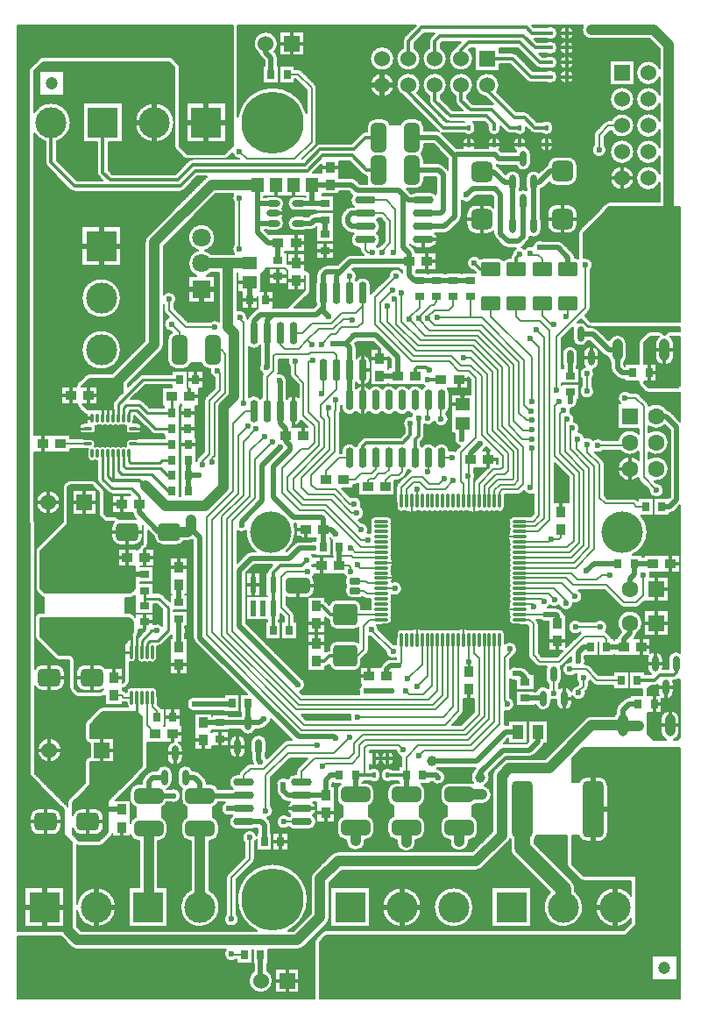
<source format=gtl>
G04 Layer_Physical_Order=1*
G04 Layer_Color=255*
%FSLAX24Y24*%
%MOIN*%
G70*
G01*
G75*
%ADD10C,0.0079*%
%ADD11R,0.0276X0.0354*%
%ADD12R,0.0236X0.0591*%
%ADD13R,0.0571X0.0453*%
%ADD14C,0.0472*%
G04:AMPARAMS|DCode=15|XSize=279.5mil|YSize=218.5mil|CornerRadius=10.9mil|HoleSize=0mil|Usage=FLASHONLY|Rotation=270.000|XOffset=0mil|YOffset=0mil|HoleType=Round|Shape=RoundedRectangle|*
%AMROUNDEDRECTD15*
21,1,0.2795,0.1967,0,0,270.0*
21,1,0.2577,0.2185,0,0,270.0*
1,1,0.0219,-0.0983,-0.1288*
1,1,0.0219,-0.0983,0.1288*
1,1,0.0219,0.0983,0.1288*
1,1,0.0219,0.0983,-0.1288*
%
%ADD15ROUNDEDRECTD15*%
%ADD16O,0.0394X0.0846*%
%ADD17R,0.0394X0.0354*%
G04:AMPARAMS|DCode=18|XSize=110.2mil|YSize=59.1mil|CornerRadius=14.8mil|HoleSize=0mil|Usage=FLASHONLY|Rotation=270.000|XOffset=0mil|YOffset=0mil|HoleType=Round|Shape=RoundedRectangle|*
%AMROUNDEDRECTD18*
21,1,0.1102,0.0295,0,0,270.0*
21,1,0.0807,0.0591,0,0,270.0*
1,1,0.0295,-0.0148,-0.0404*
1,1,0.0295,-0.0148,0.0404*
1,1,0.0295,0.0148,0.0404*
1,1,0.0295,0.0148,-0.0404*
%
%ADD18ROUNDEDRECTD18*%
%ADD19O,0.0800X0.0295*%
%ADD20O,0.0281X0.0591*%
G04:AMPARAMS|DCode=21|XSize=82.7mil|YSize=78.7mil|CornerRadius=19.7mil|HoleSize=0mil|Usage=FLASHONLY|Rotation=180.000|XOffset=0mil|YOffset=0mil|HoleType=Round|Shape=RoundedRectangle|*
%AMROUNDEDRECTD21*
21,1,0.0827,0.0394,0,0,180.0*
21,1,0.0433,0.0787,0,0,180.0*
1,1,0.0394,-0.0217,0.0197*
1,1,0.0394,0.0217,0.0197*
1,1,0.0394,0.0217,-0.0197*
1,1,0.0394,-0.0217,-0.0197*
%
%ADD21ROUNDEDRECTD21*%
%ADD22R,0.0354X0.0394*%
%ADD23R,0.0394X0.0394*%
%ADD24R,0.0728X0.0610*%
%ADD25O,0.0118X0.0571*%
G04:AMPARAMS|DCode=26|XSize=86.6mil|YSize=68.9mil|CornerRadius=17.2mil|HoleSize=0mil|Usage=FLASHONLY|Rotation=0.000|XOffset=0mil|YOffset=0mil|HoleType=Round|Shape=RoundedRectangle|*
%AMROUNDEDRECTD26*
21,1,0.0866,0.0344,0,0,0.0*
21,1,0.0522,0.0689,0,0,0.0*
1,1,0.0344,0.0261,-0.0172*
1,1,0.0344,-0.0261,-0.0172*
1,1,0.0344,-0.0261,0.0172*
1,1,0.0344,0.0261,0.0172*
%
%ADD26ROUNDEDRECTD26*%
%ADD27R,0.0354X0.0276*%
%ADD28O,0.0532X0.0236*%
%ADD29R,0.0453X0.0571*%
%ADD30O,0.0591X0.0118*%
%ADD31O,0.0118X0.0591*%
G04:AMPARAMS|DCode=32|XSize=90.6mil|YSize=82.7mil|CornerRadius=12.4mil|HoleSize=0mil|Usage=FLASHONLY|Rotation=0.000|XOffset=0mil|YOffset=0mil|HoleType=Round|Shape=RoundedRectangle|*
%AMROUNDEDRECTD32*
21,1,0.0906,0.0579,0,0,0.0*
21,1,0.0657,0.0827,0,0,0.0*
1,1,0.0248,0.0329,-0.0289*
1,1,0.0248,-0.0329,-0.0289*
1,1,0.0248,-0.0329,0.0289*
1,1,0.0248,0.0329,0.0289*
%
%ADD32ROUNDEDRECTD32*%
G04:AMPARAMS|DCode=33|XSize=94.5mil|YSize=59.1mil|CornerRadius=14.8mil|HoleSize=0mil|Usage=FLASHONLY|Rotation=180.000|XOffset=0mil|YOffset=0mil|HoleType=Round|Shape=RoundedRectangle|*
%AMROUNDEDRECTD33*
21,1,0.0945,0.0295,0,0,180.0*
21,1,0.0650,0.0591,0,0,180.0*
1,1,0.0295,-0.0325,0.0148*
1,1,0.0295,0.0325,0.0148*
1,1,0.0295,0.0325,-0.0148*
1,1,0.0295,-0.0325,-0.0148*
%
%ADD33ROUNDEDRECTD33*%
G04:AMPARAMS|DCode=34|XSize=43.3mil|YSize=23.6mil|CornerRadius=5.9mil|HoleSize=0mil|Usage=FLASHONLY|Rotation=180.000|XOffset=0mil|YOffset=0mil|HoleType=Round|Shape=RoundedRectangle|*
%AMROUNDEDRECTD34*
21,1,0.0433,0.0118,0,0,180.0*
21,1,0.0315,0.0236,0,0,180.0*
1,1,0.0118,-0.0157,0.0059*
1,1,0.0118,0.0157,0.0059*
1,1,0.0118,0.0157,-0.0059*
1,1,0.0118,-0.0157,-0.0059*
%
%ADD34ROUNDEDRECTD34*%
%ADD35O,0.0295X0.0850*%
G04:AMPARAMS|DCode=36|XSize=51.2mil|YSize=72mil|CornerRadius=2.6mil|HoleSize=0mil|Usage=FLASHONLY|Rotation=90.000|XOffset=0mil|YOffset=0mil|HoleType=Round|Shape=RoundedRectangle|*
%AMROUNDEDRECTD36*
21,1,0.0512,0.0669,0,0,90.0*
21,1,0.0461,0.0720,0,0,90.0*
1,1,0.0051,0.0335,0.0230*
1,1,0.0051,0.0335,-0.0230*
1,1,0.0051,-0.0335,-0.0230*
1,1,0.0051,-0.0335,0.0230*
%
%ADD36ROUNDEDRECTD36*%
G04:AMPARAMS|DCode=37|XSize=21.7mil|YSize=16.5mil|CornerRadius=4.1mil|HoleSize=0mil|Usage=FLASHONLY|Rotation=180.000|XOffset=0mil|YOffset=0mil|HoleType=Round|Shape=RoundedRectangle|*
%AMROUNDEDRECTD37*
21,1,0.0217,0.0083,0,0,180.0*
21,1,0.0134,0.0165,0,0,180.0*
1,1,0.0083,-0.0067,0.0041*
1,1,0.0083,0.0067,0.0041*
1,1,0.0083,0.0067,-0.0041*
1,1,0.0083,-0.0067,-0.0041*
%
%ADD37ROUNDEDRECTD37*%
G04:AMPARAMS|DCode=38|XSize=21.7mil|YSize=16.5mil|CornerRadius=4.1mil|HoleSize=0mil|Usage=FLASHONLY|Rotation=90.000|XOffset=0mil|YOffset=0mil|HoleType=Round|Shape=RoundedRectangle|*
%AMROUNDEDRECTD38*
21,1,0.0217,0.0083,0,0,90.0*
21,1,0.0134,0.0165,0,0,90.0*
1,1,0.0083,0.0041,0.0067*
1,1,0.0083,0.0041,-0.0067*
1,1,0.0083,-0.0041,-0.0067*
1,1,0.0083,-0.0041,0.0067*
%
%ADD38ROUNDEDRECTD38*%
G04:AMPARAMS|DCode=39|XSize=110.2mil|YSize=59.1mil|CornerRadius=14.8mil|HoleSize=0mil|Usage=FLASHONLY|Rotation=180.000|XOffset=0mil|YOffset=0mil|HoleType=Round|Shape=RoundedRectangle|*
%AMROUNDEDRECTD39*
21,1,0.1102,0.0295,0,0,180.0*
21,1,0.0807,0.0591,0,0,180.0*
1,1,0.0295,-0.0404,0.0148*
1,1,0.0295,0.0404,0.0148*
1,1,0.0295,0.0404,-0.0148*
1,1,0.0295,-0.0404,-0.0148*
%
%ADD39ROUNDEDRECTD39*%
G04:AMPARAMS|DCode=40|XSize=216.5mil|YSize=82.7mil|CornerRadius=20.7mil|HoleSize=0mil|Usage=FLASHONLY|Rotation=90.000|XOffset=0mil|YOffset=0mil|HoleType=Round|Shape=RoundedRectangle|*
%AMROUNDEDRECTD40*
21,1,0.2165,0.0413,0,0,90.0*
21,1,0.1752,0.0827,0,0,90.0*
1,1,0.0413,0.0207,0.0876*
1,1,0.0413,0.0207,-0.0876*
1,1,0.0413,-0.0207,-0.0876*
1,1,0.0413,-0.0207,0.0876*
%
%ADD40ROUNDEDRECTD40*%
%ADD41O,0.0118X0.0335*%
%ADD42O,0.0335X0.0118*%
%ADD43R,0.0787X0.0394*%
%ADD44R,0.0413X0.0551*%
%ADD45O,0.0295X0.0800*%
%ADD46C,0.0118*%
%ADD47C,0.0197*%
%ADD48C,0.0098*%
%ADD49C,0.0394*%
%ADD50C,0.0591*%
%ADD51C,0.0630*%
%ADD52R,0.0630X0.0630*%
%ADD53C,0.1181*%
%ADD54R,0.1181X0.1181*%
%ADD55R,0.0600X0.0600*%
%ADD56C,0.0600*%
%ADD57R,0.0600X0.0600*%
%ADD58R,0.1181X0.1181*%
%ADD59R,0.0630X0.0630*%
%ADD60R,0.0709X0.0709*%
%ADD61C,0.0709*%
%ADD62C,0.1575*%
%ADD63C,0.2362*%
%ADD64C,0.0236*%
%ADD65C,0.0394*%
G36*
X42333Y33553D02*
X42746D01*
Y33455D01*
X42461D01*
Y33337D01*
X42746D01*
Y33238D01*
X42333D01*
Y32972D01*
X41093D01*
Y33238D01*
X40679D01*
Y33337D01*
X40965D01*
Y33455D01*
X40679D01*
Y33553D01*
X41093D01*
Y33819D01*
X42333D01*
Y33553D01*
D02*
G37*
G36*
X40931Y28757D02*
X41149Y28712D01*
X41360Y28640D01*
X41559Y28540D01*
X41743Y28414D01*
X41908Y28265D01*
X41911Y28262D01*
X42016Y28136D01*
X42100Y27994D01*
X42162Y27842D01*
X42203Y27708D01*
X42212Y27635D01*
X42193Y27564D01*
X42150Y27504D01*
X42088Y27465D01*
X42015Y27452D01*
X39410D01*
X39335Y27466D01*
X39272Y27506D01*
X39227Y27567D01*
X39207Y27640D01*
X39216Y27715D01*
X39257Y27845D01*
X39317Y27995D01*
X39400Y28135D01*
X39504Y28260D01*
X39509Y28265D01*
X39674Y28414D01*
X39858Y28540D01*
X40057Y28640D01*
X40268Y28712D01*
X40486Y28757D01*
X40709Y28772D01*
X40931Y28757D01*
D02*
G37*
G36*
X42082Y26393D02*
X42146Y26352D01*
X42191Y26291D01*
X42210Y26218D01*
X42201Y26143D01*
X42161Y26014D01*
X42100Y25863D01*
X42017Y25723D01*
X41913Y25598D01*
X41908Y25594D01*
X41743Y25444D01*
X41559Y25319D01*
X41360Y25219D01*
X41149Y25146D01*
X40931Y25102D01*
X40709Y25087D01*
X40486Y25102D01*
X40268Y25146D01*
X40057Y25219D01*
X39858Y25319D01*
X39674Y25444D01*
X39509Y25594D01*
X39507Y25596D01*
X39401Y25722D01*
X39317Y25864D01*
X39256Y26017D01*
X39214Y26151D01*
X39205Y26224D01*
X39224Y26295D01*
X39268Y26354D01*
X39330Y26393D01*
X39402Y26407D01*
X42008D01*
X42082Y26393D01*
D02*
G37*
D10*
X38652Y18558D02*
G03*
X38981Y18228I330J0D01*
G01*
Y19232D02*
G03*
X38652Y18903I0J-330D01*
G01*
X39503Y18228D02*
G03*
X39833Y18558I0J330D01*
G01*
Y18903D02*
G03*
X39503Y19232I-330J0D01*
G01*
X40276Y18478D02*
G03*
X40595Y18228I320J80D01*
G01*
Y19232D02*
G03*
X40276Y18983I0J-330D01*
G01*
X41117Y18228D02*
G03*
X41447Y18558I0J330D01*
G01*
Y18903D02*
G03*
X41117Y19232I-330J0D01*
G01*
X42904Y22392D02*
G03*
X42913Y22330I197J0D01*
G01*
X42904Y22392D02*
G03*
X42913Y22330I197J0D01*
G01*
X40404Y24040D02*
G03*
X40733Y23711I330J0D01*
G01*
Y24715D02*
G03*
X40404Y24385I0J-330D01*
G01*
X41255Y23711D02*
G03*
X41426Y23758I0J330D01*
G01*
X41530Y24567D02*
G03*
X41255Y24715I-275J-182D01*
G01*
X42561Y25924D02*
G03*
X42500Y25778I146J-146D01*
G01*
X42561Y25924D02*
G03*
X42500Y25778I146J-146D01*
G01*
X41862Y34753D02*
G03*
X41801Y34606I146J-146D01*
G01*
X41862Y34752D02*
G03*
X41801Y34606I146J-146D01*
G01*
X59511Y18209D02*
G03*
X59852Y17972I341J128D01*
G01*
X60266D02*
G03*
X60630Y18337I0J364D01*
G01*
X59852Y20453D02*
G03*
X59515Y20226I0J-364D01*
G01*
X60630Y20089D02*
G03*
X60266Y20453I-364J0D01*
G01*
X62156Y22372D02*
G03*
X62126Y22514I-354J0D01*
G01*
Y22230D02*
G03*
X62156Y22372I-325J142D01*
G01*
X62126Y22230D02*
G03*
X62156Y22372I-325J142D01*
G01*
D02*
G03*
X62126Y22514I-354J0D01*
G01*
X62640Y22165D02*
G03*
X62852Y21841I354J0D01*
G01*
X63348Y22618D02*
G03*
X62640Y22618I-354J0D01*
G01*
X62398Y23898D02*
G03*
X62531Y23943I0J217D01*
G01*
Y23684D02*
G03*
X62566Y23543I298J0D01*
G01*
X62398Y23898D02*
G03*
X62531Y23943I0J217D01*
G01*
X63136Y21841D02*
G03*
X63348Y22165I-142J325D01*
G01*
X62687Y23422D02*
G03*
X63126Y23684I141J262D01*
G01*
Y23994D02*
G03*
X63105Y24104I-298J0D01*
G01*
X63150D02*
G03*
X63259Y24134I0J217D01*
G01*
X63150Y24104D02*
G03*
X63259Y24134I0J217D01*
G01*
X62433Y36437D02*
G03*
X63142Y36437I354J0D01*
G01*
X62577Y37175D02*
G03*
X62433Y36890I210J-285D01*
G01*
X63142D02*
G03*
X62997Y37175I-354J0D01*
G01*
X59923Y38141D02*
G03*
X59980Y38280I-139J139D01*
G01*
X59923Y38141D02*
G03*
X59980Y38280I-139J139D01*
G01*
Y39699D02*
G03*
X60059Y39892I-197J193D01*
G01*
D02*
G03*
X59715Y40159I-276J0D01*
G01*
X41752Y29582D02*
G03*
X42082Y29252I330J0D01*
G01*
X41837Y30148D02*
G03*
X41752Y29926I244J-221D01*
G01*
X42603Y29252D02*
G03*
X42933Y29582I0J330D01*
G01*
Y29926D02*
G03*
X42928Y29986I-330J0D01*
G01*
X40202Y13982D02*
G03*
X40453Y13878I251J251D01*
G01*
X39820Y14370D02*
G03*
X39858Y14326I288J207D01*
G01*
X39820Y14370D02*
G03*
X39858Y14326I288J207D01*
G01*
X40202Y13982D02*
G03*
X40453Y13878I251J250D01*
G01*
X40433Y15361D02*
G03*
X41919Y15482I738J121D01*
G01*
D02*
G03*
X40433Y15603I-748J0D01*
G01*
X40136Y19608D02*
G03*
X40079Y19468I139J-139D01*
G01*
X40433Y17836D02*
G03*
X40522Y17815I89J176D01*
G01*
X40136Y19608D02*
G03*
X40079Y19468I139J-139D01*
G01*
X40433Y17836D02*
G03*
X40522Y17815I89J176D01*
G01*
X41289D02*
G03*
X41429Y17873I0J197D01*
G01*
X41289Y17815D02*
G03*
X41429Y17873I0J197D01*
G01*
X40930Y21196D02*
G03*
X40738Y20999I5J-197D01*
G01*
X40930Y21196D02*
G03*
X40738Y20999I5J-197D01*
G01*
X41744Y18188D02*
G03*
X41791Y18265I-139J139D01*
G01*
X41744Y18188D02*
G03*
X41791Y18265I-139J139D01*
G01*
X42461Y18240D02*
G03*
X42756Y18012I295J77D01*
G01*
X42452Y19547D02*
G03*
X42461Y19500I304J30D01*
G01*
X42756Y20177D02*
G03*
X42451Y19872I0J-305D01*
G01*
X42677Y18907D02*
G03*
X42461Y18689I79J-295D01*
G01*
Y19500D02*
G03*
X42677Y19282I295J77D01*
G01*
X44764Y16146D02*
G03*
X45856Y15482I344J-664D01*
G01*
D02*
G03*
X45472Y16136I-748J0D01*
G01*
X43563Y18012D02*
G03*
X43868Y18317I0J305D01*
G01*
Y18612D02*
G03*
X43661Y18901I-305J0D01*
G01*
Y19288D02*
G03*
X43848Y19468I-98J289D01*
G01*
X42979Y20437D02*
G03*
X42904Y20256I181J-181D01*
G01*
X42979Y20437D02*
G03*
X42904Y20256I181J-181D01*
G01*
X44002Y19468D02*
G03*
X44380Y19724I102J256D01*
G01*
D02*
G03*
X44002Y19980I-276J0D01*
G01*
X43852D02*
G03*
X44058Y20263I-92J283D01*
G01*
X43053Y20697D02*
G03*
X43110Y20837I-139J139D01*
G01*
X43053Y20697D02*
G03*
X43110Y20837I-139J139D01*
G01*
X43322Y20674D02*
G03*
X43141Y20599I0J-256D01*
G01*
X43322Y20674D02*
G03*
X43141Y20599I0J-256D01*
G01*
X44058Y20573D02*
G03*
X43480Y20674I-298J0D01*
G01*
X44409Y18317D02*
G03*
X44715Y18012I305J0D01*
G01*
X44616Y18901D02*
G03*
X44409Y18612I98J-289D01*
G01*
X45522Y18012D02*
G03*
X45827Y18317I0J305D01*
G01*
Y18612D02*
G03*
X45600Y18907I-305J0D01*
G01*
X44409Y19577D02*
G03*
X44616Y19288I305J0D01*
G01*
X44435Y19993D02*
G03*
X44409Y19872I280J-121D01*
G01*
X44262Y20263D02*
G03*
X44435Y19993I298J0D01*
G01*
X43862Y21173D02*
G03*
X44458Y21173I298J0D01*
G01*
X44840Y20674D02*
G03*
X44262Y20573I-280J-101D01*
G01*
X45374Y20207D02*
G03*
X45299Y20388I-256J0D01*
G01*
X45600Y19282D02*
G03*
X45807Y19468I-79J295D01*
G01*
Y19980D02*
G03*
X45522Y20177I-285J-108D01*
G01*
X45087Y20599D02*
G03*
X44906Y20674I-181J-181D01*
G01*
X45088Y20599D02*
G03*
X44906Y20674I-181J-181D01*
G01*
X45374Y20207D02*
G03*
X45299Y20388I-256J0D01*
G01*
X39845Y21457D02*
G03*
X39845Y21457I-457J0D01*
G01*
X40738Y21914D02*
G03*
X40930Y21717I197J0D01*
G01*
X40796Y22560D02*
G03*
X40738Y22421I139J-139D01*
G01*
Y21914D02*
G03*
X40930Y21717I197J0D01*
G01*
X40796Y22560D02*
G03*
X40738Y22421I139J-139D01*
G01*
X38829Y23884D02*
G03*
X39119Y23711I290J156D01*
G01*
X39641D02*
G03*
X39970Y24040I0J330D01*
G01*
X40353Y23532D02*
G03*
X40492Y23474I139J139D01*
G01*
X40353Y23532D02*
G03*
X40492Y23474I139J139D01*
G01*
X40157Y23809D02*
G03*
X40215Y23670I197J0D01*
G01*
X40157Y23809D02*
G03*
X40215Y23670I197J0D01*
G01*
X41417Y23100D02*
G03*
X41278Y23043I0J-197D01*
G01*
X41417Y23100D02*
G03*
X41278Y23043I0J-197D01*
G01*
X42165Y23267D02*
G03*
X42224Y23258I59J188D01*
G01*
X42333Y23228D02*
G03*
X42387Y23100I177J0D01*
G01*
X42165Y23267D02*
G03*
X42224Y23258I59J188D01*
G01*
X41339Y23474D02*
G03*
X41478Y23532I0J197D01*
G01*
X41339Y23474D02*
G03*
X41478Y23532I0J197D01*
G01*
X42275Y23682D02*
G03*
X42165Y23738I-139J-139D01*
G01*
X42275Y23682D02*
G03*
X42165Y23738I-139J-139D01*
G01*
Y23799D02*
G03*
X42305Y23857I0J197D01*
G01*
X42165Y23799D02*
G03*
X42305Y23857I0J197D01*
G01*
X42608Y23828D02*
G03*
X42333Y23681I-98J-147D01*
G01*
X42805Y23828D02*
G03*
X42608Y23828I-98J-147D01*
G01*
X43199D02*
G03*
X43002Y23828I-98J-147D01*
G01*
D02*
G03*
X42805Y23828I-98J-147D01*
G01*
X39119Y24715D02*
G03*
X38829Y24541I0J-330D01*
G01*
X39970Y24385D02*
G03*
X39641Y24715I-330J0D01*
G01*
X39605Y24940D02*
G03*
X39744Y24882I139J139D01*
G01*
X39605Y24940D02*
G03*
X39744Y24882I139J139D01*
G01*
X39026Y26673D02*
G03*
X38829Y26476I0J-197D01*
G01*
X39026Y26673D02*
G03*
X38829Y26476I0J-197D01*
G01*
Y25797D02*
G03*
X38886Y25658I197J0D01*
G01*
X38829Y25797D02*
G03*
X38886Y25658I197J0D01*
G01*
X38858Y27618D02*
G03*
X38916Y27479I197J0D01*
G01*
X38858Y27618D02*
G03*
X38916Y27479I197J0D01*
G01*
X39082Y27312D02*
G03*
X39163Y27264I139J139D01*
G01*
X39082Y27312D02*
G03*
X39163Y27264I139J139D01*
G01*
X42383Y23936D02*
G03*
X42441Y24075I-139J139D01*
G01*
X42383Y23936D02*
G03*
X42441Y24075I-139J139D01*
G01*
Y24797D02*
G03*
X42687Y24961I69J163D01*
G01*
Y25081D02*
G03*
X42707Y25124I-177J106D01*
G01*
X42707D02*
G03*
X42726Y25081I197J63D01*
G01*
X42687D02*
G03*
X42707Y25124I-177J106D01*
G01*
X43002Y24813D02*
G03*
X43199Y24813I98J147D01*
G01*
X42726Y24961D02*
G03*
X43002Y24813I177J0D01*
G01*
X42758Y25757D02*
G03*
X42717Y25698I146J-146D01*
G01*
X42757Y25756D02*
G03*
X42717Y25698I146J-146D01*
G01*
X42716Y25801D02*
G03*
X42776Y25942I-138J141D01*
G01*
X42560Y26616D02*
G03*
X42421Y26673I-139J-139D01*
G01*
X42560Y26616D02*
G03*
X42421Y26673I-139J-139D01*
G01*
X42490Y27254D02*
G03*
X42629Y27312I0J197D01*
G01*
X42490Y27254D02*
G03*
X42629Y27312I0J197D01*
G01*
X43645Y23031D02*
G03*
X43614Y23072I-170J-99D01*
G01*
X44012Y21742D02*
G03*
X43862Y21483I147J-259D01*
G01*
X44458D02*
G03*
X44307Y21742I-298J0D01*
G01*
X43645Y23031D02*
G03*
X43614Y23072I-170J-99D01*
G01*
X43494Y23455D02*
G03*
X43474Y23541I-197J0D01*
G01*
X43199Y24813D02*
G03*
X43474Y24961I98J147D01*
G01*
Y23681D02*
G03*
X43199Y23828I-177J0D01*
G01*
X45004Y23465D02*
G03*
X45004Y22953I-102J-256D01*
G01*
X43691Y26165D02*
G03*
X43327Y26227I-217J-170D01*
G01*
X43524Y25413D02*
G03*
X43670Y25474I0J207D01*
G01*
X43524Y25413D02*
G03*
X43670Y25474I0J207D01*
G01*
X43700Y27370D02*
G03*
X43553Y27431I-146J-146D01*
G01*
X43699Y27371D02*
G03*
X43553Y27431I-146J-146D01*
G01*
X44557Y25892D02*
G03*
X44577Y25994I-256J102D01*
G01*
D02*
G03*
X44557Y26096I-276J0D01*
G01*
X44852Y25719D02*
G03*
X44928Y25537I256J0D01*
G01*
X44852Y25719D02*
G03*
X44927Y25538I256J0D01*
G01*
X46098Y13878D02*
G03*
X46491Y13494I211J-177D01*
G01*
X46112Y15222D02*
G03*
X46585Y15030I197J-193D01*
G01*
D02*
G03*
X46506Y15222I-276J0D01*
G01*
X47165Y13063D02*
G03*
X47883Y12687I260J-376D01*
G01*
X49213Y15787D02*
G03*
X47282Y14587I-1339J0D01*
G01*
X47883Y12687D02*
G03*
X47677Y13069I-457J0D01*
G01*
X46170Y16753D02*
G03*
X46112Y16614I139J-139D01*
G01*
X46170Y16753D02*
G03*
X46112Y16614I139J-139D01*
G01*
X46064Y19468D02*
G03*
X46305Y18974I139J-238D01*
G01*
X46351D02*
G03*
X46534Y18425I183J-244D01*
G01*
X47137Y17164D02*
G03*
X47195Y17303I-139J139D01*
G01*
X47137Y17164D02*
G03*
X47195Y17303I-139J139D01*
G01*
Y17937D02*
G03*
X47264Y18057I-197J193D01*
G01*
Y18203D02*
G03*
X46801Y17937I-266J-73D01*
G01*
X47039Y18425D02*
G03*
X47205Y18474I0J305D01*
G01*
X47815Y18622D02*
G03*
X47740Y18803I-256J0D01*
G01*
X47815Y18622D02*
G03*
X47740Y18803I-256J0D01*
G01*
X47662Y18881D02*
G03*
X47894Y19154I-43J272D01*
G01*
D02*
G03*
X47815Y19346I-276J0D01*
G01*
X48809Y13878D02*
G03*
X49060Y13982I0J354D01*
G01*
X48809Y13878D02*
G03*
X49060Y13982I0J354D01*
G01*
X48466Y14587D02*
G03*
X49213Y15787I-592J1201D01*
G01*
X49526Y14293D02*
G03*
X49468Y14154I139J-139D01*
G01*
X49526Y14293D02*
G03*
X49468Y14154I139J-139D01*
G01*
X49921Y14606D02*
G03*
X49782Y14549I0J-197D01*
G01*
X49921Y14606D02*
G03*
X49782Y14549I0J-197D01*
G01*
X49936Y14858D02*
G03*
X50039Y15108I-251J251D01*
G01*
X49935Y14857D02*
G03*
X50039Y15108I-250J251D01*
G01*
X49435Y16816D02*
G03*
X49331Y16565I250J-251D01*
G01*
X49434Y16816D02*
G03*
X49331Y16565I251J-251D01*
G01*
X48500Y18927D02*
G03*
X48500Y18533I-193J-197D01*
G01*
X48559Y18980D02*
G03*
X48501Y18927I175J-250D01*
G01*
X48551Y19474D02*
G03*
X48559Y18980I183J-244D01*
G01*
X48287Y19550D02*
G03*
X48468Y19474I181J181D01*
G01*
X48288Y19549D02*
G03*
X48468Y19474I181J181D01*
G01*
X48501Y18533D02*
G03*
X48734Y18425I233J197D01*
G01*
X49239D02*
G03*
X49544Y18730I0J305D01*
G01*
D02*
G03*
X49413Y18980I-305J0D01*
G01*
D02*
G03*
X49544Y19230I-175J250D01*
G01*
D02*
G03*
X49422Y19474I-305J0D01*
G01*
X50364Y17598D02*
G03*
X50113Y17494I0J-354D01*
G01*
X50364Y17598D02*
G03*
X50114Y17495I0J-354D01*
G01*
X50325Y18356D02*
G03*
X50630Y18051I305J0D01*
G01*
X50541Y18944D02*
G03*
X50325Y18652I89J-292D01*
G01*
Y19616D02*
G03*
X50541Y19324I305J0D01*
G01*
X46534Y20535D02*
G03*
X46359Y19980I0J-305D01*
G01*
X46647Y20646D02*
G03*
X46591Y20535I139J-139D01*
G01*
X46647Y20646D02*
G03*
X46591Y20535I139J-139D01*
G01*
X46247Y21435D02*
G03*
X46843Y21435I298J0D01*
G01*
X47028Y20945D02*
G03*
X46888Y20887I0J-197D01*
G01*
X47028Y20945D02*
G03*
X46888Y20887I0J-197D01*
G01*
X46843Y21745D02*
G03*
X46247Y21745I-298J0D01*
G01*
X47089Y21090D02*
G03*
X47134Y20945I256J0D01*
G01*
X47089Y21090D02*
G03*
X47134Y20945I256J0D01*
G01*
X47662Y21139D02*
G03*
X47601Y21223I-250J-115D01*
G01*
X47047Y21435D02*
G03*
X47089Y21282I298J0D01*
G01*
X47601D02*
G03*
X47643Y21435I-256J152D01*
G01*
X48034Y19909D02*
G03*
X48109Y19727I256J0D01*
G01*
X48034Y19909D02*
G03*
X48109Y19728I256J0D01*
G01*
X48459Y20363D02*
G03*
X48034Y20043I-169J-218D01*
G01*
X47643Y21745D02*
G03*
X47047Y21745I-298J0D01*
G01*
X46665Y22244D02*
G03*
X47225Y22244I280J101D01*
G01*
X47391D02*
G03*
X47572Y22319I0J256D01*
G01*
X47391Y22244D02*
G03*
X47573Y22319I0J256D01*
G01*
X46689Y22807D02*
G03*
X46665Y22756I256J-152D01*
G01*
X47658Y22404D02*
G03*
X47824Y22641I-109J253D01*
G01*
X47741Y28352D02*
G03*
X47677Y28209I153J-153D01*
G01*
X47741Y28352D02*
G03*
X47677Y28209I153J-153D01*
G01*
X48734Y20535D02*
G03*
X48459Y20363I0J-305D01*
G01*
X48445Y21841D02*
G03*
X48306Y21783I0J-197D01*
G01*
X48445Y21841D02*
G03*
X48306Y21783I0J-197D01*
G01*
X48847Y20789D02*
G03*
X48789Y20650I139J-139D01*
G01*
X48847Y20789D02*
G03*
X48789Y20650I139J-139D01*
G01*
X48921Y23684D02*
G03*
X49114Y23947I-83J263D01*
G01*
D02*
G03*
X48947Y24200I-276J0D01*
G01*
X50464Y20167D02*
G03*
X50325Y19911I166J-256D01*
G01*
X50156Y20167D02*
G03*
X50166Y20217I-264J79D01*
G01*
X49882Y24628D02*
G03*
X50005Y24689I-30J215D01*
G01*
X49882Y24628D02*
G03*
X50006Y24690I-30J215D01*
G01*
X50030Y25255D02*
G03*
X49896Y25192I20J-216D01*
G01*
X50030Y25255D02*
G03*
X49896Y25192I20J-216D01*
G01*
X50032Y24716D02*
G03*
X50311Y24469I279J34D01*
G01*
Y25610D02*
G03*
X50030Y25329I0J-281D01*
G01*
X48701Y26585D02*
G03*
X48643Y26724I-197J0D01*
G01*
X48701Y26585D02*
G03*
X48643Y26724I-197J0D01*
G01*
X48396Y27268D02*
G03*
X48514Y27244I118J281D01*
G01*
X49163D02*
G03*
X49213Y27248I0J305D01*
G01*
D02*
G03*
X49313Y27283I-49J301D01*
G01*
D02*
G03*
X49468Y27549I-150J266D01*
G01*
Y27844D02*
G03*
X49405Y28030I-305J0D01*
G01*
X49400Y28434D02*
G03*
X49369Y28458I-185J-205D01*
G01*
X49405Y28030D02*
G03*
X49475Y28140I-190J199D01*
G01*
X49927Y27082D02*
G03*
X49882Y27117I-153J-153D01*
G01*
X49927Y27082D02*
G03*
X49882Y27117I-153J-153D01*
G01*
X49935Y26461D02*
G03*
X50030Y26406I153J153D01*
G01*
X49935Y26461D02*
G03*
X50030Y26406I153J153D01*
G01*
Y26325D02*
G03*
X50311Y26043I281J0D01*
G01*
Y27185D02*
G03*
X50038Y26971I0J-281D01*
G01*
X50685Y27697D02*
G03*
X50650Y27579I181J-118D01*
G01*
Y27461D02*
G03*
X50866Y27244I217J0D01*
G01*
X50596Y28140D02*
G03*
X50675Y28035I253J110D01*
G01*
X50650Y27815D02*
G03*
X50685Y27697I217J0D01*
G01*
X50675Y28035D02*
G03*
X50650Y27933I191J-102D01*
G01*
X38829Y30108D02*
G03*
X38819Y30170I-197J0D01*
G01*
X38916Y29155D02*
G03*
X38858Y29016I139J-139D01*
G01*
X38916Y29155D02*
G03*
X38858Y29016I139J-139D01*
G01*
X39798Y30876D02*
G03*
X39798Y30876I-457J0D01*
G01*
X39949Y31576D02*
G03*
X39892Y31437I139J-139D01*
G01*
X39949Y31576D02*
G03*
X39892Y31437I139J-139D01*
G01*
X41476Y31260D02*
G03*
X41419Y31399I-197J0D01*
G01*
X41476Y31260D02*
G03*
X41419Y31399I-197J0D01*
G01*
X40177Y31722D02*
G03*
X40038Y31665I0J-197D01*
G01*
X40177Y31722D02*
G03*
X40038Y31665I0J-197D01*
G01*
X41153D02*
G03*
X41014Y31722I-139J-139D01*
G01*
X41153Y31665D02*
G03*
X41014Y31722I-139J-139D01*
G01*
X41211Y31752D02*
G03*
X41271Y31606I207J0D01*
G01*
X41211Y31752D02*
G03*
X41271Y31606I207J0D01*
G01*
X41122Y32471D02*
G03*
X41211Y32441I98J147D01*
G01*
X40846Y32618D02*
G03*
X41122Y32471I177J0D01*
G01*
X40738Y33907D02*
G03*
X40738Y33474I0J-217D01*
G01*
X40443Y34616D02*
G03*
X40501Y34477I197J0D01*
G01*
X40443Y34616D02*
G03*
X40501Y34477I197J0D01*
G01*
X40471Y35425D02*
G03*
X40413Y35285I139J-139D01*
G01*
X40471Y35425D02*
G03*
X40413Y35285I139J-139D01*
G01*
X40861Y32904D02*
G03*
X40846Y32835I163J-69D01*
G01*
X41132Y33100D02*
G03*
X40955Y33278I-177J0D01*
G01*
X40932D02*
G03*
X40846Y33297I-86J-177D01*
G01*
X40955Y33474D02*
G03*
X41161Y33626I0J217D01*
G01*
X41319Y32982D02*
G03*
X41122Y32982I-98J-147D01*
G01*
X41098Y32996D02*
G03*
X41132Y33100I-143J105D01*
G01*
X41516Y32982D02*
G03*
X41319Y32982I-98J-147D01*
G01*
X41161Y33626D02*
G03*
X41171Y33691I-207J65D01*
G01*
X40807Y33957D02*
G03*
X40813Y33907I217J0D01*
G01*
X40717Y34260D02*
G03*
X40810Y34208I139J139D01*
G01*
D02*
G03*
X40807Y34173I214J-35D01*
G01*
X40717Y34260D02*
G03*
X40810Y34208I139J139D01*
G01*
X40896Y35768D02*
G03*
X40756Y35710I0J-197D01*
G01*
X40896Y35768D02*
G03*
X40756Y35710I0J-197D01*
G01*
X41163Y33750D02*
G03*
X41151Y33782I-208J-59D01*
G01*
X41171Y33691D02*
G03*
X41163Y33750I-217J0D01*
G01*
X41161Y33790D02*
G03*
X41319Y33809I59J167D01*
G01*
D02*
G03*
X41516Y33809I98J147D01*
G01*
X42082Y30256D02*
G03*
X42007Y30247I0J-330D01*
G01*
X42007Y30247D02*
G03*
X41837Y30344I-170J-100D01*
G01*
X42007Y30247D02*
G03*
X41837Y30344I-170J-100D01*
G01*
X42549Y30482D02*
G03*
X42624Y30311I256J10D01*
G01*
X42549Y30482D02*
G03*
X42624Y30311I256J10D01*
G01*
X41713Y32982D02*
G03*
X41516Y32982I-98J-147D01*
G01*
X41625Y31252D02*
G03*
X41772Y31191I146J146D01*
G01*
X41625Y31251D02*
G03*
X41772Y31191I146J146D01*
G01*
X41909Y32982D02*
G03*
X41713Y32982I-98J-147D01*
G01*
X42106D02*
G03*
X41909Y32982I-98J-147D01*
G01*
X42303D02*
G03*
X42106Y32982I-98J-147D01*
G01*
X42470Y33278D02*
G03*
X42328Y32996I0J-177D01*
G01*
X42262Y33750D02*
G03*
X42264Y33626I208J-59D01*
G01*
D02*
G03*
X42470Y33474I207J65D01*
G01*
X42579Y33307D02*
G03*
X42472Y33278I0J-207D01*
G01*
X43082Y29162D02*
G03*
X43140Y29301I-139J139D01*
G01*
X43082Y29162D02*
G03*
X43140Y29301I-139J139D01*
G01*
X42691Y30244D02*
G03*
X42603Y30256I-88J-318D01*
G01*
X43366Y29569D02*
G03*
X43696Y29252I329J13D01*
G01*
X42687Y33474D02*
G03*
X42904Y33691I0J217D01*
G01*
X43259Y33525D02*
G03*
X43406Y33465I146J146D01*
G01*
X43259Y33525D02*
G03*
X43406Y33465I146J146D01*
G01*
X42282Y33797D02*
G03*
X42262Y33750I189J-106D01*
G01*
X41516Y33809D02*
G03*
X41713Y33809I98J147D01*
G01*
D02*
G03*
X41909Y33809I98J147D01*
G01*
X41909D02*
G03*
X42106Y33809I98J147D01*
G01*
D02*
G03*
X42282Y33797I98J147D01*
G01*
X42572Y33907D02*
G03*
X42579Y33957I-170J49D01*
G01*
Y33958D02*
G03*
X42608Y34065I-177J106D01*
G01*
X42904Y33691D02*
G03*
X42687Y33907I-217J0D01*
G01*
X42943Y34733D02*
G03*
X42796Y34793I-146J-146D01*
G01*
X42943Y34732D02*
G03*
X42796Y34793I-146J-146D01*
G01*
X42943Y35748D02*
G03*
X42796Y35687I0J-207D01*
G01*
X42943Y35748D02*
G03*
X42797Y35687I0J-207D01*
G01*
X43626Y36629D02*
G03*
X43730Y36880I-250J251D01*
G01*
X43627Y36629D02*
G03*
X43730Y36880I-251J251D01*
G01*
X43888Y36260D02*
G03*
X44193Y35955I305J0D01*
G01*
X40191Y42750D02*
G03*
X40344Y42687I153J153D01*
G01*
X40191Y42751D02*
G03*
X40344Y42687I153J153D01*
G01*
X42106Y36673D02*
G03*
X42106Y36673I-748J0D01*
G01*
Y38642D02*
G03*
X42106Y38642I-748J0D01*
G01*
X39232Y43799D02*
G03*
X39296Y43646I217J0D01*
G01*
X39232Y43799D02*
G03*
X39296Y43646I217J0D01*
G01*
X38819Y44912D02*
G03*
X39232Y44599I630J403D01*
G01*
X39665D02*
G03*
X40197Y45315I-217J716D01*
G01*
D02*
G03*
X38819Y45718I-748J0D01*
G01*
X44055Y37339D02*
G03*
X43888Y37067I137J-272D01*
G01*
X43931Y37907D02*
G03*
X44023Y37372I94J-259D01*
G01*
X43740Y38179D02*
G03*
X43798Y38040I197J0D01*
G01*
X43740Y38179D02*
G03*
X43798Y38040I197J0D01*
G01*
X44213Y38593D02*
G03*
X43730Y38775I-276J0D01*
G01*
X44134Y38400D02*
G03*
X44213Y38593I-197J193D01*
G01*
X43125Y41018D02*
G03*
X43022Y40768I251J-251D01*
G01*
X43126Y41019D02*
G03*
X43022Y40768I250J-251D01*
G01*
X41201Y43415D02*
G03*
X41264Y43262I217J0D01*
G01*
X41201Y43415D02*
G03*
X41265Y43262I217J0D01*
G01*
X44144Y44409D02*
G03*
X44201Y44270I197J0D01*
G01*
X44144Y44409D02*
G03*
X44201Y44270I197J0D01*
G01*
X44134Y45315D02*
G03*
X44134Y45315I-748J0D01*
G01*
X44218Y29252D02*
G03*
X44492Y29400I0J330D01*
G01*
X44636D02*
G03*
X44828Y29456I0J354D01*
G01*
X44636Y29400D02*
G03*
X44828Y29456I0J354D01*
G01*
X45003Y32490D02*
G03*
X44960Y32435I194J-196D01*
G01*
X45058Y32593D02*
G03*
X45003Y32490I139J-139D01*
G01*
X45058Y32593D02*
G03*
X45003Y32490I139J-139D01*
G01*
X46545Y29787D02*
G03*
X46861Y29802I148J233D01*
G01*
X47067Y29006D02*
G03*
X46886Y28931I0J-256D01*
G01*
X47067Y29006D02*
G03*
X46886Y28931I0J-256D01*
G01*
X46861Y29802D02*
G03*
X47228Y29006I944J-48D01*
G01*
X46861Y29802D02*
G03*
X47228Y29006I944J-48D01*
G01*
X45323Y34867D02*
G03*
X45266Y34728I139J-139D01*
G01*
X45323Y34867D02*
G03*
X45266Y34728I139J-139D01*
G01*
X45517Y35955D02*
G03*
X45672Y35612I261J-89D01*
G01*
X44488Y35955D02*
G03*
X44777Y36161I0J305D01*
G01*
X45164D02*
G03*
X45453Y35955I289J98D01*
G01*
X45037Y40453D02*
G03*
X44980Y39488I141J-492D01*
G01*
X45546Y40315D02*
G03*
X45318Y40453I-369J-354D01*
G01*
X45837Y37756D02*
G03*
X45486Y37726I-157J-226D01*
G01*
X46902Y37905D02*
G03*
X46545Y38169I-276J0D01*
G01*
X46899Y37867D02*
G03*
X46902Y37905I-273J38D01*
G01*
X46984Y37957D02*
G03*
X46919Y37846I181J-181D01*
G01*
X46985Y37957D02*
G03*
X46919Y37846I181J-181D01*
G01*
X45374Y39488D02*
G03*
X45546Y39606I-197J472D01*
G01*
X46421Y40701D02*
G03*
X46421Y40315I197J-193D01*
G01*
X48382Y29006D02*
G03*
X48750Y29754I-577J748D01*
G01*
X48382Y29006D02*
G03*
X48750Y29754I-577J748D01*
G01*
X48898Y29390D02*
G03*
X48716Y29315I0J-256D01*
G01*
X48750Y29754D02*
G03*
X48699Y30059I-945J0D01*
G01*
X48750Y29754D02*
G03*
X48699Y30059I-945J0D01*
G01*
X48898Y29390D02*
G03*
X48717Y29315I0J-256D01*
G01*
X47469Y34861D02*
G03*
X47415Y34803I197J-233D01*
G01*
D02*
G03*
X46971Y34863I-250J-175D01*
G01*
X48421Y35476D02*
G03*
X48393Y35592I-256J0D01*
G01*
X48421Y35476D02*
G03*
X48393Y35592I-256J0D01*
G01*
X48611Y33773D02*
G03*
X48959Y33991I54J300D01*
G01*
X48858Y34864D02*
G03*
X48421Y34811I-193J-236D01*
G01*
X49369Y28458D02*
G03*
X49400Y28491I-186J203D01*
G01*
X49365Y28868D02*
G03*
X49518Y28870I74J265D01*
G01*
X49416Y28809D02*
G03*
X49365Y28868I-233J-148D01*
G01*
X49518Y29398D02*
G03*
X49337Y29390I-79J-264D01*
G01*
X50074Y29508D02*
G03*
X50108Y29474I211J177D01*
G01*
X50437Y32756D02*
G03*
X50443Y32804I-191J48D01*
G01*
X50437Y32756D02*
G03*
X50443Y32804I-191J48D01*
G01*
X51047Y32986D02*
G03*
X50492Y32811I-250J-175D01*
G01*
X50443Y34258D02*
G03*
X50475Y34366I-165J108D01*
G01*
X50443Y34258D02*
G03*
X50475Y34366I-165J108D01*
G01*
X50492Y34507D02*
G03*
X51047Y34332I305J0D01*
G01*
X47510Y35753D02*
G03*
X47469Y35631I155J-121D01*
G01*
X47510Y35753D02*
G03*
X47469Y35631I155J-121D01*
G01*
X48393Y35592D02*
G03*
X48089Y35784I-264J-81D01*
G01*
X47409Y36147D02*
G03*
X47510Y35753I231J-151D01*
G01*
X48089Y35784D02*
G03*
X48118Y35887I-168J103D01*
G01*
X48089Y35784D02*
G03*
X48118Y35887I-168J103D01*
G01*
X48543Y35738D02*
G03*
X48601Y35599I197J0D01*
G01*
X48543Y35738D02*
G03*
X48601Y35599I197J0D01*
G01*
X48476Y36309D02*
G03*
X48543Y36037I264J-79D01*
G01*
X47272Y38228D02*
G03*
X47211Y38183I119J-226D01*
G01*
X46971Y36788D02*
G03*
X47409Y36840I195J235D01*
G01*
X47272Y38228D02*
G03*
X47211Y38183I119J-226D01*
G01*
X47303Y38242D02*
G03*
X47272Y38228I89J-240D01*
G01*
X47303Y38242D02*
G03*
X47272Y38228I89J-240D01*
G01*
X49321Y39488D02*
G03*
X49263Y39627I-197J0D01*
G01*
Y38818D02*
G03*
X49321Y38957I-139J139D01*
G01*
X49263Y38818D02*
G03*
X49321Y38957I-139J139D01*
G01*
X49234Y39657D02*
G03*
X49094Y39715I-139J-139D01*
G01*
X49234Y39657D02*
G03*
X49094Y39715I-139J-139D01*
G01*
X49321Y39488D02*
G03*
X49263Y39627I-197J0D01*
G01*
X49498Y38568D02*
G03*
X49547Y38402I305J0D01*
G01*
Y39289D02*
G03*
X49498Y39123I256J-166D01*
G01*
X49622Y39699D02*
G03*
X49547Y39518I181J-181D01*
G01*
X49622Y39699D02*
G03*
X49547Y39518I181J-181D01*
G01*
X49921Y39892D02*
G03*
X49740Y39817I0J-256D01*
G01*
X49921Y39892D02*
G03*
X49740Y39817I0J-256D01*
G01*
X50846Y40285D02*
G03*
X50665Y40210I0J-256D01*
G01*
X50846Y40285D02*
G03*
X50666Y40210I0J-256D01*
G01*
X45689Y40945D02*
G03*
X45037Y40453I-512J0D01*
G01*
X45318D02*
G03*
X45689Y40945I-141J492D01*
G01*
X44360Y42687D02*
G03*
X44513Y42750I0J217D01*
G01*
X44360Y42687D02*
G03*
X44514Y42751I0J217D01*
G01*
X45381Y43258D02*
G03*
X45310Y43203I180J-305D01*
G01*
X45381Y43258D02*
G03*
X45310Y43203I180J-305D01*
G01*
X47644Y41230D02*
G03*
X47746Y41211I102J256D01*
G01*
X48041D02*
G03*
X48317Y41486I0J276D01*
G01*
D02*
G03*
X48244Y41673I-276J0D01*
G01*
X46391Y42598D02*
G03*
X46421Y42264I233J-148D01*
G01*
X48244Y41673D02*
G03*
X48317Y41860I-202J187D01*
G01*
D02*
G03*
X48244Y42047I-276J0D01*
G01*
D02*
G03*
X48317Y42234I-202J187D01*
G01*
D02*
G03*
X48041Y42510I-276J0D01*
G01*
X47746D02*
G03*
X47644Y42490I0J-276D01*
G01*
X44833Y43927D02*
G03*
X44680Y43863I0J-217D01*
G01*
X44833Y43927D02*
G03*
X44680Y43864I0J-217D01*
G01*
X44487Y43985D02*
G03*
X44626Y43927I139J139D01*
G01*
X44487Y43985D02*
G03*
X44626Y43927I139J139D01*
G01*
X46043D02*
G03*
X46182Y43985I0J197D01*
G01*
X46043Y43927D02*
G03*
X46182Y43985I0J197D01*
G01*
X46353Y44155D02*
G03*
X46621Y43927I271J48D01*
G01*
X47362Y47934D02*
G03*
X47431Y47807I250J54D01*
G01*
X47362Y47934D02*
G03*
X47431Y47807I250J54D01*
G01*
X49163Y45675D02*
G03*
X46555Y45544I-1289J-360D01*
G01*
X48070Y48317D02*
G03*
X47362Y47934I-457J0D01*
G01*
X47952Y48010D02*
G03*
X48070Y48317I-340J306D01*
G01*
X48071Y47785D02*
G03*
X47996Y47966I-256J0D01*
G01*
X48071Y47785D02*
G03*
X47996Y47966I-256J0D01*
G01*
X48730Y41762D02*
G03*
X48730Y41211I0J-276D01*
G01*
X49026D02*
G03*
X49128Y41230I0J276D01*
G01*
Y41742D02*
G03*
X49026Y41762I-102J-256D01*
G01*
X49350Y41230D02*
G03*
X49532Y41306I0J256D01*
G01*
X49350Y41230D02*
G03*
X49531Y41305I0J256D01*
G01*
X48730Y42510D02*
G03*
X48730Y41959I0J-276D01*
G01*
X49488Y41880D02*
G03*
X49307Y41805I0J-256D01*
G01*
X49488Y41880D02*
G03*
X49307Y41805I0J-256D01*
G01*
X49026Y41959D02*
G03*
X49127Y41978I0J276D01*
G01*
X49128Y42490D02*
G03*
X49026Y42510I-103J-256D01*
G01*
X50472Y41516D02*
G03*
X50548Y41335I256J0D01*
G01*
X50472Y41516D02*
G03*
X50547Y41335I256J0D01*
G01*
Y41903D02*
G03*
X50472Y41722I181J-181D01*
G01*
X50548Y41904D02*
G03*
X50472Y41722I181J-181D01*
G01*
X49499Y44428D02*
G03*
X49557Y44567I-139J139D01*
G01*
X49499Y44428D02*
G03*
X49557Y44567I-139J139D01*
G01*
X49686Y44518D02*
G03*
X49532Y44454I0J-217D01*
G01*
X49686Y44518D02*
G03*
X49533Y44454I0J-217D01*
G01*
X49557Y46634D02*
G03*
X49499Y46773I-197J0D01*
G01*
X49557Y46634D02*
G03*
X49499Y46773I-197J0D01*
G01*
X48978Y47295D02*
G03*
X48839Y47352I-139J-139D01*
G01*
X48978Y47295D02*
G03*
X48839Y47352I-139J-139D01*
G01*
X50679Y17992D02*
G03*
X51388Y17992I354J0D01*
G01*
X53543Y15482D02*
G03*
X53543Y15482I-748J0D01*
G01*
X52608Y17953D02*
G03*
X53317Y17953I354J0D01*
G01*
X51437Y18051D02*
G03*
X51742Y18356I0J305D01*
G01*
Y18652D02*
G03*
X51526Y18944I-305J0D01*
G01*
X51742Y19911D02*
G03*
X51437Y20217I-305J0D01*
G01*
X51526Y19324D02*
G03*
X51742Y19616I-89J292D01*
G01*
X51560Y20285D02*
G03*
X51691Y20236I131J150D01*
G01*
Y20768D02*
G03*
X51580Y20734I0J-199D01*
G01*
X51774Y20236D02*
G03*
X51972Y20435I0J199D01*
G01*
Y20569D02*
G03*
X51774Y20768I-199J0D01*
G01*
X51580Y20900D02*
G03*
X51691Y20866I111J165D01*
G01*
X51774D02*
G03*
X51972Y21065I0J199D01*
G01*
X52014Y20435D02*
G03*
X52213Y20236I199J0D01*
G01*
Y20768D02*
G03*
X52014Y20569I0J-199D01*
G01*
Y21065D02*
G03*
X52213Y20866I199J0D01*
G01*
X52254Y18356D02*
G03*
X52559Y18051I305J0D01*
G01*
X52480Y18946D02*
G03*
X52254Y18652I79J-295D01*
G01*
X53366Y18051D02*
G03*
X53671Y18356I0J305D01*
G01*
Y18652D02*
G03*
X53465Y18940I-305J0D01*
G01*
X52254Y19616D02*
G03*
X52480Y19321I305J0D01*
G01*
X52559Y20217D02*
G03*
X52254Y19911I0J-305D01*
G01*
X52426Y20719D02*
G03*
X52295Y20768I-131J-150D01*
G01*
Y20236D02*
G03*
X52426Y20285I0J199D01*
G01*
X52295Y20866D02*
G03*
X52494Y21065I0J199D01*
G01*
X53465Y19327D02*
G03*
X53671Y19616I-98J289D01*
G01*
Y19911D02*
G03*
X53532Y20167I-305J0D01*
G01*
X54626Y17972D02*
G03*
X55335Y17972I354J0D01*
G01*
X55512Y15482D02*
G03*
X55512Y15482I-748J0D01*
G01*
X55620Y16890D02*
G03*
X55871Y16994I0J354D01*
G01*
X55620Y16890D02*
G03*
X55871Y16994I0J354D01*
G01*
X56845Y17968D02*
G03*
X56919Y18077I-250J251D01*
G01*
X56845Y17968D02*
G03*
X56919Y18077I-251J251D01*
G01*
X54498Y18946D02*
G03*
X54272Y18652I79J-295D01*
G01*
Y18356D02*
G03*
X54577Y18051I305J0D01*
G01*
X54272Y19616D02*
G03*
X54498Y19321I305J0D01*
G01*
X53962Y20246D02*
G03*
X54449Y20423I211J177D01*
G01*
D02*
G03*
X54282Y20677I-276J0D01*
G01*
X54577Y20217D02*
G03*
X54272Y19911I0J-305D01*
G01*
X54275Y20683D02*
G03*
X54133Y20755I-181J-181D01*
G01*
X54276Y20683D02*
G03*
X54133Y20755I-181J-181D01*
G01*
D02*
G03*
X54172Y20787I-206J288D01*
G01*
X55512Y20188D02*
G03*
X55384Y20217I-129J-277D01*
G01*
X55532Y20678D02*
G03*
X55512Y20188I246J-255D01*
G01*
X55384Y18051D02*
G03*
X55689Y18356I0J305D01*
G01*
Y18652D02*
G03*
X55482Y18940I-305J0D01*
G01*
Y19327D02*
G03*
X55608Y19409I-98J289D01*
G01*
X55846D02*
G03*
X56201Y19764I0J354D01*
G01*
D02*
G03*
X55936Y20106I-354J0D01*
G01*
D02*
G03*
X56132Y20423I-159J317D01*
G01*
D02*
G03*
X56101Y20569I-354J0D01*
G01*
X55595Y20787D02*
G03*
X55532Y20678I182J-180D01*
G01*
X55595Y20787D02*
G03*
X55532Y20678I182J-180D01*
G01*
X56344Y20733D02*
G03*
X56240Y20482I251J-251D01*
G01*
X56344Y20733D02*
G03*
X56240Y20482I250J-251D01*
G01*
X56880Y21122D02*
G03*
X56629Y21018I0J-354D01*
G01*
X56880Y21122D02*
G03*
X56629Y21018I0J-354D01*
G01*
X50845Y22795D02*
G03*
X50838Y22618I257J-98D01*
G01*
X51257Y23927D02*
G03*
X51183Y23583I170J-217D01*
G01*
X50968Y24469D02*
G03*
X51201Y24591I0J281D01*
G01*
X51204Y24596D02*
G03*
X51250Y24750I-236J154D01*
G01*
X51691Y21398D02*
G03*
X51580Y21364I0J-199D01*
G01*
X51972Y21199D02*
G03*
X51774Y21398I-199J0D01*
G01*
X51488Y25146D02*
G03*
X51545Y25285I-139J139D01*
G01*
X51488Y25146D02*
G03*
X51545Y25285I-139J139D01*
G01*
X51152Y25543D02*
G03*
X50968Y25610I-183J-214D01*
G01*
Y26043D02*
G03*
X51152Y26111I0J281D01*
G01*
X51250Y26904D02*
G03*
X50968Y27185I-281J0D01*
G01*
X51545Y25791D02*
G03*
X51619Y25779I81J263D01*
G01*
X51902Y26054D02*
G03*
X51846Y26220I-276J0D01*
G01*
X51624Y27106D02*
G03*
X51624Y26909I147J-98D01*
G01*
D02*
G03*
X51594Y26811I147J-98D01*
G01*
X52043Y24709D02*
G03*
X51978Y24596I181J-181D01*
G01*
X52213Y21398D02*
G03*
X52014Y21199I0J-199D01*
G01*
X52044Y24709D02*
G03*
X51978Y24596I181J-181D01*
G01*
X52494Y21199D02*
G03*
X52295Y21398I-199J0D01*
G01*
X52362Y24921D02*
G03*
X52181Y24846I0J-256D01*
G01*
X52362Y24921D02*
G03*
X52181Y24846I0J-256D01*
G01*
X52185Y25212D02*
G03*
X52579Y24966I276J3D01*
G01*
X52008Y26220D02*
G03*
X52094Y26240I0J197D01*
G01*
X52244D02*
G03*
X52421Y26417I0J177D01*
G01*
X52391Y26516D02*
G03*
X52421Y26614I-147J98D01*
G01*
X52579Y25464D02*
G03*
X52463Y25491I-118J-249D01*
G01*
X52421Y26417D02*
G03*
X52391Y26516I-177J0D01*
G01*
X52421Y26614D02*
G03*
X52391Y26713I-177J0D01*
G01*
D02*
G03*
X52421Y26811I-147J98D01*
G01*
Y27008D02*
G03*
X52391Y27106I-177J0D01*
G01*
X52421Y26811D02*
G03*
X52391Y26909I-177J0D01*
G01*
D02*
G03*
X52421Y27008I-147J98D01*
G01*
X51181Y27244D02*
G03*
X51306Y27284I0J217D01*
G01*
X51250Y30817D02*
G03*
X50853Y31065I-276J0D01*
G01*
X51227Y30707D02*
G03*
X51250Y30817I-253J110D01*
G01*
X51516Y29843D02*
G03*
X51243Y30118I-276J0D01*
G01*
X51155Y30206D02*
G03*
X51358Y30472I-72J266D01*
G01*
D02*
G03*
X51227Y30707I-276J0D01*
G01*
X51327Y27262D02*
G03*
X51467Y27205I139J139D01*
G01*
X51327Y27262D02*
G03*
X51467Y27205I139J139D01*
G01*
X51489Y29723D02*
G03*
X51516Y29843I-248J119D01*
G01*
X51603Y29710D02*
G03*
X51489Y29723I-87J-261D01*
G01*
X51594Y27205D02*
G03*
X51624Y27106I177J0D01*
G01*
Y29862D02*
G03*
X51603Y29710I147J-98D01*
G01*
X51624Y30059D02*
G03*
X51624Y29862I147J-98D01*
G01*
X51772Y30335D02*
G03*
X51624Y30059I0J-177D01*
G01*
X50994Y31545D02*
G03*
X51133Y31603I0J197D01*
G01*
X50994Y31545D02*
G03*
X51133Y31603I0J197D01*
G01*
X51081Y33027D02*
G03*
X51047Y32986I216J-216D01*
G01*
X51144Y33163D02*
G03*
X51081Y33027I153J-153D01*
G01*
X51144Y33163D02*
G03*
X51081Y33027I153J-153D01*
G01*
X52391Y27303D02*
G03*
X52413Y27349I-147J98D01*
G01*
X52391Y27106D02*
G03*
X52421Y27205I-147J98D01*
G01*
D02*
G03*
X52391Y27303I-177J0D01*
G01*
Y28287D02*
G03*
X52421Y28386I-147J98D01*
G01*
X52411Y28130D02*
G03*
X52421Y28189I-167J59D01*
G01*
D02*
G03*
X52391Y28287I-177J0D01*
G01*
X52805Y27598D02*
G03*
X52413Y27848I-276J0D01*
G01*
X52411Y27854D02*
G03*
X52461Y27992I-167J138D01*
G01*
D02*
G03*
X52411Y28130I-217J0D01*
G01*
X52421Y28780D02*
G03*
X52391Y28878I-177J0D01*
G01*
X52421Y28386D02*
G03*
X52411Y28445I-177J0D01*
G01*
Y28720D02*
G03*
X52421Y28780I-167J59D01*
G01*
X52391Y29075D02*
G03*
X52421Y29173I-147J98D01*
G01*
X52391Y28878D02*
G03*
X52421Y28976I-147J98D01*
G01*
D02*
G03*
X52391Y29075I-177J0D01*
G01*
X52411Y28445D02*
G03*
X52461Y28583I-167J138D01*
G01*
D02*
G03*
X52411Y28720I-217J0D01*
G01*
X52413Y27349D02*
G03*
X52805Y27598I116J250D01*
G01*
X52421Y29370D02*
G03*
X52391Y29469I-177J0D01*
G01*
X52421Y29173D02*
G03*
X52391Y29272I-177J0D01*
G01*
D02*
G03*
X52421Y29370I-147J98D01*
G01*
X52391Y29469D02*
G03*
X52421Y29567I-147J98D01*
G01*
D02*
G03*
X52391Y29665I-177J0D01*
G01*
Y29862D02*
G03*
X52421Y29961I-147J98D01*
G01*
X52391Y29665D02*
G03*
X52421Y29764I-147J98D01*
G01*
D02*
G03*
X52391Y29862I-177J0D01*
G01*
X52421Y30157D02*
G03*
X52244Y30335I-177J0D01*
G01*
X52421Y29961D02*
G03*
X52391Y30059I-177J0D01*
G01*
Y30059D02*
G03*
X52421Y30157I-147J98D01*
G01*
X52598Y25735D02*
G03*
X52579Y25650I177J-86D01*
G01*
X52580Y21437D02*
G03*
X52767Y21205I274J30D01*
G01*
X53071Y26033D02*
G03*
X52874Y26033I-98J-147D01*
G01*
X53228Y26053D02*
G03*
X53071Y26033I-59J-167D01*
G01*
X53858D02*
G03*
X53661Y26033I-98J-147D01*
G01*
X54055D02*
G03*
X53858Y26033I-98J-147D01*
G01*
X54449D02*
G03*
X54252Y26033I-98J-147D01*
G01*
D02*
G03*
X54055Y26033I-98J-147D01*
G01*
X55080Y22794D02*
G03*
X55138Y22933I-139J139D01*
G01*
X55080Y22794D02*
G03*
X55138Y22933I-139J139D01*
G01*
X54646Y26033D02*
G03*
X54449Y26033I-98J-147D01*
G01*
X55000Y26053D02*
G03*
X54843Y26033I-59J-167D01*
G01*
X52874D02*
G03*
X52598Y25886I-98J-147D01*
G01*
X53661Y26033D02*
G03*
X53504Y26053I-98J-147D01*
G01*
D02*
G03*
X53228Y26053I-138J-167D01*
G01*
X54843Y26033D02*
G03*
X54646Y26033I-98J-147D01*
G01*
X55276Y26053D02*
G03*
X55000Y26053I-138J-167D01*
G01*
X56742Y22411D02*
G03*
X56708Y22409I0J-256D01*
G01*
D02*
G03*
X56713Y22451I-192J42D01*
G01*
X56742Y22411D02*
G03*
X56708Y22409I0J-256D01*
G01*
D02*
G03*
X56713Y22451I-192J42D01*
G01*
X55433Y26033D02*
G03*
X55276Y26053I-98J-147D01*
G01*
X55630Y26033D02*
G03*
X55433Y26033I-98J-147D01*
G01*
X56220D02*
G03*
X56024Y26033I-98J-147D01*
G01*
X55827D02*
G03*
X55630Y26033I-98J-147D01*
G01*
X56024D02*
G03*
X55827Y26033I-98J-147D01*
G01*
X56713Y25650D02*
G03*
X56693Y25735I-197J0D01*
G01*
Y25886D02*
G03*
X56417Y26033I-177J0D01*
G01*
X56417D02*
G03*
X56220Y26033I-98J-147D01*
G01*
X52579Y30925D02*
G03*
X52598Y30839I197J0D01*
G01*
Y30689D02*
G03*
X52874Y30542I177J0D01*
G01*
X52636Y31595D02*
G03*
X52579Y31456I139J-139D01*
G01*
X52636Y31595D02*
G03*
X52579Y31456I139J-139D01*
G01*
X52667Y31722D02*
G03*
X52807Y31780I0J197D01*
G01*
X52667Y31722D02*
G03*
X52807Y31780I0J197D01*
G01*
X52874Y30542D02*
G03*
X53032Y30522I98J147D01*
G01*
D02*
G03*
X53307Y30522I138J167D01*
G01*
D02*
G03*
X53465Y30542I59J167D01*
G01*
X54252D02*
G03*
X54449Y30542I98J147D01*
G01*
X54646D02*
G03*
X54843Y30542I98J147D01*
G01*
X54449D02*
G03*
X54646Y30542I98J147D01*
G01*
X53465D02*
G03*
X53661Y30542I98J147D01*
G01*
X53858D02*
G03*
X54055Y30542I98J147D01*
G01*
X53661D02*
G03*
X53858Y30542I98J147D01*
G01*
X54055D02*
G03*
X54252Y30542I98J147D01*
G01*
X52936Y31910D02*
G03*
X52994Y32049I-139J139D01*
G01*
X52936Y31910D02*
G03*
X52994Y32049I-139J139D01*
G01*
Y32074D02*
G03*
X53047Y32132I-197J233D01*
G01*
X53140Y32045D02*
G03*
X53031Y31990I30J-195D01*
G01*
X53140Y32045D02*
G03*
X53031Y31990I30J-195D01*
G01*
X53047Y32132D02*
G03*
X53140Y32045I250J175D01*
G01*
X54601Y32834D02*
G03*
X54047Y32986I-304J-23D01*
G01*
X53547D02*
G03*
X53514Y33026I-250J-175D01*
G01*
X54047Y32986D02*
G03*
X53547Y32986I-250J-175D01*
G01*
X54840Y32819D02*
G03*
X54602Y32834I-135J-240D01*
G01*
X54890Y32905D02*
G03*
X54840Y32819I139J-139D01*
G01*
X54890Y32905D02*
G03*
X54840Y32819I139J-139D01*
G01*
X54813Y33390D02*
G03*
X55005Y33019I256J-102D01*
G01*
X55394Y30522D02*
G03*
X55669Y30522I138J167D01*
G01*
X54843Y30542D02*
G03*
X55039Y30542I98J147D01*
G01*
X55236D02*
G03*
X55394Y30522I98J147D01*
G01*
X55039Y30542D02*
G03*
X55236Y30542I98J147D01*
G01*
X55669Y30522D02*
G03*
X55827Y30542I59J167D01*
G01*
X56024D02*
G03*
X56220Y30542I98J147D01*
G01*
X55827D02*
G03*
X56024Y30542I98J147D01*
G01*
X56880Y26949D02*
G03*
X56880Y26673I167J-138D01*
G01*
D02*
G03*
X56900Y26516I167J-59D01*
G01*
Y27106D02*
G03*
X56880Y26949I147J-98D01*
G01*
X56900Y27303D02*
G03*
X56900Y27106I147J-98D01*
G01*
Y27500D02*
G03*
X56900Y27303I147J-98D01*
G01*
Y28091D02*
G03*
X56900Y27894I147J-98D01*
G01*
Y27697D02*
G03*
X56900Y27500I147J-98D01*
G01*
Y27894D02*
G03*
X56900Y27697I147J-98D01*
G01*
Y28681D02*
G03*
X56900Y28484I147J-98D01*
G01*
Y28287D02*
G03*
X56900Y28091I147J-98D01*
G01*
Y28484D02*
G03*
X56900Y28287I147J-98D01*
G01*
X56880Y29705D02*
G03*
X56880Y29429I167J-138D01*
G01*
X56220Y30542D02*
G03*
X56417Y30542I98J147D01*
G01*
D02*
G03*
X56693Y30689I98J147D01*
G01*
X56900Y29272D02*
G03*
X56900Y29075I147J-98D01*
G01*
Y28878D02*
G03*
X56900Y28681I147J-98D01*
G01*
Y29075D02*
G03*
X56900Y28878I147J-98D01*
G01*
Y30059D02*
G03*
X56900Y29862I147J-98D01*
G01*
X56880Y29429D02*
G03*
X56900Y29272I167J-59D01*
G01*
Y29862D02*
G03*
X56880Y29705I147J-98D01*
G01*
X55589Y31722D02*
G03*
X55532Y31583I139J-139D01*
G01*
X55589Y31722D02*
G03*
X55532Y31583I139J-139D01*
G01*
X55532Y31719D02*
G03*
X55591Y31890I-217J170D01*
G01*
D02*
G03*
X55532Y32060I-276J0D01*
G01*
X56693Y30839D02*
G03*
X56713Y30925I-177J86D01*
G01*
X55891Y32854D02*
G03*
X56018Y32981I-121J248D01*
G01*
X56929Y17726D02*
G03*
X57062Y17406I453J0D01*
G01*
X56929Y17726D02*
G03*
X57062Y17406I453J0D01*
G01*
X57835Y18068D02*
G03*
X57930Y18209I-246J268D01*
G01*
X57648Y21201D02*
G03*
X57829Y21276I0J256D01*
G01*
X57648Y21201D02*
G03*
X57829Y21276I0J256D01*
G01*
X58143Y21590D02*
G03*
X58214Y21722I-181J181D01*
G01*
X58144Y21591D02*
G03*
X58214Y21722I-181J181D01*
G01*
X58433Y16035D02*
G03*
X59685Y15482I504J-553D01*
G01*
X56713Y22937D02*
G03*
X57070Y23200I82J263D01*
G01*
D02*
G03*
X56909Y23450I-276J0D01*
G01*
X57209Y24616D02*
G03*
X56909Y24553I-102J-256D01*
G01*
Y24167D02*
G03*
X57156Y24089I197J193D01*
G01*
X57039Y25028D02*
G03*
X57079Y25086I-139J139D01*
G01*
X57039Y25028D02*
G03*
X57079Y25086I-139J139D01*
G01*
X57706Y24331D02*
G03*
X57671Y24374I-216J-138D01*
G01*
X57706Y24331D02*
G03*
X57671Y24374I-216J-138D01*
G01*
X57504Y24541D02*
G03*
X57323Y24616I-181J-181D01*
G01*
X57504Y24541D02*
G03*
X57323Y24616I-181J-181D01*
G01*
X57598Y25069D02*
G03*
X57656Y24930I197J0D01*
G01*
X57598Y25069D02*
G03*
X57656Y24930I197J0D01*
G01*
X57902Y24684D02*
G03*
X58041Y24626I139J139D01*
G01*
X57902Y24684D02*
G03*
X58041Y24626I139J139D01*
G01*
X57887Y23170D02*
G03*
X58467Y23265I282J96D01*
G01*
X58363Y23801D02*
G03*
X57891Y23681I-194J-226D01*
G01*
X58671Y23265D02*
G03*
X59267Y23265I298J0D01*
G01*
X58467Y23363D02*
G03*
X58671Y23363I102J256D01*
G01*
X59249Y23678D02*
G03*
X58775Y23801I-279J-103D01*
G01*
X58271Y24175D02*
G03*
X58372Y23952I298J0D01*
G01*
X58307Y24626D02*
G03*
X58271Y24485I262J-141D01*
G01*
X58766Y23952D02*
G03*
X58867Y24175I-197J224D01*
G01*
X59226Y24801D02*
G03*
X59379Y24332I-40J-273D01*
G01*
X58828Y24632D02*
G03*
X58919Y24684I-49J191D01*
G01*
X58867Y24485D02*
G03*
X58828Y24632I-298J0D01*
G01*
D02*
G03*
X58919Y24684I-49J191D01*
G01*
X59390Y16171D02*
G03*
X59257Y16491I-453J0D01*
G01*
X59685Y15482D02*
G03*
X59390Y16078I-748J0D01*
G01*
Y16171D02*
G03*
X59257Y16492I-453J0D01*
G01*
X59065Y17136D02*
G03*
X59123Y16997I197J0D01*
G01*
X59065Y17136D02*
G03*
X59123Y16997I197J0D01*
G01*
X59575Y16544D02*
G03*
X59715Y16486I139J139D01*
G01*
X59575Y16544D02*
G03*
X59715Y16486I139J139D01*
G01*
X60020Y22746D02*
G03*
X59769Y22642I0J-354D01*
G01*
X60020Y22746D02*
G03*
X59769Y22642I0J-354D01*
G01*
X61516Y15915D02*
G03*
X61516Y15049I-610J-433D01*
G01*
X60943Y22863D02*
G03*
X60868Y22746I256J-245D01*
G01*
X61018Y23162D02*
G03*
X60943Y22980I181J-181D01*
G01*
X61018Y23161D02*
G03*
X60943Y22980I181J-181D01*
G01*
X59447Y23899D02*
G03*
X59249Y23678I74J-266D01*
G01*
X59267Y23525D02*
G03*
X59796Y23633I253J108D01*
G01*
D02*
G03*
X59791Y23686I-276J0D01*
G01*
X59834Y23729D02*
G03*
X59892Y23868I-139J139D01*
G01*
X59834Y23729D02*
G03*
X59892Y23868I-139J139D01*
G01*
X60068Y23975D02*
G03*
X60207Y23917I139J139D01*
G01*
X59451Y24332D02*
G03*
X59498Y24010I243J-129D01*
G01*
X59892D02*
G03*
X59948Y24094I-197J193D01*
G01*
X60068Y23975D02*
G03*
X60207Y23917I139J139D01*
G01*
X59748Y24726D02*
G03*
X59774Y24843I-250J117D01*
G01*
X59931Y24668D02*
G03*
X59792Y24726I-139J-139D01*
G01*
X59931Y24668D02*
G03*
X59792Y24726I-139J-139D01*
G01*
X59242Y24945D02*
G03*
X59226Y24801I256J-102D01*
G01*
X59774Y24843D02*
G03*
X59754Y24945I-276J0D01*
G01*
X61427Y23465D02*
G03*
X61246Y23389I0J-256D01*
G01*
X61427Y23465D02*
G03*
X61246Y23390I0J-256D01*
G01*
X62131Y24594D02*
G03*
X62289Y24331I298J0D01*
G01*
X62931Y24594D02*
G03*
X62936Y24537I298J0D01*
G01*
X62721D02*
G03*
X62726Y24594I-292J57D01*
G01*
X62163Y25039D02*
G03*
X62131Y24904I265J-136D01*
G01*
X63386Y25157D02*
G03*
X62931Y24904I-157J-253D01*
G01*
X57175Y25295D02*
G03*
X56713Y25498I-276J0D01*
G01*
X57079Y25086D02*
G03*
X57175Y25295I-179J209D01*
G01*
X56900Y26516D02*
G03*
X57047Y26240I147J-98D01*
G01*
X57198D02*
G03*
X57283Y26220I86J177D01*
G01*
X57992Y26260D02*
G03*
X57934Y26399I-197J0D01*
G01*
X57992Y26260D02*
G03*
X57934Y26399I-197J0D01*
G01*
X58065Y26417D02*
G03*
X58360Y26358I193J197D01*
G01*
X60552Y25962D02*
G03*
X60610Y26132I-217J170D01*
G01*
X60775Y25709D02*
G03*
X60720Y25819I-195J-29D01*
G01*
X60775Y25709D02*
G03*
X60720Y25819I-195J-29D01*
G01*
X61049Y25840D02*
G03*
X60979Y25709I181J-181D01*
G01*
X61050Y25841D02*
G03*
X60979Y25709I181J-181D01*
G01*
X60621Y25917D02*
G03*
X60552Y25962I-139J-139D01*
G01*
X60621Y25917D02*
G03*
X60552Y25962I-139J-139D01*
G01*
X59592Y26329D02*
G03*
X59592Y25935I-193J-197D01*
G01*
X60610Y26132D02*
G03*
X60142Y26329I-276J0D01*
G01*
X61943Y26289D02*
G03*
X61151Y25942I-472J0D01*
G01*
X57047Y30335D02*
G03*
X56900Y30059I0J-177D01*
G01*
X57283Y30354D02*
G03*
X57198Y30335I0J-197D01*
G01*
X58360Y26870D02*
G03*
X58331Y26880I-102J-256D01*
G01*
Y26880D02*
G03*
X58419Y26961I-140J238D01*
G01*
X58843Y26795D02*
G03*
X58661Y26870I-181J-181D01*
G01*
X58842Y26795D02*
G03*
X58661Y26870I-181J-181D01*
G01*
X58967Y26624D02*
G03*
X58901Y26736I-246J-69D01*
G01*
X58967Y26624D02*
G03*
X58901Y26736I-246J-69D01*
G01*
X58419Y26961D02*
G03*
X58775Y26969I174J214D01*
G01*
X57205Y31161D02*
G03*
X57344Y31219I0J197D01*
G01*
X57205Y31161D02*
G03*
X57344Y31219I0J197D01*
G01*
X57440Y31315D02*
G03*
X57815Y31193I247J122D01*
G01*
X58775Y26969D02*
G03*
X59315Y27035I264J78D01*
G01*
D02*
G03*
X59656Y27303I65J268D01*
G01*
D02*
G03*
X59520Y27541I-276J0D01*
G01*
X61101Y26938D02*
G03*
X61240Y26880I139J139D01*
G01*
X61101Y26938D02*
G03*
X61240Y26880I139J139D01*
G01*
X60512Y32327D02*
G03*
X60454Y32466I-197J0D01*
G01*
X60512Y32327D02*
G03*
X60454Y32466I-197J0D01*
G01*
X60138Y32782D02*
G03*
X60449Y32835I118J249D01*
G01*
X61797Y32491D02*
G03*
X61797Y31816I-331J-337D01*
G01*
X61118Y32835D02*
G03*
X61797Y32816I349J319D01*
G01*
X61651Y25718D02*
G03*
X61726Y25892I-181J181D01*
G01*
X61651Y25719D02*
G03*
X61726Y25892I-181J181D01*
G01*
D02*
G03*
X61943Y26289I-256J397D01*
G01*
X61713Y26880D02*
G03*
X61852Y26938I0J197D01*
G01*
X61713Y26880D02*
G03*
X61852Y26938I0J197D01*
G01*
X62250Y28051D02*
G03*
X62254Y28100I-271J49D01*
G01*
D02*
G03*
X62227Y28219I-276J0D01*
G01*
X62726Y24904D02*
G03*
X62254Y25145I-298J0D01*
G01*
X61569Y28888D02*
G03*
X62136Y29754I-378J866D01*
G01*
X61569Y28888D02*
G03*
X62136Y29754I-378J866D01*
G01*
D02*
G03*
X61895Y30384I-945J0D01*
G01*
X62136Y29754D02*
G03*
X61895Y30384I-945J0D01*
G01*
X61734Y30966D02*
G03*
X61594Y31024I-139J-139D01*
G01*
X61734Y30966D02*
G03*
X61594Y31024I-139J-139D01*
G01*
X62205Y31336D02*
G03*
X62756Y31339I276J3D01*
G01*
X61797Y31816D02*
G03*
X61855Y31686I197J8D01*
G01*
X61797Y31816D02*
G03*
X61855Y31686I197J8D01*
G01*
X62982Y30463D02*
G03*
X63163Y30538I0J256D01*
G01*
X62982Y30463D02*
G03*
X63163Y30538I0J256D01*
G01*
X62756Y31339D02*
G03*
X62483Y31614I-276J0D01*
G01*
X62413Y31684D02*
G03*
X62939Y32154I53J469D01*
G01*
D02*
G03*
X62191Y32537I-472J0D01*
G01*
Y32770D02*
G03*
X62939Y33154I276J384D01*
G01*
X51427Y33356D02*
G03*
X51274Y33293I0J-217D01*
G01*
X51427Y33356D02*
G03*
X51274Y33293I0J-217D01*
G01*
X51047Y34332D02*
G03*
X51547Y34332I250J175D01*
G01*
X51268Y35315D02*
G03*
X51053Y35194I29J-304D01*
G01*
X51053Y35443D02*
G03*
X51268Y35315I250J175D01*
G01*
X51547Y35186D02*
G03*
X51332Y35315I-250J-175D01*
G01*
Y35315D02*
G03*
X51608Y35618I-29J304D01*
G01*
Y36173D02*
G03*
X51059Y36356I-305J0D01*
G01*
Y36776D02*
G03*
X51017Y36915I-256J0D01*
G01*
X51059Y36776D02*
G03*
X51017Y36915I-256J0D01*
G01*
X52047Y34332D02*
G03*
X52547Y34332I250J175D01*
G01*
X51547D02*
G03*
X52047Y34332I250J175D01*
G01*
Y35186D02*
G03*
X51547Y35186I-250J-175D01*
G01*
X52547Y34332D02*
G03*
X53047Y34332I250J175D01*
G01*
X52547Y35186D02*
G03*
X52047Y35186I-250J-175D01*
G01*
X53160Y34153D02*
G03*
X52906Y33709I-38J-273D01*
G01*
X53047Y34332D02*
G03*
X53188Y34222I250J175D01*
G01*
Y34222D02*
G03*
X53160Y34153I240J-136D01*
G01*
X53547Y35186D02*
G03*
X53047Y35186I-250J-175D01*
G01*
D02*
G03*
X52547Y35186I-250J-175D01*
G01*
X51031Y39326D02*
G03*
X51079Y39481I-228J155D01*
G01*
X51053Y39298D02*
G03*
X51031Y39326I-250J-175D01*
G01*
X51079Y39481D02*
G03*
X50913Y39734I-276J0D01*
G01*
X51608Y39123D02*
G03*
X51053Y39298I-305J0D01*
G01*
X51211Y40482D02*
G03*
X51268Y40343I197J0D01*
G01*
X51211Y40482D02*
G03*
X51268Y40343I197J0D01*
G01*
X51866Y40580D02*
G03*
X51829Y40608I-183J-206D01*
G01*
D02*
G03*
X51965Y40862I-169J254D01*
G01*
X51981Y40635D02*
G03*
X51866Y40580I59J-269D01*
G01*
X50701Y41181D02*
G03*
X50882Y41106I181J181D01*
G01*
X50972D02*
G03*
X51155Y40557I183J-244D01*
G01*
X50868Y42118D02*
G03*
X50687Y42043I0J-256D01*
G01*
X50701Y41181D02*
G03*
X50882Y41106I181J181D01*
G01*
X50868Y42118D02*
G03*
X50687Y42043I0J-256D01*
G01*
X50920Y42557D02*
G03*
X50972Y42118I235J-194D01*
G01*
X51067Y43133D02*
G03*
X50886Y43209I-181J-181D01*
G01*
X51067Y43134D02*
G03*
X50886Y43209I-181J-181D01*
G01*
X51835Y41612D02*
G03*
X51893Y41665I-175J250D01*
G01*
X51835Y41112D02*
G03*
X51965Y41362I-175J250D01*
G01*
Y40862D02*
G03*
X51835Y41112I-305J0D01*
G01*
X51965Y41362D02*
G03*
X51835Y41612I-305J0D01*
G01*
X51304Y43351D02*
G03*
X51457Y43287I153J153D01*
G01*
X51303Y43351D02*
G03*
X51457Y43287I153J153D01*
G01*
X51467Y43100D02*
G03*
X51490Y42982I305J0D01*
G01*
X52717Y39711D02*
G03*
X52293Y39481I-148J-233D01*
G01*
X52815Y39602D02*
G03*
X52739Y39695I-246J-124D01*
G01*
X53327Y40364D02*
G03*
X53252Y40536I-256J-10D01*
G01*
X53327Y40364D02*
G03*
X53252Y40535I-256J-10D01*
G01*
X52975Y42801D02*
G03*
X53032Y42795I57J300D01*
G01*
X53100Y40694D02*
G03*
X53123Y40664I255J168D01*
G01*
X53157Y40630D02*
G03*
X53355Y40557I199J232D01*
G01*
Y42667D02*
G03*
X53189Y42618I0J-305D01*
G01*
X53327Y42795D02*
G03*
X53632Y43100I0J305D01*
G01*
X53581Y33252D02*
G03*
X53644Y33405I-153J153D01*
G01*
X53581Y33252D02*
G03*
X53644Y33405I-153J153D01*
G01*
Y33840D02*
G03*
X54034Y33947I145J234D01*
G01*
D02*
G03*
X54567Y34045I258J98D01*
G01*
X54488Y34269D02*
G03*
X54602Y34507I-191J238D01*
G01*
X54567Y34045D02*
G03*
X54488Y34238I-276J0D01*
G01*
X53670Y35289D02*
G03*
X53547Y35186I128J-277D01*
G01*
X53587Y35344D02*
G03*
X53670Y35289I193J197D01*
G01*
X54602Y35011D02*
G03*
X54532Y35207I-305J0D01*
G01*
X55768Y40140D02*
G03*
X55519Y39697I-217J-170D01*
G01*
X55846Y40158D02*
G03*
X55768Y40140I0J-183D01*
G01*
X56668Y40076D02*
G03*
X56516Y40158I-153J-101D01*
G01*
X56821D02*
G03*
X56668Y40076I0J-183D01*
G01*
X54165Y40862D02*
G03*
X54043Y41106I-305J0D01*
G01*
X53860Y40557D02*
G03*
X54165Y40862I0J305D01*
G01*
X54423Y41106D02*
G03*
X54604Y41181I0J256D01*
G01*
X54423Y41106D02*
G03*
X54604Y41181I0J256D01*
G01*
X55256Y41437D02*
G03*
X55610Y41083I354J0D01*
G01*
X54994Y41571D02*
G03*
X55069Y41752I-181J181D01*
G01*
X54994Y41571D02*
G03*
X55069Y41752I-181J181D01*
G01*
X54085Y42568D02*
G03*
X53860Y42667I-225J-206D01*
G01*
X54104Y42661D02*
G03*
X54085Y42568I256J-102D01*
G01*
X55610Y42185D02*
G03*
X55256Y41831I0J-354D01*
G01*
X55069Y42357D02*
G03*
X55509Y42450I187J202D01*
G01*
X56043Y41083D02*
G03*
X56289Y41182I0J354D01*
G01*
Y42086D02*
G03*
X56043Y42185I-246J-255D01*
G01*
X57000Y40338D02*
G03*
X56939Y40187I156J-151D01*
G01*
X56650Y40616D02*
G03*
X56831Y40541I181J181D01*
G01*
X56650Y40617D02*
G03*
X56831Y40541I181J181D01*
G01*
X57000Y40338D02*
G03*
X56939Y40187I156J-151D01*
G01*
X57132Y40541D02*
G03*
X57000Y40338I142J-236D01*
G01*
X57459Y40509D02*
G03*
X57345Y40571I-185J-204D01*
G01*
X56289Y41083D02*
G03*
X56365Y40901I256J0D01*
G01*
X56289Y41083D02*
G03*
X56364Y40902I256J0D01*
G01*
X57345Y40571D02*
G03*
X57405Y40616I-120J226D01*
G01*
X57345Y40571D02*
G03*
X57406Y40617I-120J226D01*
G01*
X57306Y43191D02*
G03*
X56752Y43344I-298J0D01*
G01*
X56470Y43626D02*
G03*
X56396Y43678I-181J-181D01*
G01*
X56471Y43626D02*
G03*
X56396Y43678I-181J-181D01*
G01*
X57264Y42729D02*
G03*
X57306Y42882I-256J152D01*
G01*
X57510D02*
G03*
X57552Y42729I298J0D01*
G01*
X51417Y44970D02*
G03*
X51264Y44907I0J-217D01*
G01*
X51417Y44970D02*
G03*
X51264Y44907I0J-217D01*
G01*
X51772Y45463D02*
G03*
X51467Y45157I0J-305D01*
G01*
X52356Y45256D02*
G03*
X52067Y45463I-289J-98D01*
G01*
X53032D02*
G03*
X52743Y45256I0J-305D01*
G01*
X53632Y43907D02*
G03*
X53537Y44129I-305J0D01*
G01*
D02*
G03*
X53632Y44350I-210J221D01*
G01*
Y45157D02*
G03*
X53327Y45463I-305J0D01*
G01*
X52501Y46746D02*
G03*
X52501Y46746I-457J0D01*
G01*
X53501D02*
G03*
X52885Y46317I-457J0D01*
G01*
X54384Y43685D02*
G03*
X54203Y43760I-181J-181D01*
G01*
X54384Y43685D02*
G03*
X54203Y43760I-181J-181D01*
G01*
X54219Y44983D02*
G03*
X54104Y45010I-115J-229D01*
G01*
X54219Y44983D02*
G03*
X54104Y45010I-115J-229D01*
G01*
X54298Y44922D02*
G03*
X54390Y44902I91J196D01*
G01*
X54298Y44922D02*
G03*
X54390Y44902I91J196D01*
G01*
X54501Y46746D02*
G03*
X53827Y46343I-457J0D01*
G01*
Y46154D02*
G03*
X53891Y46000I217J0D01*
G01*
X53827Y46154D02*
G03*
X53890Y46000I217J0D01*
G01*
X54260Y46343D02*
G03*
X54501Y46746I-217J403D01*
G01*
X52501Y47746D02*
G03*
X52501Y47746I-457J0D01*
G01*
X52891Y48571D02*
G03*
X52827Y48417I153J-153D01*
G01*
X52890Y48570D02*
G03*
X52827Y48417I153J-153D01*
G01*
X53379Y46435D02*
G03*
X53501Y46746I-336J311D01*
G01*
X52827Y48149D02*
G03*
X53501Y47746I217J-403D01*
G01*
D02*
G03*
X53260Y48149I-457J0D01*
G01*
X53827D02*
G03*
X54501Y47746I217J-403D01*
G01*
D02*
G03*
X54260Y48149I-457J0D01*
G01*
X53890Y48557D02*
G03*
X53827Y48404I153J-153D01*
G01*
X53891Y48557D02*
G03*
X53827Y48404I153J-153D01*
G01*
X55104Y44421D02*
G03*
X55117Y44350I199J0D01*
G01*
X55303Y44754D02*
G03*
X55104Y44555I0J-199D01*
G01*
X55572Y44350D02*
G03*
X55585Y44421I-186J71D01*
G01*
Y44555D02*
G03*
X55386Y44754I-199J0D01*
G01*
X56069Y44421D02*
G03*
X56082Y44350I199J0D01*
G01*
X54483Y45408D02*
G03*
X54636Y45344I153J153D01*
G01*
X54482Y45408D02*
G03*
X54636Y45344I153J153D01*
G01*
X55172Y44902D02*
G03*
X55303Y44852I131J150D01*
G01*
X55386D02*
G03*
X55585Y45051I0J199D01*
G01*
Y45185D02*
G03*
X55505Y45344I-199J0D01*
G01*
X56396Y43678D02*
G03*
X56391Y43709I-353J-36D01*
G01*
X56391D02*
G03*
X56487Y43691I95J237D01*
G01*
X56391Y43709D02*
G03*
X56487Y43691I95J237D01*
G01*
X56501Y44292D02*
G03*
X56549Y44421I-151J129D01*
G01*
X56268Y44754D02*
G03*
X56069Y44555I0J-199D01*
G01*
X56549D02*
G03*
X56350Y44754I-199J0D01*
G01*
X57148Y44246D02*
G03*
X57128Y44202I260J-145D01*
G01*
X57043Y44421D02*
G03*
X57148Y44246I199J0D01*
G01*
X57519Y44378D02*
G03*
X57524Y44421I-194J43D01*
G01*
X57242Y44754D02*
G03*
X57043Y44555I0J-199D01*
G01*
X57524D02*
G03*
X57325Y44754I-199J0D01*
G01*
X56069Y45051D02*
G03*
X56268Y44852I199J0D01*
G01*
X56350D02*
G03*
X56549Y45051I0J199D01*
G01*
X56746Y44965D02*
G03*
X56900Y44902I153J153D01*
G01*
X56746Y44965D02*
G03*
X56900Y44902I153J153D01*
G01*
X57111D02*
G03*
X57242Y44852I131J150D01*
G01*
X57325D02*
G03*
X57524Y45051I0J199D01*
G01*
X55501Y46746D02*
G03*
X54827Y46343I-457J0D01*
G01*
Y46157D02*
G03*
X54891Y46004I217J0D01*
G01*
X54827Y46157D02*
G03*
X54890Y46004I217J0D01*
G01*
X55260Y46343D02*
G03*
X55501Y46746I-217J403D01*
G01*
X54839Y48155D02*
G03*
X55501Y47746I205J-409D01*
G01*
X54890Y48238D02*
G03*
X54839Y48155I153J-153D01*
G01*
X54891Y48238D02*
G03*
X54839Y48155I153J-153D01*
G01*
X55501Y47746D02*
G03*
X55350Y48085I-457J0D01*
G01*
X56501Y46746D02*
G03*
X55979Y46293I-457J0D01*
G01*
X56263Y46010D02*
G03*
X56220Y46014I-42J-212D01*
G01*
X56263Y46010D02*
G03*
X56220Y46014I-42J-212D01*
G01*
X56411Y46474D02*
G03*
X56501Y46746I-368J272D01*
G01*
X57161Y47899D02*
G03*
X57008Y47963I-153J-153D01*
G01*
X57161Y47899D02*
G03*
X57008Y47963I-153J-153D01*
G01*
X59198Y34275D02*
G03*
X59222Y34390I-251J114D01*
G01*
X59353Y34027D02*
G03*
X59198Y34275I-276J0D01*
G01*
X59345Y33959D02*
G03*
X59353Y34027I-267J68D01*
G01*
X59517Y33561D02*
G03*
X59550Y33693I-242J132D01*
G01*
D02*
G03*
X59345Y33959I-276J0D01*
G01*
X59222Y34390D02*
G03*
X59218Y34439I-276J0D01*
G01*
X59478Y34715D02*
G03*
X59470Y34783I-276J0D01*
G01*
X59218Y34439D02*
G03*
X59478Y34715I-15J275D01*
G01*
X58895Y36208D02*
G03*
X58937Y36056I298J0D01*
G01*
X59491Y36518D02*
G03*
X58895Y36518I-298J0D01*
G01*
X59449Y36056D02*
G03*
X59491Y36208I-256J152D01*
G01*
X59314Y37532D02*
G03*
X59295Y37428I279J-104D01*
G01*
X59518Y40148D02*
G03*
X59459Y40158I-59J-173D01*
G01*
X59743Y33334D02*
G03*
X59517Y33561I-272J-45D01*
G01*
X59638Y35293D02*
G03*
X60110Y35100I197J-193D01*
G01*
X60077Y33241D02*
G03*
X59743Y33334I-224J-160D01*
G01*
X60110Y35100D02*
G03*
X60032Y35293I-276J0D01*
G01*
Y35566D02*
G03*
X60111Y35760I-196J194D01*
G01*
X59759Y36024D02*
G03*
X59638Y35568I77J-265D01*
G01*
X59695Y36208D02*
G03*
X59759Y36024I298J0D01*
G01*
X60291Y36518D02*
G03*
X59695Y36518I-298J0D01*
G01*
X59295Y37118D02*
G03*
X59873Y37017I298J0D01*
G01*
Y37529D02*
G03*
X59489Y37707I-280J-101D01*
G01*
X59851Y37607D02*
G03*
X59990Y37549I139J139D01*
G01*
X59851Y37607D02*
G03*
X59990Y37549I139J139D01*
G01*
X60241Y37454D02*
G03*
X60059Y37529I-181J-181D01*
G01*
X60240Y37454D02*
G03*
X60059Y37529I-181J-181D01*
G01*
X57775Y40615D02*
G03*
X57459Y40509I-88J-261D01*
G01*
X58149Y40822D02*
G03*
X57775Y40615I-102J-256D01*
G01*
X57589Y40800D02*
G03*
X57664Y40981I-181J181D01*
G01*
X57589Y40800D02*
G03*
X57664Y40981I-181J181D01*
G01*
Y40987D02*
G03*
X58106Y41248I144J261D01*
G01*
Y41558D02*
G03*
X58064Y41710I-298J0D01*
G01*
X58916Y40747D02*
G03*
X58735Y40822I-181J-181D01*
G01*
X58916Y40747D02*
G03*
X58735Y40822I-181J-181D01*
G01*
X58327Y41457D02*
G03*
X58681Y41102I354J0D01*
G01*
X57552Y42728D02*
G03*
X57264Y42728I-144J-261D01*
G01*
X58064Y42729D02*
G03*
X58092Y42792I-256J152D01*
G01*
X58019Y43401D02*
G03*
X57510Y43191I-212J-210D01*
G01*
X58681Y42205D02*
G03*
X58327Y41850I0J-354D01*
G01*
X58092Y42792D02*
G03*
X58198Y42856I-75J245D01*
G01*
X58092Y42792D02*
G03*
X58198Y42856I-75J245D01*
G01*
X58328Y43692D02*
G03*
X58264Y43645I117J-228D01*
G01*
X58328Y43692D02*
G03*
X58264Y43646I117J-228D01*
G01*
X58398Y43055D02*
G03*
X58681Y42913I284J212D01*
G01*
X59114Y41102D02*
G03*
X59468Y41457I0J354D01*
G01*
X59380Y40177D02*
G03*
X59305Y40358I-256J0D01*
G01*
X59380Y40177D02*
G03*
X59305Y40358I-256J0D01*
G01*
X59575Y41261D02*
G03*
X59518Y41122I139J-139D01*
G01*
X59575Y41261D02*
G03*
X59518Y41122I139J-139D01*
G01*
X59468Y41850D02*
G03*
X59114Y42205I-354J0D01*
G01*
Y42913D02*
G03*
X59468Y43268I0J354D01*
G01*
X60449Y33228D02*
G03*
X60077Y33241I-193J-197D01*
G01*
X61797Y33491D02*
G03*
X61000Y33228I-331J-337D01*
G01*
X61472Y35049D02*
G03*
X61122Y34626I-193J-197D01*
G01*
X61812Y34992D02*
G03*
X61673Y35049I-139J-139D01*
G01*
X61812Y34992D02*
G03*
X61673Y35049I-139J-139D01*
G01*
X61811Y35413D02*
G03*
X61869Y35274I197J0D01*
G01*
X60111Y35760D02*
G03*
X60061Y35918I-276J0D01*
G01*
D02*
G03*
X60291Y36208I-68J290D01*
G01*
X60736Y35986D02*
G03*
X60811Y35805I256J0D01*
G01*
X60736Y35986D02*
G03*
X60811Y35805I256J0D01*
G01*
X61000Y35617D02*
G03*
X61181Y35541I181J181D01*
G01*
X61000Y35616D02*
G03*
X61181Y35541I181J181D01*
G01*
X62939Y33154D02*
G03*
X62191Y33537I-472J0D01*
G01*
X62191Y34537D02*
G03*
X62133Y34671I-197J-6D01*
G01*
X62191Y33770D02*
G03*
X62799Y33818I276J384D01*
G01*
X62866Y34406D02*
G03*
X62191Y34537I-399J-253D01*
G01*
X63006Y34334D02*
G03*
X62866Y34406I-181J-181D01*
G01*
X63006Y34334D02*
G03*
X62866Y34406I-181J-181D01*
G01*
X62191Y34537D02*
G03*
X62133Y34671I-197J-6D01*
G01*
X61811Y35413D02*
G03*
X61869Y35274I197J0D01*
G01*
X62056Y35087D02*
G03*
X62195Y35030I139J139D01*
G01*
X62056Y35087D02*
G03*
X62195Y35030I139J139D01*
G01*
X63287D02*
G03*
X63386Y35056I0J197D01*
G01*
X63287Y35030D02*
G03*
X63386Y35056I0J197D01*
G01*
X60488Y36483D02*
G03*
X60639Y36409I181J181D01*
G01*
D02*
G03*
X60736Y36192I353J28D01*
G01*
X61248D02*
G03*
X61346Y36437I-256J245D01*
G01*
X60488Y36482D02*
G03*
X60639Y36409I181J181D01*
G01*
X61346Y36890D02*
G03*
X60666Y37029I-354J0D01*
G01*
X60689Y42293D02*
G03*
X60550Y42236I0J-197D01*
G01*
X60689Y42293D02*
G03*
X60550Y42236I0J-197D01*
G01*
X61629Y43205D02*
G03*
X61629Y43205I-457J0D01*
G01*
X61869Y37078D02*
G03*
X61811Y36939I139J-139D01*
G01*
X61869Y37078D02*
G03*
X61811Y36939I139J-139D01*
G01*
X62762Y37243D02*
G03*
X62577Y37372I-185J-68D01*
G01*
X62244D02*
G03*
X62105Y37314I0J-197D01*
G01*
X62244Y37372D02*
G03*
X62105Y37314I0J-197D01*
G01*
X62813Y37243D02*
G03*
X62762Y37243I-25J-353D01*
G01*
X62762D02*
G03*
X62577Y37372I-185J-68D01*
G01*
X62997D02*
G03*
X62813Y37243I0J-197D01*
G01*
X62997Y37372D02*
G03*
X62813Y37243I0J-197D01*
G01*
X62598Y43369D02*
G03*
X62598Y43041I-427J-164D01*
G01*
X57128Y43691D02*
G03*
X57706Y43792I280J101D01*
G01*
Y44101D02*
G03*
X57519Y44378I-298J0D01*
G01*
X58057Y44421D02*
G03*
X58256Y44222I199J0D01*
G01*
Y44754D02*
G03*
X58057Y44555I0J-199D01*
G01*
X58125Y44902D02*
G03*
X58256Y44852I131J150D01*
G01*
X57701Y44965D02*
G03*
X57854Y44902I153J153D01*
G01*
X57701Y44965D02*
G03*
X57854Y44902I153J153D01*
G01*
X57614Y45665D02*
G03*
X57461Y45728I-153J-153D01*
G01*
X57614Y45665D02*
G03*
X57461Y45728I-153J-153D01*
G01*
X57544Y46904D02*
G03*
X57697Y46841I153J153D01*
G01*
X57543Y46904D02*
G03*
X57697Y46841I153J153D01*
G01*
X58256Y45384D02*
G03*
X58125Y45335I0J-199D01*
G01*
X58274Y46841D02*
G03*
X58368Y46817I94J175D01*
G01*
X58339Y44222D02*
G03*
X58537Y44421I0J199D01*
G01*
Y45185D02*
G03*
X58339Y45384I-199J0D01*
G01*
X58537Y44555D02*
G03*
X58339Y44754I-199J0D01*
G01*
Y44852D02*
G03*
X58537Y45051I0J199D01*
G01*
X58681Y44016D02*
G03*
X58328Y43692I0J-354D01*
G01*
X59468Y43661D02*
G03*
X59114Y44016I-354J0D01*
G01*
X58502Y46817D02*
G03*
X58701Y47016I0J199D01*
G01*
Y47098D02*
G03*
X58502Y47297I-199J0D01*
G01*
X58799Y47016D02*
G03*
X58998Y46817I199J0D01*
G01*
X59132D02*
G03*
X59331Y47016I0J199D01*
G01*
X58998Y47297D02*
G03*
X58799Y47098I0J-199D01*
G01*
X59331D02*
G03*
X59132Y47297I-199J0D01*
G01*
X57898Y47445D02*
G03*
X58051Y47382I153J153D01*
G01*
X57898Y47446D02*
G03*
X58051Y47382I153J153D01*
G01*
X58368Y47297D02*
G03*
X58274Y47274I0J-199D01*
G01*
Y47382D02*
G03*
X58368Y47358I94J175D01*
G01*
Y47839D02*
G03*
X58274Y47815I0J-199D01*
G01*
Y47943D02*
G03*
X58368Y47919I94J175D01*
G01*
X58274Y48504D02*
G03*
X58368Y48480I94J175D01*
G01*
Y48400D02*
G03*
X58274Y48376I0J-199D01*
G01*
X58502Y47919D02*
G03*
X58701Y48118I0J199D01*
G01*
X58368Y48961D02*
G03*
X58274Y48937I0J-199D01*
G01*
X58502Y47358D02*
G03*
X58701Y47557I0J199D01*
G01*
X58799D02*
G03*
X58998Y47358I199J0D01*
G01*
Y47839D02*
G03*
X58799Y47640I0J-199D01*
G01*
X58701D02*
G03*
X58502Y47839I-199J0D01*
G01*
X58799Y48118D02*
G03*
X58998Y47919I199J0D01*
G01*
X59132Y47358D02*
G03*
X59331Y47557I0J199D01*
G01*
Y47640D02*
G03*
X59132Y47839I-199J0D01*
G01*
Y47919D02*
G03*
X59331Y48118I0J199D01*
G01*
X58502Y48480D02*
G03*
X58701Y48679I0J199D01*
G01*
Y48201D02*
G03*
X58502Y48400I-199J0D01*
G01*
X58998D02*
G03*
X58799Y48201I0J-199D01*
G01*
Y48679D02*
G03*
X58998Y48480I199J0D01*
G01*
X58701Y48762D02*
G03*
X58502Y48961I-199J0D01*
G01*
X58998D02*
G03*
X58799Y48762I0J-199D01*
G01*
X59331Y48201D02*
G03*
X59132Y48400I-199J0D01*
G01*
Y48480D02*
G03*
X59331Y48679I0J199D01*
G01*
Y48762D02*
G03*
X59132Y48961I-199J0D01*
G01*
X60108Y44474D02*
G03*
X60581Y44282I197J-193D01*
G01*
D02*
G03*
X60502Y44474I-276J0D01*
G01*
X60166Y44992D02*
G03*
X60108Y44852I139J-139D01*
G01*
X60166Y44992D02*
G03*
X60108Y44852I139J-139D01*
G01*
X60657Y45402D02*
G03*
X60518Y45344I0J-197D01*
G01*
X60657Y45402D02*
G03*
X60518Y45344I0J-197D01*
G01*
X61629Y44205D02*
G03*
X61629Y44205I-457J0D01*
G01*
X62598Y44369D02*
G03*
X62598Y44041I-427J-164D01*
G01*
X60758Y45008D02*
G03*
X61629Y45205I413J197D01*
G01*
D02*
G03*
X60758Y45402I-457J0D01*
G01*
X62598Y45369D02*
G03*
X62598Y45041I-427J-164D01*
G01*
X61629Y46205D02*
G03*
X61629Y46205I-457J0D01*
G01*
X59688Y49016D02*
G03*
X60001Y48494I312J-167D01*
G01*
X59688Y49016D02*
G03*
X60000Y48494I312J-167D01*
G01*
X62598Y46369D02*
G03*
X62598Y46041I-427J-164D01*
G01*
Y47369D02*
G03*
X62598Y47041I-427J-164D01*
G01*
X50423Y28474D02*
X50768D01*
X50837Y28406D01*
Y28262D02*
Y28406D01*
Y28262D02*
X50849Y28249D01*
X49207Y28238D02*
X49215Y28230D01*
X48406Y28238D02*
X49207D01*
X51115Y28495D02*
X51224Y28386D01*
X52008D01*
X48199Y28031D02*
X48406Y28238D01*
X48199Y26890D02*
Y28031D01*
Y26890D02*
X48504Y26585D01*
Y26014D02*
Y26585D01*
X58569Y23619D02*
Y24330D01*
X60657Y45205D02*
X61171D01*
X60305Y44852D02*
X60657Y45205D01*
X60305Y44282D02*
Y44852D01*
X46786Y20230D02*
Y20507D01*
X47028Y20748D01*
X47549D01*
X59521Y23633D02*
Y23694D01*
X59695Y23868D01*
Y24203D01*
X46319Y13691D02*
X46811D01*
X46309Y13701D02*
X46319Y13691D01*
X46309Y15030D02*
Y16614D01*
X46998Y17303D01*
Y18130D01*
X47618Y19154D02*
Y20492D01*
X51102Y22697D02*
X51122Y22717D01*
X54360D01*
X54744Y23100D01*
X55502Y21437D02*
X56516Y22451D01*
X55404Y21634D02*
X56319Y22549D01*
X55315Y21831D02*
X56122Y22638D01*
X55226Y22028D02*
X55925Y22726D01*
X55138Y22224D02*
X55728Y22815D01*
X51303Y22028D02*
X55226D01*
X51385Y21831D02*
X55315D01*
X53415Y21634D02*
X55404D01*
X53642Y21437D02*
X55502D01*
X53455Y21250D02*
X53642Y21437D01*
X52963Y21181D02*
X53415Y21634D01*
X52687D02*
X52854Y21467D01*
X51467Y21634D02*
X52687D01*
X51383Y21550D02*
X51467Y21634D01*
X51186Y21632D02*
X51385Y21831D01*
X50989Y21713D02*
X51303Y22028D01*
X54429Y22421D02*
X54941Y22933D01*
X54744Y23100D02*
Y25650D01*
X54941Y22933D02*
Y25650D01*
X48425Y47156D02*
X48839D01*
X49360Y46634D01*
Y44567D02*
Y46634D01*
X48720Y43927D02*
X49360Y44567D01*
X46900Y43927D02*
X48720D01*
X46624Y44203D02*
X46900Y43927D01*
X46618Y42445D02*
X46624Y42451D01*
X46618Y40508D02*
Y42445D01*
X46604Y37883D02*
X46626Y37905D01*
X56516Y22451D02*
Y25650D01*
X56319Y22549D02*
Y25650D01*
X56122Y22638D02*
Y25650D01*
X55925Y22726D02*
Y25650D01*
X54068Y22992D02*
X54547Y23472D01*
X55728Y22815D02*
Y24931D01*
X54547Y23472D02*
Y25650D01*
X54547Y25650D01*
X60207Y24114D02*
X61142D01*
X59792Y24529D02*
X60207Y24114D01*
X59186Y24529D02*
X59792D01*
X52953Y23720D02*
X53091Y23583D01*
X53622D01*
X53376Y23878D02*
X53760Y24262D01*
Y25650D01*
X53022Y24173D02*
X53563Y24715D01*
Y25650D01*
X53986Y23189D02*
X54350Y23553D01*
X54154Y23720D02*
Y25650D01*
X53819Y23386D02*
X54154Y23720D01*
X53622Y23583D02*
X53957Y23917D01*
Y25650D01*
X54350Y23553D02*
Y25650D01*
X55532Y25128D02*
X55728Y24931D01*
X55532Y25128D02*
Y25650D01*
X48986Y20230D02*
Y20650D01*
X50989Y21353D02*
Y21713D01*
X48307Y18730D02*
X48986D01*
X51186Y21235D02*
Y21632D01*
X51383Y20502D02*
Y21550D01*
X52963Y20502D02*
Y21181D01*
X59400Y26132D02*
X60335D01*
X50288Y34765D02*
X50313Y34741D01*
X49962Y34480D02*
X50002D01*
X50303Y35185D02*
Y35896D01*
X49695Y34577D02*
X50303Y35185D01*
X49695Y34154D02*
Y34577D01*
X57818Y26921D02*
Y26976D01*
X57785Y27008D02*
X57818Y26976D01*
X57283Y27008D02*
X57785D01*
X58105Y27205D02*
X58192Y27117D01*
X57283Y27205D02*
X58105D01*
X58366Y27402D02*
X58593Y27175D01*
X57283Y27402D02*
X58366D01*
X59039Y27047D02*
Y27142D01*
X58583Y27598D02*
X59039Y27142D01*
X57283Y27598D02*
X58583D01*
X60580Y25374D02*
Y25679D01*
X60482Y25778D02*
X60580Y25679D01*
X59734Y25778D02*
X60482D01*
X57283Y27795D02*
X58868D01*
X57283Y28189D02*
X59232D01*
X61344Y33031D02*
X61467Y33154D01*
X60256Y33031D02*
X61344D01*
X61703Y30719D02*
X62067D01*
X61594Y30827D02*
X61703Y30719D01*
X60541Y30827D02*
X61594D01*
X60315Y31053D02*
X60541Y30827D01*
X60315Y31053D02*
Y32327D01*
X59852Y32790D02*
X60315Y32327D01*
X59852Y32790D02*
Y33081D01*
X57380Y33289D02*
X57729D01*
X59449Y33266D02*
X59471Y33289D01*
X59449Y32915D02*
Y33266D01*
Y32915D02*
X60118Y32245D01*
Y29093D02*
Y32245D01*
X58780Y29459D02*
X58848Y29528D01*
Y29843D01*
X57283Y29370D02*
X58386D01*
X59411Y28386D02*
X60118Y29093D01*
X57283Y28386D02*
X59411D01*
X59329Y28583D02*
X59921Y29175D01*
X57283Y28583D02*
X59329D01*
X59248Y28780D02*
X59724Y29256D01*
X57283Y28780D02*
X59248D01*
X59166Y28976D02*
X59528Y29338D01*
X57283Y28976D02*
X59166D01*
X59085Y29173D02*
X59331Y29419D01*
X57283Y29173D02*
X59085D01*
X57413Y33621D02*
X57707D01*
X57729Y33643D01*
X59263Y33693D02*
X59275D01*
X59193Y33622D02*
X59263Y33693D01*
X59193Y32892D02*
Y33622D01*
Y32892D02*
X59921Y32164D01*
Y29175D02*
Y32164D01*
X57539Y33996D02*
X57728D01*
X57729Y33998D01*
X59027Y34027D02*
X59078D01*
X58996Y33996D02*
X59027Y34027D01*
X58996Y32811D02*
Y33996D01*
Y32811D02*
X59724Y32082D01*
Y29256D02*
Y32082D01*
X57669Y34352D02*
X57710D01*
X58799Y34242D02*
X58947Y34390D01*
X58799Y32729D02*
Y34242D01*
Y32729D02*
X59528Y32001D01*
Y29338D02*
Y32001D01*
X58602Y34547D02*
X58760Y34705D01*
X58602Y32648D02*
Y34547D01*
Y32648D02*
X59331Y31919D01*
Y29419D02*
Y31919D01*
X57968Y29764D02*
X58406Y30201D01*
X57283Y29764D02*
X57968D01*
X57283Y29961D02*
X57887D01*
X57283Y30157D02*
X57805D01*
X58012Y30364D01*
X51516Y40374D02*
X51683D01*
X51407Y40482D02*
X51516Y40374D01*
X51407Y40482D02*
Y40862D01*
X52037Y40369D02*
X52040Y40366D01*
X52037Y40369D02*
Y40413D01*
X52352Y40728D01*
Y41585D01*
X52075Y41862D02*
X52352Y41585D01*
X51407Y41862D02*
X52075D01*
X52461Y40384D02*
X52549Y40472D01*
Y42018D01*
X52205Y42362D02*
X52549Y42018D01*
X51407Y42362D02*
X52205D01*
X45866Y22500D02*
Y22500D01*
X50856Y29134D02*
X50965Y29026D01*
X50967D01*
X51017Y28976D01*
X52008D01*
X50423Y28848D02*
X50443Y28829D01*
X50886D01*
X50935Y28780D01*
X52008D01*
X51467Y27402D02*
X52008D01*
X51024Y27874D02*
X51417D01*
X51496Y27795D01*
X52008D01*
X50640Y25039D02*
X51102D01*
X51348Y25285D01*
Y26191D01*
X51575Y26417D01*
X52008D01*
X50640Y26614D02*
X52008D01*
X52677Y24665D02*
X52776Y24764D01*
Y25650D01*
X55335Y24823D02*
Y25650D01*
X58258Y26614D02*
X58258Y26614D01*
X57283Y26614D02*
X58258D01*
X41831Y23543D02*
X42136D01*
X42224Y23455D01*
X42510D01*
X43100Y22392D02*
X43415Y22077D01*
X43100Y22392D02*
Y23455D01*
X43475Y22697D02*
Y22933D01*
X43297Y23110D02*
X43475Y22933D01*
X43297Y23110D02*
Y23455D01*
X48778Y22992D02*
X54068D01*
X48859Y23189D02*
X53986D01*
X48941Y23386D02*
X53819D01*
X46348Y25978D02*
X48941Y23386D01*
X46152Y25897D02*
X48859Y23189D01*
X45955Y25815D02*
X48778Y22992D01*
X45561Y25931D02*
X49070Y22421D01*
X45364Y25849D02*
X48989Y22224D01*
X49070Y22421D02*
X54429D01*
X48989Y22224D02*
X55138D01*
X47618Y20492D02*
X48465Y21339D01*
X50218D01*
X50819Y21940D01*
X48986Y20650D02*
X49478Y21142D01*
X49764Y20827D02*
X49882Y20945D01*
X50896D01*
X49478Y21142D02*
X50778D01*
X50989Y21353D01*
X50896Y20945D02*
X51186Y21235D01*
X47549Y20748D02*
X48445Y21644D01*
X49567D01*
X49577Y21634D01*
X52008Y27598D02*
X52530D01*
X52530Y27598D01*
X51624Y26052D02*
X51627Y26054D01*
X56900Y25167D02*
Y25295D01*
X56713Y24980D02*
X56900Y25167D01*
X56713Y23356D02*
Y24980D01*
Y23356D02*
X56794Y23275D01*
Y23200D02*
Y23275D01*
X51624Y26052D02*
X52461Y25215D01*
X53169Y30207D02*
Y30925D01*
X55532Y30207D02*
Y30925D01*
X56624Y29567D02*
X57283D01*
X55138Y25650D02*
Y26299D01*
X53366Y25650D02*
Y26299D01*
X52008Y27992D02*
X52854D01*
X52008Y28583D02*
X52756D01*
X56624Y26811D02*
X57283D01*
X58780Y24823D02*
X59734Y25778D01*
X58041Y24823D02*
X58780D01*
X57795Y25069D02*
X58041Y24823D01*
X57795Y25069D02*
Y26260D01*
X57638Y26417D02*
X57795Y26260D01*
X57283Y26417D02*
X57638D01*
X45364Y25849D02*
Y30297D01*
X45561Y25931D02*
Y30215D01*
X46348Y25978D02*
Y30167D01*
X46152Y25897D02*
Y30249D01*
X45955Y25815D02*
Y30330D01*
X51024Y27520D02*
X51348D01*
X51467Y27402D01*
X58868Y27795D02*
X59360Y27303D01*
X59380D01*
X39823Y33100D02*
X40846D01*
X57283Y27992D02*
X59055D01*
X59310Y27738D01*
X48915Y30571D02*
X49840D01*
X48238Y32175D02*
X48986Y32923D01*
X49252D01*
X49459Y33130D01*
Y33770D01*
X49055Y34173D02*
X49459Y33770D01*
X48997Y30768D02*
X49922D01*
X48435Y31329D02*
X48997Y30768D01*
X48435Y31828D02*
X49656Y33048D01*
Y33907D01*
X49252Y34311D02*
X49656Y33907D01*
X49055Y34173D02*
Y35423D01*
X49328Y36585D02*
X50197D01*
X50303Y36478D01*
Y35896D02*
Y36478D01*
X48665Y37300D02*
X48993D01*
X49360Y37667D01*
X50095D01*
X50518Y38091D01*
X51043D01*
X51303Y38350D01*
Y38846D01*
X48165Y36864D02*
Y37300D01*
Y36864D02*
X48327Y36703D01*
X48858D01*
X49626Y37470D02*
X50177D01*
X50560Y37854D01*
X50851D01*
X50898Y37807D01*
X50797Y39507D02*
X50803Y39501D01*
Y39481D02*
Y39501D01*
Y38846D02*
Y39481D01*
X47982Y36506D02*
X49250D01*
X49328Y36585D01*
X47665Y34350D02*
Y35631D01*
X47921Y35887D01*
Y36445D01*
X47982Y36506D01*
X49208Y37032D02*
X49370Y36870D01*
X49188Y37032D02*
X49208D01*
X48858Y36703D02*
X49188Y37032D01*
X49626Y37470D01*
X49252Y34311D02*
Y36220D01*
X49317Y36286D01*
X49419D01*
X49734Y36890D02*
X50118Y37274D01*
X50258D01*
X50514Y37530D01*
X51112D01*
X51303Y37720D01*
Y38350D01*
X48740Y35738D02*
Y36230D01*
Y35738D02*
X49055Y35423D01*
X49922Y30768D02*
X51241Y29449D01*
X51516D01*
X49840Y30571D02*
X51238Y29173D01*
X52008D01*
X50118Y30965D02*
X51240Y29843D01*
X49078Y30965D02*
X50118D01*
X48667Y31376D02*
X49078Y30965D01*
X48667Y31781D02*
X49852Y32967D01*
Y33996D01*
X49695Y34154D02*
X49852Y33996D01*
X50889Y30472D02*
X51083D01*
X50200Y31161D02*
X50889Y30472D01*
X49232Y31161D02*
X50200D01*
X50049Y32885D02*
Y34078D01*
X49962Y34165D02*
X50049Y34078D01*
X49962Y34165D02*
Y34480D01*
X48667Y31376D02*
Y31781D01*
X48435Y31329D02*
Y31828D01*
X48238Y31248D02*
Y32175D01*
Y31248D02*
X48915Y30571D01*
X48967Y31427D02*
X49232Y31161D01*
X48967Y31427D02*
Y31803D01*
X50049Y32885D01*
X50823Y30817D02*
X50974D01*
X50281Y31358D02*
X50823Y30817D01*
X49537Y31358D02*
X50281D01*
X49341Y31554D02*
X49537Y31358D01*
X49341Y31554D02*
Y31899D01*
X50246Y32804D01*
Y34334D01*
X50278Y34366D01*
Y34756D01*
X50288Y34765D01*
X49803Y35088D02*
Y35896D01*
X49737Y35021D02*
X49803Y35088D01*
X47215Y32520D02*
X47884Y33189D01*
X46348Y30167D02*
X47215Y31033D01*
X46152Y30249D02*
X47018Y31115D01*
X47215Y31033D02*
Y32520D01*
X47018Y31115D02*
Y32835D01*
X47569Y33386D01*
X45955Y30330D02*
X46772Y31147D01*
Y33189D01*
X47254Y33671D01*
X45561Y30215D02*
X46565Y31219D01*
Y33396D01*
X46929Y33760D01*
X45364Y30297D02*
X46368Y31301D01*
Y33888D01*
X46831Y34350D01*
X47165D01*
X57451Y34570D02*
X57669Y34352D01*
X57254Y34281D02*
X57539Y33996D01*
X57057Y33976D02*
X57413Y33621D01*
X56860Y33809D02*
X57380Y33289D01*
X55610Y33346D02*
Y35010D01*
X55610Y35010D02*
X55610Y35010D01*
X56624Y33767D02*
X57421Y32970D01*
X56535Y31555D02*
X57087D01*
X56427Y33685D02*
X57224Y32888D01*
X56454Y31752D02*
X57005D01*
X56230Y33604D02*
X57028Y32807D01*
X56372Y31949D02*
X56713D01*
X56831Y32067D01*
Y32725D01*
X56033Y33522D02*
X56831Y32725D01*
X56291Y32146D02*
X56555D01*
X56634Y32224D01*
Y32643D01*
X55837Y33441D02*
X56634Y32643D01*
X55837Y33441D02*
Y35666D01*
X55335Y32461D02*
X55394Y32520D01*
X56063Y32234D02*
Y32520D01*
X55030Y32766D02*
X55610Y33346D01*
X59232Y28189D02*
X59487Y27934D01*
X60218D01*
X60404Y28120D01*
X53789Y34075D02*
Y34751D01*
X53797Y34759D01*
X59310Y27738D02*
X60579D01*
X61240Y27077D01*
X61713D01*
X61978Y27343D01*
Y28100D01*
X61994Y31825D02*
X62480Y31339D01*
X61994Y31825D02*
Y34532D01*
X61673Y34852D02*
X61994Y34532D01*
X61280Y34852D02*
X61673D01*
X54291Y34045D02*
Y34753D01*
X54297Y34759D01*
X53366Y30925D02*
Y31378D01*
X55335Y30925D02*
Y32461D01*
X53746Y31388D02*
X54439D01*
X53480Y31654D02*
X53746Y31388D01*
X53252Y31654D02*
X53480D01*
X52972Y31374D02*
X53252Y31654D01*
X52972Y30925D02*
Y31374D01*
X52776Y30925D02*
Y31456D01*
X53170Y31850D01*
X53562D01*
X53828Y31585D01*
X54203D01*
X58386Y29370D02*
X58474Y29459D01*
X58780D01*
X57005Y31752D02*
X57028Y31774D01*
Y32807D01*
X57087Y31555D02*
X57224Y31693D01*
Y32888D01*
X57205Y31358D02*
X57421Y31575D01*
Y32970D01*
X57687Y31437D02*
X57736Y31486D01*
X60404Y28120D02*
X60689D01*
X60709Y28100D01*
X59835Y35100D02*
Y35759D01*
X59836Y35760D01*
X49911Y31742D02*
Y32077D01*
X50394Y32559D01*
X50797D01*
X50581Y31742D02*
X50994D01*
X51230Y31978D01*
X51644D01*
X51797Y32132D01*
Y32559D01*
X51496Y31476D02*
Y31713D01*
X51565Y31781D01*
X51725D01*
X51902Y31959D01*
X52146D01*
X52297Y32110D01*
Y32559D01*
X52165Y31476D02*
Y31700D01*
X52385Y31919D01*
X52667D01*
X52797Y32049D01*
Y32559D01*
X57687Y40354D02*
X57751Y40290D01*
X57987D01*
X58140Y40138D01*
Y39744D02*
Y40138D01*
X57736Y31486D02*
Y32933D01*
X58406Y30201D02*
Y37421D01*
X58140Y37965D02*
Y38444D01*
Y37965D02*
X58458Y37648D01*
X58569D01*
X57887Y29961D02*
X58209Y30283D01*
X58012Y30364D02*
Y36781D01*
X59124Y38022D02*
Y38444D01*
X59035Y37933D02*
X59124Y38022D01*
X58691Y37188D02*
X59783Y38280D01*
Y39892D01*
X54144Y37894D02*
X55394D01*
X53789Y37858D02*
Y37874D01*
Y37929D01*
X54030Y38169D01*
X54577D01*
X54754Y38346D01*
Y38701D01*
X54124Y38494D02*
Y38701D01*
X53996Y38366D02*
X54124Y38494D01*
X53892Y38366D02*
X53996D01*
X53435Y37909D02*
X53892Y38366D01*
X53435Y37864D02*
Y37909D01*
Y37839D02*
Y37864D01*
X53465Y38283D02*
Y38701D01*
X53081Y37900D02*
X53465Y38283D01*
X53081Y37844D02*
Y37900D01*
Y37829D02*
Y37844D01*
X52785Y37736D02*
Y38829D01*
Y37736D02*
X53494Y37028D01*
X52589Y37655D02*
X53413Y36831D01*
X52589Y37655D02*
Y38504D01*
X52500Y38593D02*
X52589Y38504D01*
X52234Y37731D02*
Y38327D01*
Y37731D02*
X53331Y36634D01*
X53789Y37858D02*
X54030Y37618D01*
X53435Y37839D02*
X53852Y37421D01*
X53081Y37829D02*
X53685Y37224D01*
X56033Y33522D02*
Y35748D01*
X56230Y33604D02*
Y35830D01*
X56427Y33685D02*
Y35911D01*
X56624Y33767D02*
Y35993D01*
X56860Y33809D02*
Y36035D01*
X57057Y33976D02*
Y36116D01*
X57254Y34281D02*
Y36198D01*
X57451Y34570D02*
Y36279D01*
X55834Y37618D02*
X57254Y36198D01*
X55752Y37421D02*
X57057Y36116D01*
X55671Y37224D02*
X56860Y36035D01*
X55589Y37028D02*
X56624Y35993D01*
X55508Y36831D02*
X56427Y35911D01*
X55426Y36634D02*
X56230Y35830D01*
X55423Y36358D02*
X56033Y35748D01*
X54030Y37618D02*
X55834D01*
X53852Y37421D02*
X55752D01*
X53685Y37224D02*
X55671D01*
X53494Y37028D02*
X55589D01*
X53413Y36831D02*
X55508D01*
X53331Y36634D02*
X55426D01*
X55148Y36358D02*
X55423D01*
X55420Y36083D02*
X55837Y35666D01*
X55033Y36083D02*
X55420D01*
X54679Y36437D02*
X55033Y36083D01*
X53249Y36437D02*
X54679D01*
X51959Y37728D02*
X53249Y36437D01*
X55610Y35010D02*
Y35610D01*
X55335Y35886D02*
X55610Y35610D01*
X54952Y35886D02*
X55335D01*
X54598Y36240D02*
X54952Y35886D01*
X53168Y36240D02*
X54598D01*
X51762Y37646D02*
X53168Y36240D01*
X51762Y37646D02*
Y38671D01*
X52569Y39478D01*
X52431Y38951D02*
X52437D01*
X51959Y37728D02*
Y38472D01*
X52437Y38951D01*
X54297Y32559D02*
X54685D01*
X53797Y32064D02*
Y32559D01*
X53772Y32039D02*
X53797Y32064D01*
X46774Y34647D02*
Y37714D01*
X46604Y37883D02*
X46774Y37714D01*
X46065Y35052D02*
Y36523D01*
X45925Y36663D02*
X46065Y36523D01*
X45600Y36663D02*
X45925D01*
X45581Y32411D02*
Y32559D01*
X45659Y32638D01*
Y34646D01*
X46065Y35052D01*
X45197Y32293D02*
Y32454D01*
X45463Y32719D01*
Y34728D01*
X45868Y35134D01*
Y35775D01*
X45778Y35866D02*
X45868Y35775D01*
X44587Y37530D02*
X45679D01*
X43937Y38179D02*
X44587Y37530D01*
X43937Y38179D02*
Y38593D01*
X44341Y36663D02*
Y37333D01*
X44026Y37648D02*
X44341Y37333D01*
X55394Y37894D02*
Y38701D01*
Y37894D02*
X55837D01*
X57451Y36279D01*
X56181Y37953D02*
Y38444D01*
Y37953D02*
X57729Y36405D01*
Y34706D02*
Y36405D01*
X57687Y37106D02*
X58012Y36781D01*
X58051Y37776D02*
X58406Y37421D01*
X57323Y37776D02*
X58051D01*
X57156Y37943D02*
X57323Y37776D01*
X57156Y37943D02*
Y38444D01*
X57904Y37441D02*
X58209Y37136D01*
Y30283D02*
Y37136D01*
X58691Y35148D02*
Y37188D01*
X38189Y21555D02*
X38632D01*
X38189Y21437D02*
X38632D01*
X38189Y21496D02*
X38632D01*
X38189Y21732D02*
X38632D01*
X38189Y21791D02*
X38632D01*
X38189Y21614D02*
X38632D01*
X38189Y21673D02*
X38632D01*
X38189Y21083D02*
X38632D01*
X38189Y21142D02*
X38632D01*
X38189Y20965D02*
X38632D01*
X38189Y21024D02*
X38632D01*
X38189Y21319D02*
X38632D01*
X38189Y21378D02*
X38632D01*
X38189Y21201D02*
X38632D01*
X38189Y21260D02*
X38632D01*
X38189Y22441D02*
X38632D01*
X38189Y22500D02*
X38632D01*
X38189Y22323D02*
X38632D01*
X38189Y22382D02*
X38632D01*
X38189Y22677D02*
X38632D01*
X38189Y22736D02*
X38632D01*
X38189Y22559D02*
X38632D01*
X38189Y22618D02*
X38632D01*
X38189Y21968D02*
X38632D01*
X38189Y22028D02*
X38632D01*
X38189Y21850D02*
X38632D01*
X38189Y21909D02*
X38632D01*
X38189Y22205D02*
X38632D01*
X38189Y22264D02*
X38632D01*
X38189Y22087D02*
X38632D01*
X38189Y22146D02*
X38632D01*
X38189Y15354D02*
X38455D01*
X38189Y15413D02*
X38455D01*
X38189Y15236D02*
X38455D01*
X38189Y15295D02*
X38455D01*
X38189Y15591D02*
X38455D01*
X38189Y15650D02*
X38455D01*
X38189Y15472D02*
X38455D01*
X38189Y15531D02*
X38455D01*
X38189Y14882D02*
X38455D01*
X38189Y14941D02*
X38455D01*
X38189Y14764D02*
X38455D01*
X38189Y14823D02*
X38455D01*
X38189Y15118D02*
X38455D01*
X38189Y15177D02*
X38455D01*
X38189Y15000D02*
X38455D01*
X38189Y15059D02*
X38455D01*
X38189Y15827D02*
X38455D01*
X38189Y15886D02*
X38455D01*
X38189Y15709D02*
X38455D01*
X38189Y15768D02*
X38455D01*
X38189Y16063D02*
X38455D01*
X38189Y16122D02*
X38455D01*
X38189Y15945D02*
X38455D01*
X38189Y16004D02*
X38455D01*
X38189Y20610D02*
X38632D01*
X38189Y20669D02*
X38632D01*
X38189Y16181D02*
X38455D01*
X38189Y20551D02*
X38632D01*
X38189Y20846D02*
X38632D01*
X38189Y20905D02*
X38632D01*
X38189Y20728D02*
X38632D01*
X38189Y20787D02*
X38632D01*
X38189Y27402D02*
X38632D01*
X38189Y27283D02*
X38632D01*
X38189Y27342D02*
X38632D01*
X38189Y14567D02*
Y49016D01*
Y27579D02*
X38632D01*
X38189Y27461D02*
X38632D01*
X38189Y27520D02*
X38632D01*
X38189Y27756D02*
X38632D01*
X38189Y27815D02*
X38632D01*
X38189Y27638D02*
X38632D01*
X38189Y27697D02*
X38632D01*
X38189Y27992D02*
X38632D01*
X38189Y28051D02*
X38632D01*
X38189Y27874D02*
X38632D01*
X38189Y27933D02*
X38632D01*
X38189Y28996D02*
X38632D01*
X38189Y29055D02*
X38632D01*
X38189Y28878D02*
X38632D01*
X38189Y28937D02*
X38632D01*
X38189Y29232D02*
X38632D01*
X38189Y29291D02*
X38632D01*
X38189Y29114D02*
X38632D01*
X38189Y29173D02*
X38632D01*
X38189Y28228D02*
X38632D01*
X38189Y28287D02*
X38632D01*
X38189Y28110D02*
X38632D01*
X38189Y28169D02*
X38632D01*
X38189Y28760D02*
X38632D01*
X38189Y28819D02*
X38632D01*
X38189Y28346D02*
X38632D01*
X38189Y28701D02*
X38632D01*
X38189Y23386D02*
X38632D01*
X38189Y23445D02*
X38632D01*
X38189Y23268D02*
X38632D01*
X38189Y23327D02*
X38632D01*
X38189Y23622D02*
X38632D01*
X38189Y23681D02*
X38632D01*
X38189Y23504D02*
X38632D01*
X38189Y23563D02*
X38632D01*
X38189Y22913D02*
X38632D01*
X38189Y22972D02*
X38632D01*
X38189Y22795D02*
X38632D01*
X38189Y22854D02*
X38632D01*
X38189Y23150D02*
X38632D01*
X38189Y23209D02*
X38632D01*
X38189Y23031D02*
X38632D01*
X38189Y23091D02*
X38632D01*
X38189Y26929D02*
X38632D01*
X38189Y26988D02*
X38632D01*
X38189Y26811D02*
X38632D01*
X38189Y26870D02*
X38632D01*
X38189Y27165D02*
X38632D01*
X38189Y27224D02*
X38632D01*
X38189Y27047D02*
X38632D01*
X38189Y27106D02*
X38632D01*
X38189Y23858D02*
X38632D01*
X38189Y23917D02*
X38632D01*
X38189Y23740D02*
X38632D01*
X38189Y23799D02*
X38632D01*
X38189Y24094D02*
X38632D01*
X38189Y24153D02*
X38632D01*
X38189Y23976D02*
X38632D01*
X38189Y24035D02*
X38632D01*
X38189Y18484D02*
X38660D01*
X38189Y18366D02*
X38713D01*
X38189Y18425D02*
X38680D01*
X38189Y18661D02*
X38652D01*
X38189Y18720D02*
X38652D01*
X38189Y18543D02*
X38652D01*
X38189Y18602D02*
X38652D01*
X38189Y18012D02*
X40167D01*
X38189Y18071D02*
X40108D01*
X38189Y17894D02*
X40236D01*
X38189Y17953D02*
X40226D01*
X38189Y18248D02*
X38869D01*
X38189Y18307D02*
X38768D01*
X38189Y18130D02*
X40049D01*
X38189Y18189D02*
X39990D01*
X38189Y18898D02*
X38652D01*
X38189Y18957D02*
X38656D01*
X38189Y18779D02*
X38652D01*
X38189Y18839D02*
X38652D01*
X38189Y19134D02*
X38746D01*
X38189Y19193D02*
X38825D01*
X38189Y19016D02*
X38672D01*
X38189Y19075D02*
X38700D01*
X38189Y19370D02*
X39754D01*
X38189Y19429D02*
X39695D01*
X38189Y19252D02*
X39872D01*
X38189Y19311D02*
X39813D01*
X38189Y19606D02*
X39518D01*
X38189Y19665D02*
X39459D01*
X38189Y19488D02*
X39636D01*
X38189Y19547D02*
X39577D01*
X38189Y14646D02*
X40167D01*
X38189Y14705D02*
X40226D01*
X38189Y14567D02*
X39872D01*
X38189Y14587D02*
X40108D01*
X38189Y16358D02*
X40236D01*
X38189Y16417D02*
X40236D01*
X38189Y16240D02*
X40236D01*
X38189Y16299D02*
X40236D01*
X38189Y16594D02*
X40236D01*
X38189Y16654D02*
X40236D01*
X38189Y16476D02*
X40236D01*
X38189Y16535D02*
X40236D01*
X38189Y16831D02*
X40236D01*
X38189Y16890D02*
X40236D01*
X38189Y16713D02*
X40236D01*
X38189Y16772D02*
X40236D01*
X38189Y17539D02*
X40236D01*
X38189Y17598D02*
X40236D01*
X38189Y17421D02*
X40236D01*
X38189Y17480D02*
X40236D01*
X38189Y17776D02*
X40236D01*
X38189Y17835D02*
X40236D01*
X38189Y17657D02*
X40236D01*
X38189Y17716D02*
X40236D01*
X38189Y17067D02*
X40236D01*
X38189Y17126D02*
X40236D01*
X38189Y16949D02*
X40236D01*
X38189Y17008D02*
X40236D01*
X38189Y17303D02*
X40236D01*
X38189Y17362D02*
X40236D01*
X38189Y17185D02*
X40236D01*
X38189Y17244D02*
X40236D01*
X38189Y25866D02*
X38632D01*
X38189Y25748D02*
X38632D01*
X38189Y25807D02*
X38632D01*
X38189Y26043D02*
X38632D01*
X38189Y26102D02*
X38632D01*
X38189Y25925D02*
X38632D01*
X38189Y25984D02*
X38632D01*
X38189Y25394D02*
X38632D01*
X38189Y25453D02*
X38632D01*
X38189Y25276D02*
X38632D01*
X38189Y25335D02*
X38632D01*
X38189Y25630D02*
X38632D01*
X38189Y25689D02*
X38632D01*
X38189Y25512D02*
X38632D01*
X38189Y25571D02*
X38632D01*
X38189Y26752D02*
X38632D01*
X38189Y28405D02*
X38632D01*
X38189Y26634D02*
X38632D01*
X38189Y26693D02*
X38632D01*
X38189Y28583D02*
X38632D01*
X38189Y28642D02*
X38632D01*
X38189Y28465D02*
X38632D01*
X38189Y28524D02*
X38632D01*
X38189Y26279D02*
X38632D01*
X38189Y26339D02*
X38632D01*
X38189Y26161D02*
X38632D01*
X38189Y26220D02*
X38632D01*
X38189Y26516D02*
X38632D01*
X38189Y26575D02*
X38632D01*
X38189Y26398D02*
X38632D01*
X38189Y26457D02*
X38632D01*
X38189Y20315D02*
X38809D01*
X38189Y20374D02*
X38750D01*
X38189Y20197D02*
X38927D01*
X38189Y20256D02*
X38868D01*
X38189Y24213D02*
X38632D01*
X38189Y24272D02*
X38632D01*
X38189Y20433D02*
X38691D01*
X38189Y20492D02*
X38632D01*
X38189Y19842D02*
X39282D01*
X38189Y19902D02*
X39222D01*
X38189Y19724D02*
X39400D01*
X38189Y19783D02*
X39341D01*
X38189Y20079D02*
X39045D01*
X38189Y20138D02*
X38986D01*
X38189Y19961D02*
X39163D01*
X38189Y20020D02*
X39104D01*
X38189Y24921D02*
X38632D01*
X38189Y24980D02*
X38632D01*
X38189Y24803D02*
X38632D01*
X38189Y24862D02*
X38632D01*
X38189Y25157D02*
X38632D01*
X38189Y25216D02*
X38632D01*
X38189Y25039D02*
X38632D01*
X38189Y25098D02*
X38632D01*
X38189Y24449D02*
X38632D01*
X38189Y24508D02*
X38632D01*
X38189Y24331D02*
X38632D01*
X38189Y24390D02*
X38632D01*
X38189Y24685D02*
X38632D01*
X38189Y24744D02*
X38632D01*
X38189Y24567D02*
X38632D01*
X38189Y24626D02*
X38632D01*
X38189Y32657D02*
X38622D01*
X38189Y32539D02*
X38622D01*
X38189Y32598D02*
X38622D01*
X38189Y32835D02*
X38622D01*
X38189Y32894D02*
X38622D01*
X38189Y32716D02*
X38622D01*
X38189Y32776D02*
X38622D01*
X38189Y32185D02*
X38622D01*
X38189Y32244D02*
X38622D01*
X38189Y32067D02*
X38622D01*
X38189Y32126D02*
X38622D01*
X38189Y32421D02*
X38622D01*
X38189Y32480D02*
X38622D01*
X38189Y32303D02*
X38622D01*
X38189Y32362D02*
X38622D01*
X38189Y33543D02*
X38622D01*
X38189Y33602D02*
X38622D01*
X38189Y33425D02*
X38622D01*
X38189Y33484D02*
X38622D01*
X38189Y33779D02*
X38622D01*
X38189Y33839D02*
X38622D01*
X38189Y33661D02*
X38622D01*
X38189Y33720D02*
X38622D01*
X38189Y33071D02*
X38622D01*
X38189Y33130D02*
X38622D01*
X38189Y32953D02*
X38622D01*
X38189Y33012D02*
X38622D01*
X38189Y33307D02*
X38622D01*
X38189Y33366D02*
X38622D01*
X38189Y33189D02*
X38622D01*
X38189Y33248D02*
X38622D01*
X38189Y30768D02*
X38622D01*
X38189Y30827D02*
X38622D01*
X38189Y30650D02*
X38622D01*
X38189Y30709D02*
X38622D01*
X38189Y31004D02*
X38622D01*
X38189Y31063D02*
X38622D01*
X38189Y30886D02*
X38622D01*
X38189Y30945D02*
X38622D01*
X38189Y30295D02*
X38622D01*
X38189Y30354D02*
X38622D01*
X38189Y30177D02*
X38622D01*
X38189Y30236D02*
X38622D01*
X38189Y30531D02*
X38622D01*
X38189Y30590D02*
X38622D01*
X38189Y30413D02*
X38622D01*
X38189Y30472D02*
X38622D01*
X38189Y31713D02*
X38622D01*
X38189Y31772D02*
X38622D01*
X38189Y31594D02*
X38622D01*
X38189Y31653D02*
X38622D01*
X38189Y31949D02*
X38622D01*
X38189Y32008D02*
X38622D01*
X38189Y31831D02*
X38622D01*
X38189Y31890D02*
X38622D01*
X38189Y31240D02*
X38622D01*
X38189Y31299D02*
X38622D01*
X38189Y31122D02*
X38622D01*
X38189Y31181D02*
X38622D01*
X38189Y31476D02*
X38622D01*
X38189Y31535D02*
X38622D01*
X38189Y31358D02*
X38622D01*
X38189Y31417D02*
X38622D01*
X38189Y38090D02*
X38622D01*
X38189Y37972D02*
X38622D01*
X38189Y38031D02*
X38622D01*
X38189Y38268D02*
X38622D01*
X38189Y38327D02*
X38622D01*
X38189Y38150D02*
X38622D01*
X38189Y38209D02*
X38622D01*
X38189Y37618D02*
X38622D01*
X38189Y37677D02*
X38622D01*
X38189Y37500D02*
X38622D01*
X38189Y37559D02*
X38622D01*
X38189Y37854D02*
X38622D01*
X38189Y37913D02*
X38622D01*
X38189Y37736D02*
X38622D01*
X38189Y37795D02*
X38622D01*
X38189Y45295D02*
X38622D01*
X38189Y45354D02*
X38622D01*
X38189Y41870D02*
X38622D01*
X38189Y41929D02*
X38622D01*
X38189Y45531D02*
X38622D01*
X38189Y45590D02*
X38622D01*
X38189Y45413D02*
X38622D01*
X38189Y45472D02*
X38622D01*
X38189Y38504D02*
X38622D01*
X38189Y38563D02*
X38622D01*
X38189Y38386D02*
X38622D01*
X38189Y38445D02*
X38622D01*
X38189Y38740D02*
X38622D01*
X38189Y38799D02*
X38622D01*
X38189Y38622D02*
X38622D01*
X38189Y38681D02*
X38622D01*
X38189Y34488D02*
X38622D01*
X38189Y34547D02*
X38622D01*
X38189Y34370D02*
X38622D01*
X38189Y34429D02*
X38622D01*
X38189Y34724D02*
X38622D01*
X38189Y34783D02*
X38622D01*
X38189Y34606D02*
X38622D01*
X38189Y34665D02*
X38622D01*
X38189Y34016D02*
X38622D01*
X38189Y34075D02*
X38622D01*
X38189Y33898D02*
X38622D01*
X38189Y33957D02*
X38622D01*
X38189Y34252D02*
X38622D01*
X38189Y34311D02*
X38622D01*
X38189Y34134D02*
X38622D01*
X38189Y34193D02*
X38622D01*
X38189Y36850D02*
X38622D01*
X38189Y37205D02*
X38622D01*
X38189Y36673D02*
X38622D01*
X38189Y36732D02*
X38622D01*
X38189Y37382D02*
X38622D01*
X38189Y37441D02*
X38622D01*
X38189Y37264D02*
X38622D01*
X38189Y37323D02*
X38622D01*
X38189Y34961D02*
X38622D01*
X38189Y35020D02*
X38622D01*
X38189Y34842D02*
X38622D01*
X38189Y34902D02*
X38622D01*
X38189Y36024D02*
X38622D01*
X38189Y36083D02*
X38622D01*
X38189Y35079D02*
X38622D01*
X38189Y35905D02*
X38622D01*
X38189Y43642D02*
X38622D01*
X38189Y43524D02*
X38622D01*
X38189Y43583D02*
X38622D01*
X38189Y43819D02*
X38622D01*
X38189Y43878D02*
X38622D01*
X38189Y43701D02*
X38622D01*
X38189Y43760D02*
X38622D01*
X38189Y43169D02*
X38622D01*
X38189Y43228D02*
X38622D01*
X38189Y43051D02*
X38622D01*
X38189Y43110D02*
X38622D01*
X38189Y43405D02*
X38622D01*
X38189Y43464D02*
X38622D01*
X38189Y43287D02*
X38622D01*
X38189Y43346D02*
X38622D01*
X38189Y44527D02*
X38622D01*
X38189Y44587D02*
X38622D01*
X38189Y44409D02*
X38622D01*
X38189Y44468D02*
X38622D01*
X38189Y44764D02*
X38622D01*
X38189Y44823D02*
X38622D01*
X38189Y44646D02*
X38622D01*
X38189Y44705D02*
X38622D01*
X38189Y44055D02*
X38622D01*
X38189Y44114D02*
X38622D01*
X38189Y43937D02*
X38622D01*
X38189Y43996D02*
X38622D01*
X38189Y44291D02*
X38622D01*
X38189Y44350D02*
X38622D01*
X38189Y44173D02*
X38622D01*
X38189Y44232D02*
X38622D01*
X38189Y29941D02*
X38632D01*
X38189Y30000D02*
X38632D01*
X38189Y29823D02*
X38632D01*
X38189Y29882D02*
X38632D01*
X38189Y41988D02*
X38622D01*
X38189Y42047D02*
X38622D01*
X38189Y30059D02*
X38632D01*
X38189Y30118D02*
X38622D01*
X38189Y29468D02*
X38632D01*
X38189Y29527D02*
X38632D01*
X38189Y29350D02*
X38632D01*
X38189Y29409D02*
X38632D01*
X38189Y29705D02*
X38632D01*
X38189Y29764D02*
X38632D01*
X38189Y29587D02*
X38632D01*
X38189Y29646D02*
X38632D01*
X38189Y42697D02*
X38622D01*
X38189Y42756D02*
X38622D01*
X38189Y42579D02*
X38622D01*
X38189Y42638D02*
X38622D01*
X38189Y42933D02*
X38622D01*
X38189Y42992D02*
X38622D01*
X38189Y42815D02*
X38622D01*
X38189Y42874D02*
X38622D01*
X38189Y42224D02*
X38622D01*
X38189Y42283D02*
X38622D01*
X38189Y42106D02*
X38622D01*
X38189Y42165D02*
X38622D01*
X38189Y42461D02*
X38622D01*
X38189Y42520D02*
X38622D01*
X38189Y42342D02*
X38622D01*
X38189Y42401D02*
X38622D01*
X38189Y47362D02*
X38632D01*
X38189Y47421D02*
X38691D01*
X38189Y47244D02*
X38622D01*
X38189Y47303D02*
X38622D01*
X38189Y47598D02*
X38868D01*
X38189Y47657D02*
X38927D01*
X38189Y47480D02*
X38750D01*
X38189Y47539D02*
X38809D01*
X38189Y47835D02*
X46358D01*
X38189Y47894D02*
X46358D01*
X38189Y47716D02*
X38986D01*
X38189Y47776D02*
X39045D01*
X38189Y48071D02*
X46358D01*
X38189Y48130D02*
X46358D01*
X38189Y47953D02*
X46358D01*
X38189Y48012D02*
X46358D01*
X38189Y48779D02*
X46358D01*
X38189Y48838D02*
X46358D01*
X38189Y48661D02*
X46358D01*
X38189Y48720D02*
X46358D01*
X38189Y49016D02*
X46358D01*
X38189Y49016D02*
X46358D01*
X38189Y48898D02*
X46358D01*
X38189Y48957D02*
X46358D01*
X38189Y48307D02*
X46358D01*
X38189Y48366D02*
X46358D01*
X38189Y48189D02*
X46358D01*
X38189Y48248D02*
X46358D01*
X38189Y48543D02*
X46358D01*
X38189Y48602D02*
X46358D01*
X38189Y48425D02*
X46358D01*
X38189Y48484D02*
X46358D01*
X38189Y45827D02*
X38622D01*
X38189Y45886D02*
X38622D01*
X38189Y45709D02*
X38622D01*
X38189Y45768D02*
X38622D01*
X38189Y46063D02*
X38622D01*
X38189Y46122D02*
X38622D01*
X38189Y45945D02*
X38622D01*
X38189Y46004D02*
X38622D01*
X38189Y45000D02*
X38622D01*
X38189Y45059D02*
X38622D01*
X38189Y44882D02*
X38622D01*
X38189Y44941D02*
X38622D01*
X38189Y45236D02*
X38622D01*
X38189Y45650D02*
X38622D01*
X38189Y45118D02*
X38622D01*
X38189Y45177D02*
X38622D01*
X38189Y46890D02*
X38622D01*
X38189Y46949D02*
X38622D01*
X38189Y46772D02*
X38622D01*
X38189Y46831D02*
X38622D01*
X38189Y47126D02*
X38622D01*
X38189Y47185D02*
X38622D01*
X38189Y47008D02*
X38622D01*
X38189Y47067D02*
X38622D01*
X38189Y46299D02*
X38622D01*
X38189Y46358D02*
X38622D01*
X38189Y46181D02*
X38622D01*
X38189Y46240D02*
X38622D01*
X38189Y46653D02*
X38622D01*
X38189Y46713D02*
X38622D01*
X38189Y46417D02*
X38622D01*
X38189Y46476D02*
X38622D01*
X38504Y14567D02*
Y14734D01*
X38622Y14567D02*
Y14734D01*
X38563Y14567D02*
Y14734D01*
X38189Y35138D02*
X38622D01*
X38189Y35197D02*
X38622D01*
X38455Y14734D02*
Y16230D01*
X38622Y30118D02*
Y36457D01*
X38189Y35374D02*
X38622D01*
X38189Y35433D02*
X38622D01*
X38189Y35256D02*
X38622D01*
X38189Y35315D02*
X38622D01*
X38189Y35610D02*
X38622D01*
X38189Y35669D02*
X38622D01*
X38189Y35492D02*
X38622D01*
X38189Y35551D02*
X38622D01*
X38189Y36496D02*
X38622D01*
X38189Y36555D02*
X38622D01*
X38189Y36378D02*
X38622D01*
X38189Y36437D02*
X38622D01*
X38189Y36909D02*
X38622D01*
X38189Y36968D02*
X38622D01*
X38189Y36614D02*
X38622D01*
X38189Y36791D02*
X38622D01*
X38189Y35846D02*
X38622D01*
X38189Y35965D02*
X38622D01*
X38189Y35728D02*
X38622D01*
X38189Y35787D02*
X38622D01*
X38189Y36260D02*
X38622D01*
X38189Y36319D02*
X38622D01*
X38189Y36142D02*
X38622D01*
X38189Y36201D02*
X38622D01*
X38740Y14567D02*
Y14734D01*
X38681Y14567D02*
Y14734D01*
X38858Y14567D02*
Y14734D01*
X38799Y14567D02*
Y14734D01*
X38740Y16230D02*
Y18333D01*
X38681Y16230D02*
Y18422D01*
X38858Y16230D02*
Y18252D01*
X38799Y16230D02*
Y18283D01*
X38976Y14567D02*
Y14734D01*
X38917Y14567D02*
Y14734D01*
X39094Y14567D02*
Y14734D01*
X39035Y14567D02*
Y14734D01*
X38976Y16230D02*
Y18228D01*
X38917Y16230D02*
Y18235D01*
X39094Y16230D02*
Y18228D01*
X39035Y16230D02*
Y18228D01*
X38652Y18558D02*
Y18903D01*
X38681Y19039D02*
Y20443D01*
X38740Y19127D02*
Y20384D01*
X38799Y19177D02*
Y20325D01*
X38632Y23671D02*
Y25089D01*
Y30108D01*
Y20492D02*
Y21919D01*
Y23671D01*
X39153Y19232D02*
Y19971D01*
X39094Y19232D02*
Y20030D01*
X38858Y19208D02*
Y20266D01*
X38917Y19226D02*
Y20207D01*
X38976Y19232D02*
Y20148D01*
X39035Y19232D02*
Y20089D01*
X38189Y39272D02*
X38622D01*
X38189Y39153D02*
X38622D01*
X38189Y39213D02*
X38622D01*
X38189Y39449D02*
X38622D01*
X38189Y39508D02*
X38622D01*
X38189Y39331D02*
X38622D01*
X38189Y39390D02*
X38622D01*
X38189Y37146D02*
X38622D01*
X38189Y38858D02*
X38622D01*
X38189Y37027D02*
X38622D01*
X38189Y37087D02*
X38622D01*
X38189Y39035D02*
X38622D01*
X38189Y39094D02*
X38622D01*
X38189Y38917D02*
X38622D01*
X38189Y38976D02*
X38622D01*
X38189Y40157D02*
X38622D01*
X38189Y40216D02*
X38622D01*
X38189Y40039D02*
X38622D01*
X38189Y40098D02*
X38622D01*
X38189Y40394D02*
X38622D01*
X38189Y40453D02*
X38622D01*
X38189Y40276D02*
X38622D01*
X38189Y40335D02*
X38622D01*
X38189Y39685D02*
X38622D01*
X38189Y39744D02*
X38622D01*
X38189Y39567D02*
X38622D01*
X38189Y39626D02*
X38622D01*
X38189Y39921D02*
X38622D01*
X38189Y39980D02*
X38622D01*
X38189Y39803D02*
X38622D01*
X38189Y39862D02*
X38622D01*
X38445Y14567D02*
Y49016D01*
X38504Y16230D02*
Y49016D01*
X38622Y16230D02*
Y47333D01*
X38563Y16230D02*
Y49016D01*
X38268Y14567D02*
Y49016D01*
X38209Y14567D02*
Y49016D01*
X38386Y14567D02*
Y49016D01*
X38327Y14567D02*
Y49016D01*
X38189Y40630D02*
X38622D01*
X38189Y40689D02*
X38622D01*
X38189Y40512D02*
X38622D01*
X38189Y40571D02*
X38622D01*
X38189Y40748D02*
X38622D01*
X38189Y40807D02*
X38622D01*
Y36457D02*
Y47333D01*
X38189Y40866D02*
X38622D01*
X38189Y41516D02*
X38622D01*
X38189Y41575D02*
X38622D01*
X38189Y41398D02*
X38622D01*
X38189Y41457D02*
X38622D01*
X38189Y41752D02*
X38622D01*
X38189Y41811D02*
X38622D01*
X38189Y41634D02*
X38622D01*
X38189Y41693D02*
X38622D01*
X38189Y41043D02*
X38622D01*
X38189Y41102D02*
X38622D01*
X38189Y40925D02*
X38622D01*
X38189Y40984D02*
X38622D01*
X38189Y41279D02*
X38622D01*
X38189Y41339D02*
X38622D01*
X38189Y41161D02*
X38622D01*
X38189Y41220D02*
X38622D01*
X39390Y14567D02*
Y14734D01*
X39508Y14567D02*
Y14734D01*
X39449Y14567D02*
Y14734D01*
X39213Y14567D02*
Y14734D01*
X39153Y14567D02*
Y14734D01*
X39331Y14567D02*
Y14734D01*
X39272Y14567D02*
Y14734D01*
X39862Y14567D02*
Y14734D01*
X39803Y14567D02*
Y14734D01*
X39921Y14567D02*
Y14734D01*
X39872Y14567D02*
X40089D01*
X39626D02*
Y14734D01*
X39567Y14567D02*
Y14734D01*
X39744Y14567D02*
Y14734D01*
X39685Y14567D02*
Y14734D01*
X39213Y16230D02*
Y18228D01*
X39272Y16230D02*
Y18228D01*
X39153Y16230D02*
Y18228D01*
X39390Y16230D02*
Y18228D01*
X39331Y16230D02*
Y18228D01*
X38455Y14734D02*
X39951D01*
Y15059D02*
X40236D01*
X39951Y15118D02*
X40236D01*
X39951Y15177D02*
X40236D01*
X38455Y16230D02*
X39951D01*
X38981Y18228D02*
X39503D01*
X39449Y16230D02*
Y18228D01*
X40089Y14567D02*
X40236Y14715D01*
X39951Y14734D02*
Y16230D01*
X40216Y14695D02*
Y17963D01*
X40236Y14715D02*
Y16230D01*
X40039Y14567D02*
Y18140D01*
X39980Y14567D02*
Y18199D01*
X40098Y14577D02*
Y18081D01*
X40157Y14636D02*
Y18022D01*
X39951Y14882D02*
X40236D01*
X39951Y14941D02*
X40236D01*
X39951Y14764D02*
X40236D01*
X39951Y14823D02*
X40236D01*
X39951Y15295D02*
X40236D01*
X39951Y15354D02*
X40236D01*
X39951Y15000D02*
X40236D01*
X39951Y15236D02*
X40236D01*
X39951Y16004D02*
X40236D01*
X39951Y16063D02*
X40236D01*
X39951Y15886D02*
X40236D01*
X39951Y15945D02*
X40236D01*
X39951Y16122D02*
X40236D01*
X39951Y16181D02*
X40236D01*
Y16230D02*
Y17943D01*
X40069Y18110D02*
X40236Y17943D01*
X39951Y15531D02*
X40236D01*
X39951Y15591D02*
X40236D01*
X39951Y15413D02*
X40236D01*
X39951Y15472D02*
X40236D01*
X39951Y15768D02*
X40236D01*
X39951Y15827D02*
X40236D01*
X39951Y15650D02*
X40236D01*
X39951Y15709D02*
X40236D01*
X39567Y16230D02*
Y18235D01*
X39508Y16230D02*
Y18228D01*
X39685Y16230D02*
Y18283D01*
X39626Y16230D02*
Y18252D01*
X39744Y16230D02*
Y18333D01*
X39615Y18248D02*
X39931D01*
X39717Y18307D02*
X39931D01*
X39803Y16230D02*
Y18422D01*
X39771Y18366D02*
X39931D01*
X39803Y19039D02*
Y19321D01*
X39449Y19232D02*
Y19675D01*
X38981Y19232D02*
X39503D01*
X39567Y19226D02*
Y19557D01*
X39508Y19232D02*
Y19616D01*
X39272Y19232D02*
Y19852D01*
X39213Y19232D02*
Y19912D01*
X39390Y19232D02*
Y19734D01*
X39331Y19232D02*
Y19793D01*
X39738Y19134D02*
X39931D01*
X39659Y19193D02*
X39931D01*
X39784Y19075D02*
X39931D01*
X39744Y19128D02*
Y19380D01*
X39626Y19209D02*
Y19498D01*
X38632Y20492D02*
X39656Y19468D01*
X39685Y19178D02*
Y19439D01*
X39656Y19468D02*
X39931Y19193D01*
X39805Y18425D02*
X39931D01*
X39824Y18484D02*
X39931D01*
X39832Y18543D02*
X39931D01*
X39833Y18602D02*
X39931D01*
X39862Y16230D02*
Y19262D01*
X39833Y18558D02*
Y18903D01*
X39921Y16230D02*
Y19203D01*
X39931Y18248D02*
Y18947D01*
X39833Y18720D02*
X39931D01*
X39833Y18779D02*
X39931D01*
Y18248D02*
X40069Y18110D01*
X39833Y18661D02*
X39931D01*
X39833Y18839D02*
X39931D01*
X39828Y18957D02*
X39931D01*
X39833Y18898D02*
X39931D01*
Y18947D02*
Y19193D01*
X39813Y19016D02*
X39931D01*
X44537Y44213D02*
X44626Y44124D01*
X44705D02*
Y44567D01*
X44646Y44124D02*
Y44567D01*
X44823Y44124D02*
Y44567D01*
X44764Y44124D02*
Y44567D01*
X45177Y44124D02*
Y44567D01*
X44882Y44124D02*
Y44567D01*
X45236Y44124D02*
Y44567D01*
X44626Y44124D02*
X45413D01*
X45354D02*
Y44567D01*
X45295Y44124D02*
Y44567D01*
X45886Y44124D02*
Y44567D01*
X45827Y44124D02*
Y44567D01*
X46004Y44124D02*
Y44567D01*
X45945Y44124D02*
Y44567D01*
X38189Y46535D02*
X38622D01*
X38189Y46594D02*
X38622D01*
X38622Y47352D02*
Y49016D01*
X38681Y47411D02*
Y49016D01*
X38740Y47470D02*
Y49016D01*
X38799Y47529D02*
Y49016D01*
X38858Y47589D02*
Y49016D01*
X38612Y47343D02*
X39065Y47795D01*
X38917Y47648D02*
Y49016D01*
X39035Y47766D02*
Y49016D01*
X39065Y47795D02*
X39439D01*
X38976Y47707D02*
Y49016D01*
X39094Y47795D02*
Y49016D01*
X39213Y47795D02*
Y49016D01*
X39153Y47795D02*
Y49016D01*
X40157Y47795D02*
Y49016D01*
X40098Y47795D02*
Y49016D01*
X40276Y47795D02*
Y49016D01*
X40216Y47795D02*
Y49016D01*
X39744Y47795D02*
Y49016D01*
X39272Y47795D02*
Y49016D01*
X40039Y47795D02*
Y49016D01*
X39803Y47795D02*
Y49016D01*
X40571Y47795D02*
Y49016D01*
X39439Y47795D02*
X44035D01*
X40689D02*
Y49016D01*
X40630Y47795D02*
Y49016D01*
X40394Y47795D02*
Y49016D01*
X40335Y47795D02*
Y49016D01*
X40512Y47795D02*
Y49016D01*
X40453Y47795D02*
Y49016D01*
X44341Y44646D02*
X44606D01*
X44341Y44705D02*
X44606D01*
X44341Y44409D02*
X44537Y44213D01*
X44341Y44587D02*
X44606D01*
X44341Y44409D02*
Y46614D01*
Y45059D02*
X44606D01*
X44341Y44764D02*
X44606D01*
X44341Y44823D02*
X44606D01*
X44341Y45236D02*
X44606D01*
X44341Y45295D02*
X44606D01*
X44341Y45118D02*
X44606D01*
X44341Y45177D02*
X44606D01*
X44341Y45945D02*
X44606D01*
X44341Y46004D02*
X44606D01*
X44341Y45827D02*
X44606D01*
X44341Y45886D02*
X44606D01*
X41043Y47795D02*
Y49016D01*
X40984Y47795D02*
Y49016D01*
X41161Y47795D02*
Y49016D01*
X41102Y47795D02*
Y49016D01*
X40807Y47795D02*
Y49016D01*
X40748Y47795D02*
Y49016D01*
X40925Y47795D02*
Y49016D01*
X40866Y47795D02*
Y49016D01*
X44035Y47795D02*
X44341Y47490D01*
X41279Y47795D02*
Y49016D01*
X44341Y46063D02*
X44606D01*
X44341Y46614D02*
Y47490D01*
X41339Y47795D02*
Y49016D01*
X41220Y47795D02*
Y49016D01*
X41457Y47795D02*
Y49016D01*
X41398Y47795D02*
Y49016D01*
X42106Y47795D02*
Y49016D01*
X42224Y47795D02*
Y49016D01*
X42165Y47795D02*
Y49016D01*
X41929Y47795D02*
Y49016D01*
X41870Y47795D02*
Y49016D01*
X42047Y47795D02*
Y49016D01*
X41988Y47795D02*
Y49016D01*
X42579Y47795D02*
Y49016D01*
X42520Y47795D02*
Y49016D01*
X42697Y47795D02*
Y49016D01*
X42638Y47795D02*
Y49016D01*
X42342Y47795D02*
Y49016D01*
X42283Y47795D02*
Y49016D01*
X42461Y47795D02*
Y49016D01*
X42401Y47795D02*
Y49016D01*
X39626Y47795D02*
Y49016D01*
X39567Y47795D02*
Y49016D01*
X39862Y47795D02*
Y49016D01*
X39685Y47795D02*
Y49016D01*
X39390Y47795D02*
Y49016D01*
X39331Y47795D02*
Y49016D01*
X39508Y47795D02*
Y49016D01*
X39449Y47795D02*
Y49016D01*
X41693Y47795D02*
Y49016D01*
X41634Y47795D02*
Y49016D01*
X41811Y47795D02*
Y49016D01*
X41752Y47795D02*
Y49016D01*
X39980Y47795D02*
Y49016D01*
X39921Y47795D02*
Y49016D01*
X41575Y47795D02*
Y49016D01*
X41516Y47795D02*
Y49016D01*
X43996Y47795D02*
Y49016D01*
X43937Y47795D02*
Y49016D01*
X44114Y47717D02*
Y49016D01*
X44055Y47776D02*
Y49016D01*
X43760Y47795D02*
Y49016D01*
X43701Y47795D02*
Y49016D01*
X43878Y47795D02*
Y49016D01*
X43819Y47795D02*
Y49016D01*
X44468Y44282D02*
Y49016D01*
X44409Y44341D02*
Y49016D01*
X44587Y44163D02*
Y49016D01*
X44527Y44223D02*
Y49016D01*
X44232Y47599D02*
Y49016D01*
X44173Y47658D02*
Y49016D01*
X44350Y44400D02*
Y49016D01*
X44291Y47539D02*
Y49016D01*
X43051Y47795D02*
Y49016D01*
X42992Y47795D02*
Y49016D01*
X43169Y47795D02*
Y49016D01*
X43110Y47795D02*
Y49016D01*
X42815Y47795D02*
Y49016D01*
X42756Y47795D02*
Y49016D01*
X42933Y47795D02*
Y49016D01*
X42874Y47795D02*
Y49016D01*
X43524Y47795D02*
Y49016D01*
X43464Y47795D02*
Y49016D01*
X43642Y47795D02*
Y49016D01*
X43583Y47795D02*
Y49016D01*
X43287Y47795D02*
Y49016D01*
X43228Y47795D02*
Y49016D01*
X43405Y47795D02*
Y49016D01*
X43346Y47795D02*
Y49016D01*
X45413Y44124D02*
Y44567D01*
X45531Y44124D02*
Y44567D01*
X45472Y44124D02*
Y44567D01*
X45000Y44124D02*
Y44567D01*
X44941Y44124D02*
Y44567D01*
X45118Y44124D02*
Y44567D01*
X45059Y44124D02*
Y44567D01*
X44518Y44232D02*
X46151D01*
X44459Y44291D02*
X46211D01*
X45413Y44124D02*
X46043D01*
X44577Y44173D02*
X46092D01*
X44341Y44409D02*
X46329D01*
X44341Y44468D02*
X46358D01*
X45590Y44124D02*
Y44567D01*
X44400Y44350D02*
X46270D01*
X44341Y45000D02*
X44606D01*
X44341Y45354D02*
X44606D01*
X44341Y44882D02*
X44606D01*
X44341Y44941D02*
X44606D01*
X44341Y45650D02*
X44606D01*
X44341Y45709D02*
X44606D01*
X44341Y45413D02*
X44606D01*
X44341Y45472D02*
X44606D01*
X44341Y44527D02*
X46358D01*
X44606Y44567D02*
X46102D01*
X44341Y45590D02*
X44606D01*
X44341Y45768D02*
X44606D01*
X44341Y45531D02*
X44606D01*
X45709Y44124D02*
Y44567D01*
X45650Y44124D02*
Y44567D01*
X46043Y44124D02*
X46348Y44429D01*
X45768Y44124D02*
Y44567D01*
X46063Y44144D02*
Y44567D01*
X46102Y44587D02*
X46358D01*
Y44439D02*
Y45285D01*
X46102Y44646D02*
X46358D01*
X46102Y44823D02*
X46358D01*
X46102Y44882D02*
X46358D01*
X46102Y44705D02*
X46358D01*
X46102Y44764D02*
X46358D01*
X46102Y45059D02*
X46358D01*
X46102Y45118D02*
X46358D01*
X46102Y44941D02*
X46358D01*
X46102Y45000D02*
X46358D01*
X46102Y45768D02*
X46358D01*
X46102Y45827D02*
X46358D01*
X46102Y45650D02*
X46358D01*
X46102Y45709D02*
X46358D01*
X46102Y46004D02*
X46358D01*
X46102Y46063D02*
X46358D01*
X46102Y45886D02*
X46358D01*
X46102Y45945D02*
X46358D01*
X46102Y45295D02*
X46358D01*
X46102Y45354D02*
X46358D01*
X46102Y45177D02*
X46358D01*
X46102Y45236D02*
X46358D01*
X46102Y45531D02*
X46358D01*
X46102Y45590D02*
X46358D01*
X46102Y45413D02*
X46358D01*
X46102Y45472D02*
X46358D01*
X44341Y46122D02*
X46358D01*
X44341Y46181D02*
X46358D01*
X44606Y44567D02*
Y46063D01*
X46102D01*
X44341Y46240D02*
X46358D01*
X44341Y46299D02*
X46358D01*
X44646Y46063D02*
Y49016D01*
X44341Y46358D02*
X46358D01*
X44341Y46535D02*
X46358D01*
X44341Y46594D02*
X46358D01*
X44341Y46417D02*
X46358D01*
X44341Y46476D02*
X46358D01*
X44341Y46772D02*
X46358D01*
X44341Y46831D02*
X46358D01*
X44341Y46653D02*
X46358D01*
X44341Y46713D02*
X46358D01*
X44341Y47480D02*
X46358D01*
X44291Y47539D02*
X46358D01*
X44341Y47362D02*
X46358D01*
X44341Y47421D02*
X46358D01*
X44114Y47716D02*
X46358D01*
X44055Y47776D02*
X46358D01*
X44232Y47598D02*
X46358D01*
X44173Y47657D02*
X46358D01*
X44341Y47008D02*
X46358D01*
X44341Y47067D02*
X46358D01*
X44341Y46890D02*
X46358D01*
X44341Y46949D02*
X46358D01*
X44341Y47244D02*
X46358D01*
X44341Y47303D02*
X46358D01*
X44341Y47126D02*
X46358D01*
X44341Y47185D02*
X46358D01*
X45177Y46063D02*
Y49016D01*
X45118Y46063D02*
Y49016D01*
X45295Y46063D02*
Y49016D01*
X45236Y46063D02*
Y49016D01*
X44764Y46063D02*
Y49016D01*
X44705Y46063D02*
Y49016D01*
X45059Y46063D02*
Y49016D01*
X44823Y46063D02*
Y49016D01*
X46102Y44567D02*
Y46063D01*
X46122Y44203D02*
Y49016D01*
X46181Y44262D02*
Y49016D01*
X46240Y44321D02*
Y49016D01*
X46299Y44380D02*
Y49016D01*
X46358Y44439D02*
Y49016D01*
X46358Y45285D02*
Y49016D01*
X45472Y46063D02*
Y49016D01*
X45413Y46063D02*
Y49016D01*
X45590Y46063D02*
Y49016D01*
X45531Y46063D02*
Y49016D01*
X44941Y46063D02*
Y49016D01*
X44882Y46063D02*
Y49016D01*
X45354Y46063D02*
Y49016D01*
X45000Y46063D02*
Y49016D01*
X45945Y46063D02*
Y49016D01*
X45886Y46063D02*
Y49016D01*
X46063Y46063D02*
Y49016D01*
X46004Y46063D02*
Y49016D01*
X45709Y46063D02*
Y49016D01*
X45650Y46063D02*
Y49016D01*
X45827Y46063D02*
Y49016D01*
X45768Y46063D02*
Y49016D01*
X40335Y18199D02*
Y18356D01*
X40276Y18258D02*
X40522Y18012D01*
X40276Y18366D02*
X40327D01*
X40285Y18248D02*
X40483D01*
X40276Y18307D02*
X40382D01*
X40571Y18012D02*
Y18229D01*
X40689Y18012D02*
Y18228D01*
X40630Y18012D02*
Y18228D01*
X40394Y18140D02*
Y18297D01*
X40512Y18022D02*
Y18239D01*
X40453Y18081D02*
Y18261D01*
X40276Y18258D02*
Y18478D01*
Y18983D02*
Y19468D01*
Y19075D02*
X40314D01*
X40276Y19134D02*
X40360D01*
X40276Y19193D02*
X40439D01*
X40335Y19104D02*
Y19527D01*
X40394Y19163D02*
Y19587D01*
X40453Y19200D02*
Y19646D01*
X40512Y19221D02*
Y19705D01*
X40571Y19231D02*
Y19764D01*
X40630Y19232D02*
Y19823D01*
X40689Y19232D02*
Y19882D01*
X40522Y18012D02*
X40699D01*
X41289D01*
X40463Y18071D02*
X41348D01*
X40595Y18228D02*
X41117D01*
X40404Y18130D02*
X41407D01*
X40345Y18189D02*
X41466D01*
X40984Y18012D02*
Y18228D01*
X41102Y18012D02*
Y18228D01*
X41043Y18012D02*
Y18228D01*
X40807Y18012D02*
Y18228D01*
X40748Y18012D02*
Y18228D01*
X40925Y18012D02*
Y18228D01*
X40866Y18012D02*
Y18228D01*
X40748Y19232D02*
Y19941D01*
X40595Y19232D02*
X41117D01*
X40807D02*
Y20000D01*
X40925Y19232D02*
Y20118D01*
X40866Y19232D02*
Y20059D01*
X40984Y19232D02*
Y20999D01*
X41102Y19232D02*
Y20999D01*
X41043Y19232D02*
Y20999D01*
X40276Y19370D02*
X41604D01*
X40276Y19252D02*
X41604D01*
X40276Y19311D02*
X41604D01*
X40276Y19468D02*
X40532Y19724D01*
X40276Y19429D02*
X41604D01*
X40295Y19488D02*
X41604D01*
X40354Y19547D02*
X41624D01*
X40413Y19606D02*
X41683D01*
X40472Y19665D02*
X41742D01*
X40531Y19724D02*
X41801D01*
X40591Y19783D02*
X41860D01*
X40650Y19842D02*
X41919D01*
X40709Y19902D02*
X41978D01*
X40532Y19724D02*
X40935Y20128D01*
X40768Y19961D02*
X42037D01*
X40827Y20020D02*
X42096D01*
X40935Y20999D02*
X41845D01*
X40886Y20079D02*
X42155D01*
X40935Y20138D02*
X42215D01*
X40935Y20128D02*
Y20999D01*
Y21914D02*
X41845D01*
X40935D02*
Y22421D01*
X40984Y21914D02*
Y22470D01*
X41043Y21914D02*
Y22529D01*
X41102Y21914D02*
Y22589D01*
X40935Y22421D02*
X41191Y22677D01*
X40935Y20610D02*
X42687D01*
X40935Y20669D02*
X42746D01*
X40935Y20728D02*
X42805D01*
X40935Y20787D02*
X42864D01*
X40935Y20846D02*
X42913D01*
X40935Y20905D02*
X42913D01*
X40935Y20197D02*
X42274D01*
X40935Y20256D02*
X42333D01*
X40935Y20315D02*
X42392D01*
X40935Y20374D02*
X42451D01*
X40935Y20433D02*
X42510D01*
X40935Y20492D02*
X42569D01*
X40935Y20551D02*
X42628D01*
X40935Y22028D02*
X42913D01*
X40935Y20965D02*
X42913D01*
X40935Y21968D02*
X42913D01*
X40935Y22205D02*
X42913D01*
X40935Y22087D02*
X42913D01*
X40935Y22146D02*
X42913D01*
X40935Y22382D02*
X42904D01*
X40935Y22264D02*
X42913D01*
X40935Y22323D02*
X42913D01*
X41073Y22559D02*
X42904D01*
X41132Y22618D02*
X42904D01*
X40955Y22441D02*
X42904D01*
X41014Y22500D02*
X42904D01*
X41161Y18012D02*
Y18231D01*
X41220Y18012D02*
Y18245D01*
X41279Y18012D02*
Y18271D01*
X41289Y18012D02*
X41457Y18179D01*
X41229Y18248D02*
X41526D01*
X41331Y18307D02*
X41585D01*
X41339Y18061D02*
Y18314D01*
X41457Y18179D02*
X41604Y18327D01*
X41398Y18120D02*
Y18385D01*
X41447Y18543D02*
X41604D01*
X41447Y18602D02*
X41604D01*
X41385Y18366D02*
X41604D01*
Y18327D02*
Y18396D01*
X41339Y19147D02*
Y20999D01*
X41447Y18558D02*
Y18903D01*
X41398Y19076D02*
Y20999D01*
X41161Y19229D02*
Y20999D01*
X41279Y19190D02*
Y20999D01*
X41220Y19216D02*
Y20999D01*
X41457Y18179D02*
Y20999D01*
X41575Y18297D02*
Y20999D01*
X41516Y18238D02*
Y20999D01*
X41447Y18720D02*
X41604D01*
X41447Y18779D02*
X41604D01*
X41447Y18661D02*
X41604D01*
Y18396D02*
Y19528D01*
X41427Y19016D02*
X41604D01*
X41419Y18425D02*
X41604D01*
X41438Y18484D02*
X41604D01*
X41273Y19193D02*
X41604D01*
X41398Y19075D02*
X41604D01*
X41352Y19134D02*
X41604D01*
X41442Y18957D02*
X41604D01*
X41447Y18839D02*
X41604D01*
X41447Y18898D02*
X41604D01*
X41811Y19734D02*
Y20999D01*
X41752Y19675D02*
Y20999D01*
X41604Y19528D02*
X42333Y20256D01*
X42913Y20837D01*
X41634Y19557D02*
Y20999D01*
X41693Y19616D02*
Y20999D01*
X41870Y19793D02*
Y22904D01*
X41929Y19852D02*
Y22904D01*
X42047Y19970D02*
Y22904D01*
X41988Y19911D02*
Y22904D01*
X42106Y20029D02*
Y22904D01*
X42224Y20148D02*
Y22904D01*
X42165Y20089D02*
Y22904D01*
X42342Y20266D02*
Y22904D01*
X42283Y20207D02*
Y22904D01*
X42461Y20384D02*
Y22904D01*
X42401Y20325D02*
Y22904D01*
X41161Y21914D02*
Y22648D01*
X41220Y21914D02*
Y22707D01*
X41279Y21914D02*
Y22766D01*
X41339Y21914D02*
Y22825D01*
X41368Y22854D02*
X42766D01*
X41845Y20999D02*
Y21914D01*
X42815Y20738D02*
Y22805D01*
X42756Y20679D02*
Y22864D01*
X41398Y21914D02*
Y22884D01*
X41516Y21914D02*
Y22904D01*
X41457Y21914D02*
Y22904D01*
X41693Y21914D02*
Y22904D01*
X41575Y21914D02*
Y22904D01*
X41191Y22677D02*
X41417Y22904D01*
X42028D01*
X41634Y21914D02*
Y22904D01*
X42520Y20443D02*
Y22904D01*
X42638Y20561D02*
Y22904D01*
X42579Y20502D02*
Y22904D01*
X41811Y21914D02*
Y22904D01*
X41752Y21914D02*
Y22904D01*
X42028D02*
X42717D01*
X42697Y20620D02*
Y22904D01*
X41845Y21555D02*
X42913D01*
X41845Y21437D02*
X42913D01*
X41845Y21496D02*
X42913D01*
X41845Y21732D02*
X42913D01*
X41845Y21614D02*
X42913D01*
X41845Y21673D02*
X42913D01*
X41845Y21142D02*
X42913D01*
X41845Y21024D02*
X42913D01*
X41845Y21083D02*
X42913D01*
X41845Y21319D02*
X42913D01*
X41845Y21378D02*
X42913D01*
X41845Y21201D02*
X42913D01*
X41845Y21260D02*
X42913D01*
X41845Y21909D02*
X42913D01*
X41845Y21791D02*
X42913D01*
X41845Y21850D02*
X42913D01*
X41309Y22795D02*
X42825D01*
X41191Y22677D02*
X42904D01*
X41250Y22736D02*
X42884D01*
X42874Y20797D02*
Y22746D01*
X42913Y20837D02*
Y22330D01*
X42835Y22785D02*
X42904Y22717D01*
X42717Y22904D02*
X42835Y22785D01*
X42904Y22392D02*
Y22717D01*
X40354Y24094D02*
X40404D01*
X40354Y23976D02*
X40410D01*
X40354Y24035D02*
X40404D01*
X40354Y24272D02*
X40404D01*
X40354Y24153D02*
X40404D01*
X40354Y24213D02*
X40404D01*
X40354Y23809D02*
Y24291D01*
X40404Y24040D02*
Y24385D01*
X40354Y24291D02*
Y24793D01*
Y24331D02*
X40404D01*
X40354Y24793D02*
Y24921D01*
Y24390D02*
X40404D01*
X40354Y24449D02*
X40410D01*
X39921Y25079D02*
Y26467D01*
X40098Y25079D02*
Y26467D01*
X40039Y25079D02*
Y26467D01*
X39803Y25079D02*
Y26467D01*
X39744Y25079D02*
X39951D01*
X39862D02*
Y26467D01*
X40335Y24941D02*
Y26467D01*
X40226Y25049D02*
X40354Y24921D01*
X40394Y23770D02*
Y25525D01*
X40216Y25059D02*
Y26467D01*
X40157Y25079D02*
Y26467D01*
X40197Y25079D02*
X40226Y25049D01*
X40276Y25000D02*
Y26467D01*
X40354Y23809D02*
X40492Y23671D01*
X40364Y23799D02*
X40508D01*
X40354Y24508D02*
X40427D01*
X40354Y23858D02*
X40458D01*
X40354Y23917D02*
X40427D01*
X40512Y23671D02*
Y23796D01*
X40492Y23671D02*
X41024D01*
X40571D02*
Y23753D01*
X40423Y23740D02*
X40597D01*
X40453Y23711D02*
Y23867D01*
X40482Y23681D02*
X41348D01*
X40354Y24567D02*
X40458D01*
X40354Y24626D02*
X40508D01*
X40354Y24685D02*
X40597D01*
X40295Y24980D02*
X42244D01*
X40236Y25039D02*
X42244D01*
X40354Y24744D02*
X42244D01*
X40354Y24803D02*
X42244D01*
X40453Y24558D02*
Y25525D01*
X40512Y24629D02*
Y25525D01*
X40630Y24698D02*
Y25525D01*
X40571Y24672D02*
Y25525D01*
X40354Y24862D02*
X42244D01*
X40354Y24921D02*
X42244D01*
X39026Y25797D02*
X39124Y25699D01*
X39134Y25689D02*
X40354D01*
X39124Y25699D02*
X39744Y25079D01*
X39026Y26102D02*
X40354D01*
X39075Y25748D02*
X40354D01*
X39026Y26043D02*
X40354D01*
X39390Y25433D02*
Y26467D01*
X39951Y25079D02*
X40197D01*
X39449Y25374D02*
Y26467D01*
X40354Y25525D02*
Y26233D01*
X39331Y25492D02*
Y26467D01*
X39252Y25571D02*
X40354D01*
X39193Y25630D02*
X40354D01*
X39094Y25728D02*
Y26476D01*
X39213Y25610D02*
Y26467D01*
X39153Y25669D02*
Y26476D01*
X39026Y25797D02*
Y26476D01*
X39163D01*
X39035Y25787D02*
Y26476D01*
X39685Y25138D02*
Y26467D01*
X39980Y25079D02*
Y26467D01*
X39744Y25079D02*
Y26467D01*
X39508Y25315D02*
Y26467D01*
X39272Y25551D02*
Y26467D01*
X39626Y25197D02*
Y26467D01*
X39567Y25256D02*
Y26467D01*
X39429Y25394D02*
X42244D01*
X39370Y25453D02*
X42244D01*
X39311Y25512D02*
X42274D01*
X39026Y25925D02*
X40354D01*
X39026Y25807D02*
X40354D01*
X39026Y25866D02*
X40354D01*
X39606Y25216D02*
X42244D01*
X39724Y25098D02*
X42244D01*
X39665Y25157D02*
X42244D01*
X40354Y25525D02*
X41063D01*
X39547Y25276D02*
X42244D01*
X39488Y25335D02*
X42244D01*
X39026Y26220D02*
X40354D01*
X39026Y25984D02*
X40354D01*
X39026Y26161D02*
X40354D01*
X39026Y26398D02*
X42500D01*
X39026Y26457D02*
X42441D01*
X39026Y26279D02*
X42579D01*
X39026Y26339D02*
X42559D01*
X40512Y26233D02*
Y26467D01*
X40630Y26233D02*
Y26467D01*
X40571Y26233D02*
Y26467D01*
X40453Y26233D02*
Y26467D01*
X40394Y26233D02*
Y26467D01*
X40354Y26233D02*
X41063D01*
X39163Y26467D02*
X42274D01*
X40689Y23671D02*
Y23714D01*
X40807Y23671D02*
Y23711D01*
X40748Y23671D02*
Y23711D01*
X40866Y23671D02*
Y23711D01*
X40733D02*
X41255D01*
X40925Y23671D02*
Y23711D01*
X41161Y23671D02*
Y23711D01*
X41220Y23671D02*
Y23711D01*
X41279Y23671D02*
Y23712D01*
X41043Y23671D02*
Y23711D01*
X40984Y23671D02*
Y23711D01*
X41024Y23671D02*
X41339D01*
X41102D02*
Y23711D01*
X40630Y23671D02*
Y23727D01*
X41339Y23671D02*
Y23721D01*
X41339Y23671D02*
X41398Y23730D01*
X41426Y23758D01*
X41634Y24567D02*
Y26467D01*
X41457Y24646D02*
Y26467D01*
X41398Y24682D02*
Y26467D01*
X41575Y24567D02*
Y26467D01*
X41516Y24587D02*
Y26467D01*
X42165Y24035D02*
X42205D01*
X42165Y23996D02*
X42244Y24075D01*
X42165Y24153D02*
X42244D01*
X42165Y24213D02*
X42244D01*
X42165Y24331D02*
X42244D01*
X42165Y24094D02*
X42244D01*
X42165Y24272D02*
X42244D01*
X42165Y24508D02*
X42244D01*
X42165Y24567D02*
X42244D01*
X42165Y24390D02*
X42244D01*
X42165Y24449D02*
X42244D01*
X41811Y24567D02*
Y26467D01*
X41929Y24567D02*
Y26467D01*
X41870Y24567D02*
Y26467D01*
X41752Y24567D02*
Y26467D01*
X41693Y24567D02*
Y26467D01*
X41530Y24567D02*
X42165D01*
X41480Y24626D02*
X42244D01*
X42165Y23996D02*
Y24567D01*
X42244Y24075D02*
Y25079D01*
X42224Y24055D02*
Y26467D01*
X42047Y24567D02*
Y26467D01*
X41988Y24567D02*
Y26467D01*
X42165Y24567D02*
Y26467D01*
X42106Y24567D02*
Y26467D01*
X40689Y24712D02*
Y25525D01*
X40733Y24715D02*
X41255D01*
X40748D02*
Y25525D01*
X40866Y24715D02*
Y25525D01*
X41391Y24685D02*
X42244D01*
X40925Y24715D02*
Y25525D01*
X40984Y24715D02*
Y25525D01*
X40807Y24715D02*
Y25525D01*
X42244Y25079D02*
Y25482D01*
X41043Y24715D02*
Y25525D01*
X40866Y26233D02*
Y26467D01*
X40984Y26233D02*
Y26467D01*
X40925Y26233D02*
Y26467D01*
X40689Y26233D02*
Y26467D01*
X40807Y26233D02*
Y26467D01*
X40748Y26233D02*
Y26467D01*
X41220Y24715D02*
Y26467D01*
X41339Y24704D02*
Y26467D01*
X41279Y24714D02*
Y26467D01*
X41063Y25525D02*
Y26233D01*
X41043D02*
Y26467D01*
X41161Y24715D02*
Y26467D01*
X41102Y24715D02*
Y26467D01*
X41063Y25571D02*
X42333D01*
X41063Y25630D02*
X42392D01*
X41063Y25689D02*
X42451D01*
X41063Y25748D02*
X42500D01*
X41063Y25807D02*
X42502D01*
X41063Y25866D02*
X42520D01*
X42244Y25482D02*
X42490Y25728D01*
X42500Y25738D02*
Y25778D01*
X41063Y25925D02*
X42562D01*
X41063Y25984D02*
X42579D01*
X41063Y26043D02*
X42579D01*
X42283Y25522D02*
Y26476D01*
X41063Y26102D02*
X42579D01*
X42342Y25581D02*
Y26476D01*
X42323D02*
X42421D01*
X42274D02*
X42323D01*
X41063Y26161D02*
X42579D01*
X41063Y26220D02*
X42579D01*
X42401Y25640D02*
Y26476D01*
X42520Y25865D02*
Y26378D01*
X42461Y25699D02*
Y26437D01*
X42579Y25942D02*
Y26319D01*
X42421Y26476D02*
X42500Y26398D01*
X42579Y25942D02*
Y26319D01*
X42500Y26398D02*
X42579Y26319D01*
X40728Y34528D02*
X40856Y34400D01*
X40689Y34567D02*
Y34616D01*
X40807Y34449D02*
Y34616D01*
X40748Y34508D02*
Y34616D01*
X40640D02*
X40728Y34528D01*
X40984Y34400D02*
Y34616D01*
X40866Y34400D02*
Y34616D01*
X40925Y34400D02*
Y34616D01*
X40768Y34488D02*
X41801D01*
X40709Y34547D02*
X41801D01*
X41171Y34400D02*
X41289D01*
X40856D02*
X41171D01*
X40827Y34429D02*
X41791D01*
X40650Y34606D02*
X41801D01*
X40640Y34616D02*
X41220D01*
X41161Y34400D02*
Y34616D01*
X41043Y34400D02*
Y34616D01*
X41102Y34400D02*
Y34616D01*
X40689Y35285D02*
Y35364D01*
X40610Y35285D02*
X40807Y35482D01*
X40748Y35285D02*
Y35423D01*
X40807Y35285D02*
Y35482D01*
X40866Y35285D02*
Y35541D01*
X40807Y35482D02*
X40896Y35571D01*
X41043Y35285D02*
Y35571D01*
X40925Y35285D02*
Y35571D01*
X40984Y35285D02*
Y35571D01*
X40610Y35285D02*
X41220D01*
X40640Y35315D02*
X42175D01*
X40758Y35433D02*
X42156D01*
X40699Y35374D02*
X42175D01*
X40817Y35492D02*
X42097D01*
X40876Y35551D02*
X42037D01*
X41161Y35285D02*
Y35571D01*
X41102Y35285D02*
Y35571D01*
X40896D02*
X41850D01*
X41220Y34400D02*
Y34616D01*
X41220D02*
Y35285D01*
X41398Y34400D02*
Y35571D01*
X41279Y34400D02*
Y35571D01*
X41339Y34400D02*
Y35571D01*
X41516Y34400D02*
Y35571D01*
X41457Y34400D02*
Y35571D01*
X41693Y34400D02*
Y35571D01*
X41575Y34400D02*
Y35571D01*
X41634Y34400D02*
Y35571D01*
X41220Y34665D02*
X41810D01*
X41220Y34724D02*
X41838D01*
X41289Y34400D02*
X41762D01*
X41801Y34439D02*
Y34606D01*
X41762Y34400D02*
X41801Y34439D01*
X41752Y34400D02*
Y35571D01*
X41811Y34669D02*
Y35571D01*
X41862Y34753D02*
X42175Y35066D01*
X41220Y34783D02*
X41893D01*
X41220Y34842D02*
X41952D01*
X41220Y34902D02*
X42011D01*
X42047Y34938D02*
Y35541D01*
X41220Y34961D02*
X42070D01*
X41220Y35285D02*
Y35571D01*
X41850D02*
X42018D01*
X41870Y34761D02*
Y35571D01*
X41929Y34820D02*
Y35571D01*
X41988Y34879D02*
Y35571D01*
X41220Y35020D02*
X42129D01*
X41220Y35079D02*
X42175D01*
Y35066D02*
Y35138D01*
X41220Y35197D02*
X42175D01*
X41220Y35138D02*
X42175D01*
X41220Y35256D02*
X42175D01*
X42018Y35571D02*
X42156Y35433D01*
X42106Y34997D02*
Y35482D01*
X42165Y35056D02*
Y35423D01*
X42175Y35138D02*
Y35413D01*
X59291Y17106D02*
X59715Y16683D01*
X59882D02*
Y17972D01*
X59764Y16683D02*
Y17983D01*
X59262Y17136D02*
X59291Y17106D01*
X59823Y16683D02*
Y17974D01*
X59705Y16693D02*
Y18004D01*
X60118Y16683D02*
Y17972D01*
X60236Y16683D02*
Y17972D01*
X60177Y16683D02*
Y17972D01*
X59941Y16683D02*
Y17972D01*
X60059Y16683D02*
Y17972D01*
X60000Y16683D02*
Y17972D01*
X59262Y17136D02*
Y18209D01*
X59350Y17047D02*
Y18209D01*
X59291Y17106D02*
Y18209D01*
X59262Y18130D02*
X59553D01*
X59262Y18012D02*
X59688D01*
X59262Y18071D02*
X59603D01*
X59527Y16870D02*
Y18172D01*
X59646Y16752D02*
Y18037D01*
X59587Y16811D02*
Y18088D01*
X59468Y16929D02*
Y18209D01*
X59409Y16988D02*
Y18209D01*
X59262Y17185D02*
X63386D01*
X59331Y17067D02*
X63386D01*
X59272Y17126D02*
X63386D01*
X59262Y17362D02*
X63386D01*
X59262Y17244D02*
X63386D01*
X59262Y17303D02*
X63386D01*
X59715Y16683D02*
X61821D01*
X59685Y16713D02*
X63386D01*
X59626Y16772D02*
X63386D01*
X59449Y16949D02*
X63386D01*
X59390Y17008D02*
X63386D01*
X59567Y16831D02*
X63386D01*
X59508Y16890D02*
X63386D01*
X59262Y17539D02*
X63386D01*
X59262Y17421D02*
X63386D01*
X59262Y17480D02*
X63386D01*
X59262Y17716D02*
X63386D01*
X59262Y17598D02*
X63386D01*
X59262Y17657D02*
X63386D01*
X60295Y16683D02*
Y17974D01*
X59262Y17776D02*
X63386D01*
X59262Y17835D02*
X63386D01*
X59852Y17972D02*
X60266D01*
X59262Y17894D02*
X63386D01*
X59262Y17953D02*
X63386D01*
X59262Y18209D02*
X59511D01*
X59262Y18189D02*
X59519D01*
X59262Y20226D02*
X59515D01*
X59262Y20256D02*
X59529D01*
X59262Y20315D02*
X59567D01*
X59262Y20374D02*
X59626D01*
X59409Y20226D02*
Y21280D01*
X59262Y20226D02*
Y21133D01*
X59291Y20226D02*
Y21162D01*
X59262Y20433D02*
X59734D01*
X59350Y20226D02*
Y21221D01*
X59468Y20226D02*
Y21339D01*
X59527Y20253D02*
Y21398D01*
X59587Y20337D02*
Y21457D01*
X59646Y20388D02*
Y21516D01*
X59705Y20421D02*
Y21555D01*
X59262Y21133D02*
X59684Y21555D01*
X59764Y20442D02*
Y21555D01*
X59882Y20453D02*
Y21555D01*
X59823Y20452D02*
Y21555D01*
X60000Y20453D02*
Y21555D01*
X59941Y20453D02*
Y21555D01*
X60118Y20453D02*
Y21555D01*
X60059Y20453D02*
Y21555D01*
X59262Y20610D02*
X63386D01*
X59262Y20492D02*
X63386D01*
X59262Y20551D02*
X63386D01*
X59262Y20965D02*
X63386D01*
X59262Y20669D02*
X63386D01*
X59262Y20728D02*
X63386D01*
X59852Y20453D02*
X60266D01*
X59262Y20905D02*
X63386D01*
X59262Y21024D02*
X63386D01*
X59262Y20787D02*
X63386D01*
X59262Y20846D02*
X63386D01*
X59330Y21201D02*
X63386D01*
X59262Y21083D02*
X63386D01*
X59271Y21142D02*
X63386D01*
X59507Y21378D02*
X63386D01*
X59389Y21260D02*
X63386D01*
X59448Y21319D02*
X63386D01*
X60177Y20453D02*
Y21555D01*
X60295Y20452D02*
Y21555D01*
X60236Y20453D02*
Y21555D01*
X59684Y21555D02*
X63386D01*
X59684Y21555D02*
X60925D01*
X59566Y21437D02*
X63386D01*
X59625Y21496D02*
X63386D01*
X60531Y16683D02*
Y18087D01*
X60590Y16683D02*
Y18172D01*
X60649Y16683D02*
Y21555D01*
X60354Y16683D02*
Y17983D01*
X60413Y16683D02*
Y18004D01*
X60472Y16683D02*
Y18037D01*
X60945Y16683D02*
Y21555D01*
X61063Y16683D02*
Y21555D01*
X61004Y16683D02*
Y21555D01*
X60768Y16683D02*
Y21555D01*
X60709Y16683D02*
Y21555D01*
X60886Y16683D02*
Y21555D01*
X60827Y16683D02*
Y21555D01*
X61299Y16683D02*
Y21555D01*
X61417Y16683D02*
Y21555D01*
X61358Y16683D02*
Y21555D01*
X61122Y16683D02*
Y21555D01*
X61240Y16683D02*
Y21555D01*
X61181Y16683D02*
Y21555D01*
X61712Y16683D02*
Y21555D01*
X61831Y16683D02*
Y21555D01*
X61772Y16683D02*
Y21555D01*
X61535Y16683D02*
Y21555D01*
X61476Y16683D02*
Y21555D01*
X61653Y16683D02*
Y21555D01*
X61594Y16683D02*
Y21555D01*
X62008Y16683D02*
Y21555D01*
X62185Y16683D02*
Y21555D01*
X62126Y16683D02*
Y21555D01*
X61890Y16683D02*
Y21555D01*
X61821Y16683D02*
X62943D01*
X61949D02*
Y21555D01*
X62657Y16683D02*
Y21555D01*
X62943Y16683D02*
X63386D01*
X62716D02*
Y21555D01*
X62303Y16683D02*
Y21555D01*
X62244Y16683D02*
Y21555D01*
X62598Y16683D02*
Y21555D01*
X62539Y16683D02*
Y21555D01*
X62894Y16683D02*
Y21555D01*
X63012Y16683D02*
Y21555D01*
X62953Y16683D02*
Y21555D01*
X62067Y16683D02*
Y21555D01*
X62835Y16683D02*
Y21555D01*
X62775Y16683D02*
Y21555D01*
X63307Y16683D02*
Y21555D01*
X63386Y16683D02*
Y21555D01*
X63366Y16683D02*
Y21555D01*
X63130Y16683D02*
Y21555D01*
X63071Y16683D02*
Y21555D01*
X63248Y16683D02*
Y21555D01*
X63189Y16683D02*
Y21555D01*
X60566Y18130D02*
X63386D01*
X60430Y18012D02*
X63386D01*
X60515Y18071D02*
X63386D01*
X60630Y18425D02*
X63386D01*
X60599Y18189D02*
X63386D01*
X60619Y18248D02*
X63386D01*
X60630Y18602D02*
X63386D01*
X60630Y18484D02*
X63386D01*
X60630Y18543D02*
X63386D01*
X60630Y18779D02*
X63386D01*
X60630Y18839D02*
X63386D01*
X60630Y18661D02*
X63386D01*
X60630Y18720D02*
X63386D01*
X60531Y20338D02*
Y21555D01*
X60630Y19016D02*
X63386D01*
X60590Y20254D02*
Y21555D01*
X60354Y20442D02*
Y21555D01*
X60472Y20389D02*
Y21555D01*
X60413Y20422D02*
Y21555D01*
X62362Y16683D02*
Y21555D01*
X62480Y16683D02*
Y21555D01*
X62421Y16683D02*
Y21555D01*
X60630Y18898D02*
X63386D01*
X60630Y18337D02*
Y20089D01*
Y18957D02*
X63386D01*
X60630Y19075D02*
X63386D01*
X60630Y19134D02*
X63386D01*
X60629Y18307D02*
X63386D01*
X60630Y18366D02*
X63386D01*
X60630Y19311D02*
X63386D01*
X60630Y19193D02*
X63386D01*
X60630Y19252D02*
X63386D01*
X60630Y19488D02*
X63386D01*
X60630Y19370D02*
X63386D01*
X60630Y19429D02*
X63386D01*
X60630Y19665D02*
X63386D01*
X60630Y19724D02*
X63386D01*
X60630Y19547D02*
X63386D01*
X60630Y19606D02*
X63386D01*
X60589Y20256D02*
X63386D01*
X60627Y20138D02*
X63386D01*
X60613Y20197D02*
X63386D01*
X60384Y20433D02*
X63386D01*
X60551Y20315D02*
X63386D01*
X60492Y20374D02*
X63386D01*
X60630Y19902D02*
X63386D01*
X60630Y19783D02*
X63386D01*
X60630Y19842D02*
X63386D01*
X60630Y20079D02*
X63386D01*
X60925Y21555D02*
X63386D01*
X60630Y19961D02*
X63386D01*
X60630Y20020D02*
X63386D01*
X50079Y12008D02*
Y14409D01*
X50020Y12008D02*
Y14409D01*
X50256Y12008D02*
Y14409D01*
X50138Y12008D02*
Y14409D01*
X50197Y12008D02*
Y14409D01*
X49665Y12008D02*
Y14154D01*
X49724Y12008D02*
Y14212D01*
X49783Y12008D02*
Y14272D01*
X49842Y12008D02*
Y14331D01*
X49901Y12008D02*
Y14390D01*
X49961Y12008D02*
Y14409D01*
X50728Y12008D02*
Y14409D01*
X50669Y12008D02*
Y14409D01*
X50905Y12008D02*
Y14409D01*
X50787Y12008D02*
Y14409D01*
X50846Y12008D02*
Y14409D01*
X50433Y12008D02*
Y14409D01*
X50315Y12008D02*
Y14409D01*
X50374Y12008D02*
Y14409D01*
X50610Y12008D02*
Y14409D01*
X50492Y12008D02*
Y14409D01*
X50551Y12008D02*
Y14409D01*
X51378Y12008D02*
Y14409D01*
X51319Y12008D02*
Y14409D01*
X51555Y12008D02*
Y14409D01*
X51437Y12008D02*
Y14409D01*
X51496Y12008D02*
Y14409D01*
X51083Y12008D02*
Y14409D01*
X50964Y12008D02*
Y14409D01*
X51024Y12008D02*
Y14409D01*
X51260Y12008D02*
Y14409D01*
X51142Y12008D02*
Y14409D01*
X51201Y12008D02*
Y14409D01*
X52087Y12008D02*
Y14409D01*
X51968Y12008D02*
Y14409D01*
X52027Y12008D02*
Y14409D01*
X52264Y12008D02*
Y14409D01*
X52146Y12008D02*
Y14409D01*
X52205Y12008D02*
Y14409D01*
X51732Y12008D02*
Y14409D01*
X51614Y12008D02*
Y14409D01*
X51673Y12008D02*
Y14409D01*
X51909Y12008D02*
Y14409D01*
X51791Y12008D02*
Y14409D01*
X51850Y12008D02*
Y14409D01*
X56102Y12008D02*
Y14409D01*
X56043Y12008D02*
Y14409D01*
X56279Y12008D02*
Y14409D01*
X56161Y12008D02*
Y14409D01*
X56220Y12008D02*
Y14409D01*
X55866Y12008D02*
Y14409D01*
X55748Y12008D02*
Y14409D01*
X55807Y12008D02*
Y14409D01*
X49665Y12008D02*
X63386D01*
X55925D02*
Y14409D01*
X55984Y12008D02*
Y14409D01*
X57342Y12008D02*
Y14409D01*
X56693Y12008D02*
Y14409D01*
X57283Y12008D02*
Y14409D01*
X57638Y12008D02*
Y14409D01*
X57401Y12008D02*
Y14409D01*
X57461Y12008D02*
Y14409D01*
X56457Y12008D02*
Y14409D01*
X56338Y12008D02*
Y14409D01*
X56398Y12008D02*
Y14409D01*
X56634Y12008D02*
Y14409D01*
X56516Y12008D02*
Y14409D01*
X56575Y12008D02*
Y14409D01*
X52736Y12008D02*
Y14409D01*
X52677Y12008D02*
Y14409D01*
X52913Y12008D02*
Y14409D01*
X52795Y12008D02*
Y14409D01*
X52854Y12008D02*
Y14409D01*
X52441Y12008D02*
Y14409D01*
X52323Y12008D02*
Y14409D01*
X52382Y12008D02*
Y14409D01*
X52618Y12008D02*
Y14409D01*
X52500Y12008D02*
Y14409D01*
X52559Y12008D02*
Y14409D01*
X53445Y12008D02*
Y14409D01*
X53327Y12008D02*
Y14409D01*
X53386Y12008D02*
Y14409D01*
X53622Y12008D02*
Y14409D01*
X53504Y12008D02*
Y14409D01*
X53563Y12008D02*
Y14409D01*
X53090Y12008D02*
Y14409D01*
X52972Y12008D02*
Y14409D01*
X53031Y12008D02*
Y14409D01*
X53268Y12008D02*
Y14409D01*
X53149Y12008D02*
Y14409D01*
X53209Y12008D02*
Y14409D01*
X53740Y12008D02*
Y14409D01*
X53681Y12008D02*
Y14409D01*
X54035Y12008D02*
Y14409D01*
X53799Y12008D02*
Y14409D01*
X53858Y12008D02*
Y14409D01*
X49665Y14154D02*
X49823Y14311D01*
X49921Y14409D01*
X51407D01*
X54094Y12008D02*
Y14409D01*
X53917Y12008D02*
Y14409D01*
X53976Y12008D02*
Y14409D01*
X54626Y12008D02*
Y14409D01*
X54508Y12008D02*
Y14409D01*
X54567Y12008D02*
Y14409D01*
X54803Y12008D02*
Y14409D01*
X54685Y12008D02*
Y14409D01*
X54744Y12008D02*
Y14409D01*
X54272Y12008D02*
Y14409D01*
X54153Y12008D02*
Y14409D01*
X54212Y12008D02*
Y14409D01*
X54449Y12008D02*
Y14409D01*
X54331Y12008D02*
Y14409D01*
X54390Y12008D02*
Y14409D01*
X55275Y12008D02*
Y14409D01*
X55216Y12008D02*
Y14409D01*
X55453Y12008D02*
Y14409D01*
X55335Y12008D02*
Y14409D01*
X55394Y12008D02*
Y14409D01*
X54980Y12008D02*
Y14409D01*
X54862Y12008D02*
Y14409D01*
X54921Y12008D02*
Y14409D01*
X55157Y12008D02*
Y14409D01*
X55039Y12008D02*
Y14409D01*
X55098Y12008D02*
Y14409D01*
X56988Y12008D02*
Y14409D01*
X56870Y12008D02*
Y14409D01*
X56929Y12008D02*
Y14409D01*
X57165Y12008D02*
Y14409D01*
X57047Y12008D02*
Y14409D01*
X57106Y12008D02*
Y14409D01*
X55630Y12008D02*
Y14409D01*
X55512Y12008D02*
Y14409D01*
X55571Y12008D02*
Y14409D01*
X56811Y12008D02*
Y14409D01*
X55689Y12008D02*
Y14409D01*
X56752Y12008D02*
Y14409D01*
X49665Y12933D02*
X62313D01*
X49665Y12992D02*
X62313D01*
X49665Y12756D02*
X62313D01*
X49665Y12874D02*
X62313D01*
X49665Y12815D02*
X62313D01*
X49665Y13228D02*
X62313D01*
X49665Y13346D02*
X62313D01*
X49665Y13287D02*
X62313D01*
X49665Y13051D02*
X62313D01*
X49665Y13169D02*
X62313D01*
X49665Y13110D02*
X62313D01*
X49665Y12224D02*
X63386D01*
X49665Y12342D02*
X63386D01*
X49665Y12283D02*
X63386D01*
X49665Y12047D02*
X63386D01*
X49665Y12165D02*
X63386D01*
X49665Y12106D02*
X63386D01*
X49665Y12579D02*
X63386D01*
X49665Y12697D02*
X63386D01*
X49665Y12638D02*
X63386D01*
X49665Y12402D02*
X63386D01*
X49665Y12520D02*
X63386D01*
X49665Y12461D02*
X63386D01*
X49665Y13583D02*
X62313D01*
X49665Y13642D02*
X62313D01*
X49665Y13405D02*
X62313D01*
X49665Y13524D02*
X62313D01*
X49665Y13465D02*
X62313D01*
X49665Y13878D02*
X63386D01*
X49665Y13996D02*
X63386D01*
X49665Y13937D02*
X63386D01*
X49665Y13701D02*
X63386D01*
X49665Y13819D02*
X63386D01*
X49665Y13760D02*
X63386D01*
X57579Y12008D02*
Y14409D01*
X57224Y12008D02*
Y14409D01*
X57520Y12008D02*
Y14409D01*
X49665Y14055D02*
X63386D01*
X49665Y14114D02*
X63386D01*
X57697Y12008D02*
Y14409D01*
X49862Y14350D02*
X63386D01*
X49921Y14409D02*
X63386D01*
X51407Y14409D02*
X61319D01*
X49685Y14173D02*
X63386D01*
X49744Y14232D02*
X63386D01*
X49803Y14291D02*
X63386D01*
X59527Y12008D02*
Y14409D01*
X59468Y12008D02*
Y14409D01*
X59705Y12008D02*
Y14409D01*
X59587Y12008D02*
Y14409D01*
X59646Y12008D02*
Y14409D01*
X59232Y12008D02*
Y14409D01*
X59114Y12008D02*
Y14409D01*
X59173Y12008D02*
Y14409D01*
X59409Y12008D02*
Y14409D01*
X59291Y12008D02*
Y14409D01*
X59350Y12008D02*
Y14409D01*
X60236Y12008D02*
Y14409D01*
X60118Y12008D02*
Y14409D01*
X60177Y12008D02*
Y14409D01*
X60413Y12008D02*
Y14409D01*
X60295Y12008D02*
Y14409D01*
X60354Y12008D02*
Y14409D01*
X59882Y12008D02*
Y14409D01*
X59764Y12008D02*
Y14409D01*
X59823Y12008D02*
Y14409D01*
X60059Y12008D02*
Y14409D01*
X59941Y12008D02*
Y14409D01*
X60000Y12008D02*
Y14409D01*
X58169Y12008D02*
Y14409D01*
X58110Y12008D02*
Y14409D01*
X58346Y12008D02*
Y14409D01*
X58228Y12008D02*
Y14409D01*
X58287Y12008D02*
Y14409D01*
X57874Y12008D02*
Y14409D01*
X57756Y12008D02*
Y14409D01*
X57815Y12008D02*
Y14409D01*
X58051Y12008D02*
Y14409D01*
X57933Y12008D02*
Y14409D01*
X57992Y12008D02*
Y14409D01*
X58878Y12008D02*
Y14409D01*
X58760Y12008D02*
Y14409D01*
X58819Y12008D02*
Y14409D01*
X59055Y12008D02*
Y14409D01*
X58937Y12008D02*
Y14409D01*
X58996Y12008D02*
Y14409D01*
X58524Y12008D02*
Y14409D01*
X58405Y12008D02*
Y14409D01*
X58464Y12008D02*
Y14409D01*
X58701Y12008D02*
Y14409D01*
X58583Y12008D02*
Y14409D01*
X58642Y12008D02*
Y14409D01*
X62362Y12008D02*
Y12707D01*
X61299Y12008D02*
Y14409D01*
X62539Y12008D02*
Y12707D01*
X62421Y12008D02*
Y12707D01*
X62480Y12008D02*
Y12707D01*
X61063Y12008D02*
Y14409D01*
X60945Y12008D02*
Y14409D01*
X61004Y12008D02*
Y14409D01*
X61240Y12008D02*
Y14409D01*
X61122Y12008D02*
Y14409D01*
X61181Y12008D02*
Y14409D01*
X63071Y12008D02*
Y12707D01*
X62953Y12008D02*
Y12707D01*
X63012Y12008D02*
Y12707D01*
X63248Y12008D02*
Y12707D01*
X63130Y12008D02*
Y12707D01*
X63189Y12008D02*
Y12707D01*
X62716Y12008D02*
Y12707D01*
X62598Y12008D02*
Y12707D01*
X62657Y12008D02*
Y12707D01*
X62894Y12008D02*
Y12707D01*
X62775Y12008D02*
Y12707D01*
X62835Y12008D02*
Y12707D01*
X60886Y12008D02*
Y14409D01*
X60827Y12008D02*
Y14409D01*
X61358Y12008D02*
Y14449D01*
X61417Y12008D02*
Y14508D01*
X61476Y12008D02*
Y14567D01*
X60590Y12008D02*
Y14409D01*
X60472Y12008D02*
Y14409D01*
X60531Y12008D02*
Y14409D01*
X60768Y12008D02*
Y14409D01*
X60649Y12008D02*
Y14409D01*
X60709Y12008D02*
Y14409D01*
X62303Y12008D02*
Y17096D01*
X62185Y12008D02*
Y17096D01*
X62244Y12008D02*
Y17096D01*
X63386Y12008D02*
Y17096D01*
X63307Y12008D02*
Y17096D01*
X63366Y12008D02*
Y17096D01*
X61535Y12008D02*
Y14626D01*
X61594Y12008D02*
Y14685D01*
X61653Y12008D02*
Y14744D01*
X61712Y12008D02*
Y14803D01*
X62067Y12008D02*
Y17096D01*
X62126Y12008D02*
Y17096D01*
X62313Y12707D02*
Y13652D01*
X62008Y12008D02*
Y17096D01*
X62313Y12707D02*
X63258D01*
Y13051D02*
X63386D01*
X63258Y12992D02*
X63386D01*
X62313Y13652D02*
X63258D01*
X61319Y14409D02*
X61614Y14705D01*
X61712Y14803D01*
X63258Y13110D02*
X63386D01*
X61378Y14468D02*
X63386D01*
X61437Y14528D02*
X63386D01*
X63258Y12756D02*
X63386D01*
X63258Y12707D02*
Y13652D01*
Y12815D02*
X63386D01*
X63258Y12874D02*
X63386D01*
X63258Y13169D02*
X63386D01*
X63258Y12933D02*
X63386D01*
X63258Y13524D02*
X63386D01*
X63258Y13642D02*
X63386D01*
X63258Y13583D02*
X63386D01*
X63258Y13228D02*
X63386D01*
X63258Y13465D02*
X63386D01*
X63258Y13287D02*
X63386D01*
X61831Y12008D02*
Y17096D01*
X61772Y12008D02*
Y17096D01*
X62480Y13652D02*
Y17096D01*
X61890Y12008D02*
Y17096D01*
X61949Y12008D02*
Y17096D01*
X62362Y13652D02*
Y17096D01*
X61712Y14803D02*
Y17096D01*
Y14803D02*
Y17096D01*
X63022D01*
X62421Y13652D02*
Y17096D01*
X62539Y13652D02*
Y17096D01*
X63071Y13652D02*
Y17096D01*
X62953Y13652D02*
Y17096D01*
X63012Y13652D02*
Y17096D01*
X63248Y13652D02*
Y17096D01*
X63130Y13652D02*
Y17096D01*
X63189Y13652D02*
Y17096D01*
X62716Y13652D02*
Y17096D01*
X62598Y13652D02*
Y17096D01*
X62657Y13652D02*
Y17096D01*
X62894Y13652D02*
Y17096D01*
X62775Y13652D02*
Y17096D01*
X62835Y13652D02*
Y17096D01*
X61673Y14764D02*
X63386D01*
X61712Y14823D02*
X63386D01*
X61496Y14587D02*
X63386D01*
X61555Y14646D02*
X63386D01*
X61614Y14705D02*
X63386D01*
X61712Y15059D02*
X63386D01*
X61712Y15177D02*
X63386D01*
X61712Y15118D02*
X63386D01*
X61712Y14882D02*
X63386D01*
X61712Y15000D02*
X63386D01*
X61712Y14941D02*
X63386D01*
X61712Y15295D02*
X63386D01*
X61712Y15413D02*
X63386D01*
X61712Y15354D02*
X63386D01*
X63258Y13346D02*
X63386D01*
X61712Y15236D02*
X63386D01*
X63258Y13405D02*
X63386D01*
X61712Y15650D02*
X63386D01*
X61712Y15768D02*
X63386D01*
X61712Y15709D02*
X63386D01*
X61712Y15472D02*
X63386D01*
X61712Y15591D02*
X63386D01*
X61712Y15531D02*
X63386D01*
X61712Y16004D02*
X63386D01*
X61712Y16063D02*
X63386D01*
X61712Y15827D02*
X63386D01*
X61712Y15945D02*
X63386D01*
X61712Y15886D02*
X63386D01*
X61712Y16299D02*
X63386D01*
X61712Y16417D02*
X63386D01*
X61712Y16358D02*
X63386D01*
X61712Y16122D02*
X63386D01*
X61712Y16240D02*
X63386D01*
X61712Y16181D02*
X63386D01*
X61712Y16654D02*
X63386D01*
X61712Y16772D02*
X63386D01*
X61712Y16713D02*
X63386D01*
X61712Y16476D02*
X63386D01*
X61712Y16594D02*
X63386D01*
X61712Y16535D02*
X63386D01*
X61712Y17008D02*
X63386D01*
X61712Y17067D02*
X63386D01*
X63022Y17096D02*
X63386D01*
X61712Y16831D02*
X63386D01*
X61712Y16949D02*
X63386D01*
X61712Y16890D02*
X63386D01*
X62126Y22087D02*
Y22230D01*
Y22087D02*
X62195Y22018D01*
X62372Y21841D01*
X62139Y22264D02*
X62640D01*
X62152Y22323D02*
X62640D01*
X62244Y21969D02*
Y22874D01*
X62303Y21910D02*
Y22874D01*
X62126Y22514D02*
Y22874D01*
X62185Y22028D02*
Y22874D01*
X62539Y21841D02*
Y22874D01*
X62598Y21841D02*
Y22874D01*
X62362Y21851D02*
Y22874D01*
X62480Y21841D02*
Y22874D01*
X62421Y21841D02*
Y22874D01*
X62185Y22028D02*
X62668D01*
X62244Y21968D02*
X62700D01*
X62126Y22146D02*
X62640D01*
X62126Y22087D02*
X62649D01*
X62657Y21841D02*
Y22055D01*
X62372Y21841D02*
X62746D01*
X62362Y21850D02*
X62832D01*
X62303Y21909D02*
X62749D01*
X62132Y22500D02*
X62640D01*
X62126Y22205D02*
X62640D01*
X62126Y22618D02*
X62640D01*
X62126Y22559D02*
X62640D01*
Y22165D02*
Y22618D01*
X62155Y22382D02*
X62640D01*
X62149Y22441D02*
X62640D01*
X62126Y23720D02*
Y23760D01*
Y23543D02*
Y23720D01*
X62165Y23799D02*
X62531D01*
X62126Y23740D02*
X62531D01*
X62185Y23543D02*
Y23819D01*
X62224Y23858D02*
X62531D01*
X62244Y23543D02*
Y23878D01*
X62303Y23543D02*
Y23898D01*
X62362Y23543D02*
Y23898D01*
X62126Y23760D02*
X62264Y23898D01*
X62398D01*
X62421Y23543D02*
Y23899D01*
X62480Y23543D02*
Y23914D01*
X62488Y23917D02*
X62531D01*
Y23684D02*
Y23943D01*
X62126Y22677D02*
X62645D01*
X62126Y22795D02*
X62687D01*
X62126Y22874D02*
X62687D01*
X62126Y22854D02*
X62730D01*
X62657Y22728D02*
Y22874D01*
X62126Y22736D02*
X62660D01*
X62687Y23150D02*
X63386D01*
X62687Y23209D02*
X63386D01*
X62126Y23563D02*
X62556D01*
X62126Y23543D02*
X62566D01*
X62126Y23681D02*
X62531D01*
X62126Y23622D02*
X62537D01*
X62687Y23268D02*
X63386D01*
X62539Y23543D02*
Y23612D01*
X62775Y21841D02*
Y21887D01*
X63136Y21841D02*
X63278D01*
X62716D02*
Y21945D01*
X62746Y21841D02*
X62852D01*
X63248D02*
Y21918D01*
X63156Y21850D02*
X63287D01*
X63239Y21909D02*
X63346D01*
X63307Y21870D02*
Y21999D01*
X62716Y22838D02*
Y23408D01*
X62687Y22874D02*
Y23422D01*
X62775Y22897D02*
Y23391D01*
X63348Y22165D02*
Y22618D01*
X63366Y21929D02*
Y24134D01*
X63248Y22865D02*
Y24128D01*
X63307Y22784D02*
Y24134D01*
X63289Y21968D02*
X63386D01*
X63278Y21841D02*
X63386Y21949D01*
X63340Y22087D02*
X63386D01*
X63321Y22028D02*
X63386D01*
X63348Y22205D02*
X63386D01*
X63348Y22146D02*
X63386D01*
X63348Y22382D02*
X63386D01*
X63348Y22264D02*
X63386D01*
X63348Y22323D02*
X63386D01*
X63328Y22736D02*
X63386D01*
X63343Y22677D02*
X63386D01*
X63258Y22854D02*
X63386D01*
X63301Y22795D02*
X63386D01*
X63348Y22441D02*
X63386D01*
Y21949D02*
Y24134D01*
X63348Y22618D02*
X63386D01*
X63348Y22500D02*
X63386D01*
X63348Y22559D02*
X63386D01*
X62687Y22913D02*
X62798D01*
X62687Y22972D02*
X62988D01*
X62687Y23327D02*
X63386D01*
X62835Y22934D02*
Y23386D01*
X62894Y22958D02*
Y23393D01*
X62953Y22970D02*
Y23413D01*
X63012Y22972D02*
Y23449D01*
X63071Y22964D02*
Y23511D01*
X63105Y24104D02*
X63150D01*
X63130Y22945D02*
Y24104D01*
X63189Y22914D02*
Y24108D01*
X63126Y23684D02*
Y23994D01*
X62687Y23031D02*
X63386D01*
X63000Y22972D02*
X63386D01*
X62687Y23386D02*
X63386D01*
X62687Y23091D02*
X63386D01*
X63006Y23445D02*
X63386D01*
X63190Y22913D02*
X63386D01*
X63120Y23622D02*
X63386D01*
X63066Y23504D02*
X63386D01*
X63100Y23563D02*
X63386D01*
X63126Y23799D02*
X63386D01*
X63126Y23681D02*
X63386D01*
X63109Y24094D02*
X63386D01*
X63123Y24035D02*
X63386D01*
X63126Y23858D02*
X63386D01*
X63126Y23740D02*
X63386D01*
X63259Y24134D02*
X63386D01*
X63126Y23917D02*
X63386D01*
X63126Y23976D02*
X63386D01*
X62008Y35413D02*
X62146Y35276D01*
X62008Y35413D02*
Y35453D01*
X62067Y35354D02*
Y35463D01*
X62146Y35276D02*
X62195Y35226D01*
X62244D02*
Y35463D01*
X62126Y35295D02*
Y35463D01*
X62185Y35236D02*
Y35463D01*
X62126Y36132D02*
Y37057D01*
X62008Y36132D02*
Y36939D01*
X62067Y36132D02*
Y36998D01*
X62303Y35226D02*
Y35463D01*
Y36132D02*
Y37175D01*
X62047Y35374D02*
X63386D01*
X62008Y35463D02*
X62490D01*
X62008Y35433D02*
X63386D01*
X62480Y35226D02*
Y35463D01*
X62195Y35226D02*
X62884D01*
X62165Y35256D02*
X63317D01*
X62106Y35315D02*
X63376D01*
X62362Y35226D02*
Y35463D01*
X62008Y36132D02*
X62490D01*
X62421Y35226D02*
Y35463D01*
X62362Y36132D02*
Y37175D01*
X62480Y36132D02*
Y36260D01*
X62008Y36673D02*
X62433D01*
X62008Y36791D02*
X62433D01*
X62008Y36732D02*
X62433D01*
X62008Y36496D02*
X62433D01*
X62008Y36437D02*
X62433D01*
X62008Y36614D02*
X62433D01*
X62008Y36555D02*
X62433D01*
X62008Y36850D02*
X62433D01*
X62008Y36939D02*
X62165Y37096D01*
X62244Y37175D01*
X62185Y36132D02*
Y37116D01*
X62244Y36132D02*
Y37175D01*
X62421Y36132D02*
Y37175D01*
X62433Y36437D02*
Y36890D01*
X62008Y36142D02*
X62592D01*
X62008Y36260D02*
X62481D01*
X62008Y36201D02*
X62523D01*
X62008Y36378D02*
X62438D01*
X62008Y36319D02*
X62453D01*
X62008Y36909D02*
X62434D01*
X62037Y36968D02*
X62442D01*
X62096Y37027D02*
X62461D01*
X62155Y37087D02*
X62493D01*
X62480Y37066D02*
Y37175D01*
X62214Y37146D02*
X62542D01*
X62244Y37175D02*
X62577D01*
X62716Y35226D02*
Y36090D01*
X62490Y35463D02*
Y36132D01*
X62657Y35226D02*
Y36107D01*
X62894Y35226D02*
Y36099D01*
X62953Y35226D02*
Y36124D01*
X62775Y35226D02*
Y36083D01*
X62835Y35226D02*
Y36086D01*
X63012Y35226D02*
Y36163D01*
X62539Y35226D02*
Y36184D01*
X62598Y35226D02*
Y36137D01*
X63189Y35226D02*
Y37175D01*
X63248Y35226D02*
Y37175D01*
X63071Y35226D02*
Y36224D01*
X63130Y35226D02*
Y36346D01*
X62490Y35492D02*
X63386D01*
X62490Y35610D02*
X63386D01*
X62490Y35551D02*
X63386D01*
X62884Y35226D02*
X63287D01*
X63386Y35325D01*
X62490Y35728D02*
X63386D01*
X62490Y35669D02*
X63386D01*
X62490Y35787D02*
X63386D01*
X62490Y35905D02*
X63386D01*
X62490Y35846D02*
X63386D01*
X63307Y35246D02*
Y37175D01*
X63366Y35305D02*
Y37175D01*
X62490Y35965D02*
X63386D01*
Y35325D02*
Y37175D01*
X62490Y36024D02*
X63386D01*
X62983Y36142D02*
X63386D01*
X62490Y36083D02*
X63386D01*
X63137Y36378D02*
X63386D01*
X63121Y36319D02*
X63386D01*
X63142Y36496D02*
X63386D01*
X63142Y36437D02*
X63386D01*
X62539Y37143D02*
Y37175D01*
X63142Y36437D02*
Y36890D01*
X63071Y37103D02*
Y37175D01*
X63130Y36981D02*
Y37175D01*
X63051Y36201D02*
X63386D01*
X63142Y36555D02*
X63386D01*
X63094Y36260D02*
X63386D01*
X63142Y36673D02*
X63386D01*
X63142Y36614D02*
X63386D01*
X63142Y36791D02*
X63386D01*
X63142Y36732D02*
X63386D01*
X63082Y37087D02*
X63386D01*
X62997Y37175D02*
X63386D01*
X63033Y37146D02*
X63386D01*
X63141Y36909D02*
X63386D01*
X63142Y36850D02*
X63386D01*
X63114Y37027D02*
X63386D01*
X63133Y36968D02*
X63386D01*
X59823Y37914D02*
Y38041D01*
X59759Y37977D02*
X59990Y37746D01*
X59813Y38031D02*
X63386D01*
X59764Y37972D02*
X63386D01*
X59990Y37746D02*
X61260D01*
X59941Y37795D02*
X63386D01*
X59872Y38090D02*
X63386D01*
X59882Y37854D02*
X63386D01*
X59823Y37913D02*
X63386D01*
X59882Y37854D02*
Y38100D01*
X59759Y37977D02*
X59923Y38141D01*
X59931Y38150D02*
X63386D01*
X59941Y37795D02*
Y38162D01*
X60000Y37746D02*
Y39721D01*
X59980Y38280D02*
Y39699D01*
X59967Y38209D02*
X63386D01*
X59980Y38268D02*
X63386D01*
X59980Y38681D02*
X63386D01*
X59980Y38622D02*
X63386D01*
X59980Y38799D02*
X63386D01*
X59980Y38740D02*
X63386D01*
X59980Y38386D02*
X63386D01*
X59980Y38327D02*
X63386D01*
X59980Y38563D02*
X63386D01*
X59980Y38445D02*
X63386D01*
X59980Y38504D02*
X63386D01*
X59980Y39213D02*
X63386D01*
X59980Y39153D02*
X63386D01*
X59980Y39390D02*
X63386D01*
X59980Y39272D02*
X63386D01*
X59980Y39331D02*
X63386D01*
X59980Y38917D02*
X63386D01*
X59980Y38858D02*
X63386D01*
X59980Y39094D02*
X63386D01*
X59980Y38976D02*
X63386D01*
X59980Y39035D02*
X63386D01*
X59980Y39567D02*
X63386D01*
X59980Y39508D02*
X63386D01*
X59857Y40157D02*
X63386D01*
X59966Y40098D02*
X63386D01*
X59980Y39626D02*
X63386D01*
X59980Y39449D02*
X63386D01*
X59980Y39685D02*
X63386D01*
X60016Y40039D02*
X63386D01*
X59715Y40167D02*
Y41122D01*
X60305Y41713D01*
X59715Y40216D02*
X63386D01*
X59715Y40276D02*
X63386D01*
X59941Y40118D02*
Y41348D01*
X60000Y40062D02*
Y41407D01*
X59764Y40167D02*
Y41171D01*
X59823Y40165D02*
Y41230D01*
X59882Y40149D02*
Y41289D01*
X59715Y40630D02*
X63386D01*
X59715Y40571D02*
X63386D01*
X59715Y40807D02*
X63386D01*
X59715Y40689D02*
X63386D01*
X59715Y40748D02*
X63386D01*
X59715Y40335D02*
X63386D01*
X60016Y39744D02*
X63386D01*
X59715Y40512D02*
X63386D01*
X59715Y40394D02*
X63386D01*
X59715Y40453D02*
X63386D01*
X59715Y40925D02*
X63386D01*
X59715Y40866D02*
X63386D01*
X59715Y41102D02*
X63386D01*
X59715Y40984D02*
X63386D01*
X59715Y41043D02*
X63386D01*
X59813Y41220D02*
X63386D01*
X59754Y41161D02*
X63386D01*
X59990Y41398D02*
X63386D01*
X59872Y41279D02*
X63386D01*
X59931Y41339D02*
X63386D01*
X60177Y37746D02*
Y41585D01*
X60236Y37746D02*
Y41644D01*
X60059Y37746D02*
Y39884D01*
X60118Y37746D02*
Y41525D01*
X60472Y37746D02*
Y41880D01*
X60531Y37746D02*
Y41939D01*
X60295Y37746D02*
Y41703D01*
X60354Y37746D02*
Y41762D01*
X60413Y37746D02*
Y41821D01*
X60768Y37746D02*
Y42096D01*
X60827Y37746D02*
Y42096D01*
X60590Y37746D02*
Y41998D01*
X60649Y37746D02*
Y42057D01*
X60709Y37746D02*
Y42096D01*
X61063Y37746D02*
Y42096D01*
X61122Y37746D02*
Y42096D01*
X60886Y37746D02*
Y42096D01*
X61004Y37746D02*
Y42096D01*
X60945Y37746D02*
Y42096D01*
X62716Y37746D02*
Y42096D01*
X62775Y37746D02*
Y42096D01*
X62657Y37746D02*
Y42096D01*
X61260Y37746D02*
X63386D01*
X63012D02*
Y42096D01*
X63307Y37746D02*
Y42096D01*
X62835Y37746D02*
Y42096D01*
X62953Y37746D02*
Y42096D01*
X62894Y37746D02*
Y42096D01*
X61358Y37746D02*
Y42096D01*
X61417Y37746D02*
Y42096D01*
X61181Y37746D02*
Y42096D01*
X61299Y37746D02*
Y42096D01*
X61240Y37746D02*
Y42096D01*
X61653Y37746D02*
Y42096D01*
X61712Y37746D02*
Y42096D01*
X61476Y37746D02*
Y42096D01*
X61594Y37746D02*
Y42096D01*
X61535Y37746D02*
Y42096D01*
X61772Y37746D02*
Y42096D01*
X61831Y37746D02*
Y42096D01*
X60059Y39900D02*
Y41466D01*
X60305Y41713D02*
X60689Y42096D01*
X62067Y37746D02*
Y42096D01*
X62126Y37746D02*
Y42096D01*
X61890Y37746D02*
Y42096D01*
X62008Y37746D02*
Y42096D01*
X61949Y37746D02*
Y42096D01*
X62362Y37746D02*
Y42096D01*
X62421Y37746D02*
Y42096D01*
X62185Y37746D02*
Y42096D01*
X62303Y37746D02*
Y42096D01*
X62244Y37746D02*
Y42096D01*
X63071Y37746D02*
Y42096D01*
X63130Y37746D02*
Y42096D01*
X62480Y37746D02*
Y42096D01*
X62598Y37746D02*
Y42096D01*
X62539Y37746D02*
Y42096D01*
X60057Y39862D02*
X63386D01*
X60044Y39803D02*
X63386D01*
X60049Y41457D02*
X63386D01*
X60057Y39921D02*
X63386D01*
X60044Y39980D02*
X63386D01*
X60167Y41575D02*
X63386D01*
X60108Y41516D02*
X63386D01*
X60344Y41752D02*
X63386D01*
X60226Y41634D02*
X63386D01*
X60285Y41693D02*
X63386D01*
X60463Y41870D02*
X63386D01*
X60403Y41811D02*
X63386D01*
X60640Y42047D02*
X63386D01*
X60522Y41929D02*
X63386D01*
X60581Y41988D02*
X63386D01*
X63366Y37746D02*
Y42096D01*
X63386Y37746D02*
Y42096D01*
X63189Y37746D02*
Y42096D01*
X60689D02*
X63386D01*
X63248Y37746D02*
Y42096D01*
X47392Y38898D02*
X47441D01*
X47776D02*
Y39173D01*
X47835Y38898D02*
Y39173D01*
X47539Y38898D02*
Y39655D01*
X47441Y38898D02*
Y39557D01*
X47480Y38898D02*
Y39596D01*
X47716Y38898D02*
Y39764D01*
X47598Y38898D02*
Y39714D01*
X47657Y38898D02*
Y39764D01*
X47913Y38258D02*
X48425D01*
X47864D02*
X47913D01*
Y38268D02*
X48435D01*
X47913Y38327D02*
X48494D01*
X47913Y38622D02*
X48789D01*
X47913Y38740D02*
X48907D01*
X47894Y38898D02*
Y39173D01*
X47441Y38898D02*
X47913D01*
Y38681D02*
X48848D01*
X47913Y38799D02*
X48966D01*
X47913Y38858D02*
X49026D01*
X47441Y39390D02*
X47756D01*
X47441Y39449D02*
X47756D01*
X47441Y39213D02*
X47756D01*
X47441Y39331D02*
X47756D01*
X47441Y39272D02*
X47756D01*
X47441Y39508D02*
X47756D01*
X47441Y39557D02*
X47559Y39675D01*
X47648Y39764D01*
X47756Y39173D02*
Y39764D01*
X47628Y39744D02*
X47756D01*
X47569Y39685D02*
X47756D01*
X47441Y39094D02*
X48425D01*
X47441Y39153D02*
X48425D01*
X47441Y38917D02*
X49085D01*
X47441Y39035D02*
X48425D01*
X47441Y38976D02*
X48425D01*
X47451Y39567D02*
X47756D01*
X47648Y39764D02*
X47756D01*
X47510Y39626D02*
X47756D01*
Y39173D02*
X48425D01*
X47756Y39764D02*
X48061D01*
X47953Y38258D02*
Y39173D01*
X47913Y38258D02*
Y38898D01*
X48071Y38258D02*
Y39173D01*
X48130Y38258D02*
Y39173D01*
X48484Y38317D02*
Y38947D01*
X48248Y38258D02*
Y39173D01*
X48012Y38258D02*
Y39173D01*
X48189Y38258D02*
Y39173D01*
X48425Y38258D02*
Y39173D01*
X48307Y38258D02*
Y39173D01*
X48366Y38258D02*
Y39173D01*
X47913Y38386D02*
X48553D01*
X47913Y38445D02*
X48612D01*
X48425Y38258D02*
X48878Y38711D01*
X47913Y38504D02*
X48671D01*
X47913Y38563D02*
X48730D01*
X48543Y38376D02*
Y38947D01*
X48602Y38435D02*
Y38947D01*
X48661Y38494D02*
Y38947D01*
X48720Y38553D02*
Y38947D01*
X48779Y38612D02*
Y38947D01*
X48838Y38671D02*
Y38947D01*
X48425D02*
Y39173D01*
X48061Y39764D02*
X48346D01*
X48425Y39685D01*
Y39173D02*
Y39656D01*
Y39173D02*
Y39656D01*
Y39685D02*
X48455Y39656D01*
X48898Y38730D02*
Y38947D01*
X48425D02*
X49094D01*
X48957Y38789D02*
Y38947D01*
X49016Y38848D02*
Y38947D01*
X49075Y38907D02*
Y38947D01*
X48878Y38711D02*
X49124Y38957D01*
X49094Y39518D02*
X49124Y39488D01*
X49094Y38947D02*
Y39518D01*
X49124Y39104D02*
Y39488D01*
Y38957D02*
Y39104D01*
X39055Y27618D02*
X39222Y27452D01*
X39055Y27618D02*
Y28159D01*
Y27992D02*
X40354D01*
X39055Y28051D02*
X40354D01*
X39055Y28110D02*
X40354D01*
X39055Y28159D02*
Y29016D01*
Y28228D02*
X40354D01*
X39055Y28287D02*
X40354D01*
X39272Y27452D02*
Y29232D01*
X39331Y27452D02*
Y29291D01*
X39410Y27452D02*
X39871D01*
X39222D02*
X39410D01*
X39094Y27579D02*
Y29055D01*
X39153Y27520D02*
Y29114D01*
X40354Y27625D02*
Y28333D01*
X39213Y27461D02*
Y29173D01*
X39626Y27452D02*
Y29587D01*
X39685Y27452D02*
Y29646D01*
X39744Y27452D02*
Y29705D01*
X39803Y27452D02*
Y29764D01*
X39390Y27452D02*
Y29350D01*
X39449Y27452D02*
Y29409D01*
X39508Y27452D02*
Y29468D01*
X39567Y27452D02*
Y29527D01*
X40157Y27451D02*
Y31506D01*
X40216Y27451D02*
Y31526D01*
X40335Y27451D02*
Y30419D01*
X40276Y27451D02*
Y30419D01*
X39862Y27452D02*
Y29823D01*
X39921Y27451D02*
Y29882D01*
X39980Y27451D02*
Y29941D01*
X40039Y27451D02*
Y30000D01*
X40098Y27451D02*
Y31447D01*
X39213Y27461D02*
X42500D01*
X39055Y27638D02*
X40354D01*
X39154Y27520D02*
X42559D01*
X39095Y27579D02*
X42618D01*
X39055Y27815D02*
X40354D01*
X39055Y27874D02*
X40354D01*
X39055Y27697D02*
X40354D01*
X39055Y27756D02*
X40354D01*
X40453Y27451D02*
Y27625D01*
X40394Y27451D02*
Y27625D01*
X39872Y27451D02*
X42490D01*
X40512D02*
Y27625D01*
X40630Y27451D02*
Y27625D01*
X40571Y27451D02*
Y27625D01*
X40354D02*
X41063D01*
X40689Y27451D02*
Y27625D01*
X39055Y27933D02*
X40354D01*
X39055Y28169D02*
X40354D01*
X39055Y28346D02*
X42657D01*
X39055Y28405D02*
X42657D01*
X39055Y28583D02*
X41998D01*
X39055Y28642D02*
X41998D01*
X39055Y28465D02*
X41998D01*
X39055Y28524D02*
X41998D01*
X40453Y28333D02*
Y30419D01*
X40394Y28333D02*
Y30419D01*
X40571Y28333D02*
Y30419D01*
X40512Y28333D02*
Y30419D01*
X40354Y28333D02*
X41063D01*
X40630D02*
Y30419D01*
X40689Y28333D02*
Y30419D01*
X39055Y29016D02*
X39518Y29478D01*
X40089Y30049D01*
Y30472D02*
X40261D01*
X40089Y30049D02*
Y30679D01*
Y30650D02*
X40261D01*
X40089Y30709D02*
X40261D01*
X40089Y30531D02*
X40261D01*
X40089Y30590D02*
X40261D01*
X40089Y30768D02*
X40261D01*
X40089Y30827D02*
X40261D01*
X40089Y30886D02*
X40261D01*
X40089Y31063D02*
X40261D01*
X40089Y31122D02*
X40261D01*
X40089Y30945D02*
X40261D01*
X40089Y31004D02*
X40261D01*
X40089Y31181D02*
X40261D01*
X40089Y30679D02*
Y31437D01*
Y31240D02*
X40261D01*
X40089Y31299D02*
X40261D01*
X40177Y31526D02*
X40718D01*
X40089Y31437D02*
X40177Y31526D01*
X40089Y31417D02*
X41122D01*
X40128Y31476D02*
X41063D01*
X40261Y30419D02*
Y31333D01*
X40276D02*
Y31526D01*
X40394Y31333D02*
Y31526D01*
X40335Y31333D02*
Y31526D01*
X40512Y31333D02*
Y31526D01*
X40453Y31333D02*
Y31526D01*
X40689Y31333D02*
Y31526D01*
X40571Y31333D02*
Y31526D01*
X40630Y31333D02*
Y31526D01*
X39055Y28819D02*
X41998D01*
X39055Y28878D02*
X41998D01*
X39055Y28701D02*
X41998D01*
X39055Y28760D02*
X41998D01*
X39055Y28937D02*
X41998D01*
X39055Y28996D02*
X41998D01*
X39094Y29055D02*
X41998D01*
X39153Y29114D02*
X42756D01*
X39331Y29291D02*
X41926D01*
X39390Y29350D02*
X41847D01*
X39213Y29173D02*
X42815D01*
X39272Y29232D02*
X42874D01*
X39567Y29527D02*
X41756D01*
X39626Y29587D02*
X41752D01*
X39449Y29409D02*
X41801D01*
X39508Y29468D02*
X41772D01*
X39803Y29764D02*
X41752D01*
X39862Y29823D02*
X41752D01*
X39685Y29646D02*
X41752D01*
X39744Y29705D02*
X41752D01*
X39921Y29882D02*
X41752D01*
X39980Y29941D02*
X41752D01*
X40039Y30000D02*
X41760D01*
X40089Y30059D02*
X41780D01*
X40089Y30236D02*
X41417D01*
X40089Y30295D02*
X41358D01*
X40089Y30118D02*
X41814D01*
X40089Y30177D02*
X41476D01*
X40261Y30419D02*
X41176D01*
X40261Y31333D02*
X41176D01*
X40089Y30354D02*
X41299D01*
X40089Y31358D02*
X41181D01*
X40089Y30413D02*
X41280D01*
X40925Y27451D02*
Y27625D01*
X40866Y27451D02*
Y27625D01*
X41043Y27451D02*
Y27625D01*
X40984Y27451D02*
Y27625D01*
X40807Y27451D02*
Y27625D01*
X40748Y27451D02*
Y27625D01*
X41811Y27451D02*
Y29394D01*
X41634Y27451D02*
Y30148D01*
X41929Y27451D02*
Y29289D01*
X41870Y27451D02*
Y29329D01*
X41063Y27625D02*
Y28333D01*
X41988Y27451D02*
Y29266D01*
X41998Y28435D02*
Y29104D01*
X42047D02*
Y29254D01*
X41043Y28333D02*
Y30419D01*
X40984Y28333D02*
Y30419D01*
X41161Y27451D02*
Y30419D01*
X41102Y27451D02*
Y30419D01*
X40807Y28333D02*
Y30419D01*
X40748Y28333D02*
Y30419D01*
X40925Y28333D02*
Y30419D01*
X40866Y28333D02*
Y30419D01*
X41575Y27451D02*
Y30148D01*
X41516Y27451D02*
Y30148D01*
X41752Y27451D02*
Y30148D01*
X41693Y27451D02*
Y30148D01*
X41279Y27451D02*
Y31260D01*
X41220Y27451D02*
Y31319D01*
X41457Y27451D02*
Y30197D01*
X41339Y27451D02*
Y30315D01*
X41398Y27451D02*
Y30256D01*
X41063Y27756D02*
X42657D01*
X41063Y27815D02*
X42657D01*
X41063Y27638D02*
X42657D01*
X41063Y27697D02*
X42657D01*
X41063Y27992D02*
X42657D01*
X41063Y28051D02*
X42657D01*
X41063Y27874D02*
X42657D01*
X41063Y27933D02*
X42657D01*
X42342Y27451D02*
Y28435D01*
X42283Y27451D02*
Y28435D01*
X42490Y27451D02*
X42657Y27618D01*
X42461Y27451D02*
Y28435D01*
X41063Y28228D02*
X42657D01*
X41063Y28287D02*
X42657D01*
X41063Y28110D02*
X42657D01*
X41063Y28169D02*
X42657D01*
X42106Y27451D02*
Y28435D01*
X42047Y27451D02*
Y28435D01*
X42224Y27451D02*
Y28435D01*
X42165Y27451D02*
Y28435D01*
X41998D02*
X42657D01*
X42520Y27480D02*
Y28435D01*
X42401Y27451D02*
Y28435D01*
X42638Y27598D02*
Y28435D01*
X42579Y27539D02*
Y28435D01*
X42342Y29104D02*
Y29252D01*
X42638Y29104D02*
Y29254D01*
X42657Y27618D02*
Y28435D01*
X42707Y29065D02*
X42795Y29154D01*
X42707Y29065D02*
Y29104D01*
X41176Y30472D02*
X41280D01*
X41176Y30531D02*
X41280D01*
X41176Y30590D02*
X41280D01*
X41176Y30768D02*
X41280D01*
X41176Y30650D02*
X41280D01*
X41176Y30709D02*
X41280D01*
X41176Y30827D02*
X41280D01*
X41176Y30886D02*
X41280D01*
Y30374D02*
X41506Y30148D01*
X41280Y30374D02*
Y30886D01*
X41176Y31063D02*
X41280D01*
X41176Y31122D02*
X41280D01*
X41176Y30945D02*
X41280D01*
X41176Y31004D02*
X41280D01*
X40748Y31333D02*
Y31526D01*
X40866Y31333D02*
Y31526D01*
X40807Y31333D02*
Y31526D01*
X40984Y31333D02*
Y31526D01*
X40925Y31333D02*
Y31526D01*
X41014D02*
X41122Y31417D01*
X40718Y31526D02*
X41014D01*
X41280Y30886D02*
Y31260D01*
X41176Y30419D02*
Y31333D01*
Y31181D02*
X41280D01*
X41176Y31240D02*
X41280D01*
X41102Y31333D02*
Y31437D01*
X41043Y31333D02*
Y31496D01*
X41176Y31299D02*
X41240D01*
X41122Y31417D02*
X41280Y31260D01*
X41161Y31333D02*
Y31378D01*
X42165Y29104D02*
Y29252D01*
X42106Y29104D02*
Y29252D01*
X41998Y29104D02*
X42707D01*
X42224D02*
Y29252D01*
X42401Y29104D02*
Y29252D01*
X42283Y29104D02*
Y29252D01*
X42082D02*
X42603D01*
X42461Y29104D02*
Y29252D01*
X42579Y29104D02*
Y29252D01*
X42520Y29104D02*
Y29252D01*
X42697Y29104D02*
Y29265D01*
X42756Y29114D02*
Y29289D01*
X42759Y29291D02*
X42933D01*
X42815Y29173D02*
Y29329D01*
X42795Y29154D02*
X42943Y29301D01*
X42838Y29350D02*
X42943D01*
X41752Y29582D02*
Y29926D01*
X41811Y30114D02*
Y30148D01*
X41506D02*
X41837D01*
X42874Y29232D02*
Y29393D01*
X42933Y29291D02*
Y29574D01*
X42943Y29301D02*
Y29459D01*
X42933Y29934D02*
Y29980D01*
X42884Y29409D02*
X42943D01*
X42933Y29582D02*
Y29926D01*
X42943Y29459D02*
Y29970D01*
X54392Y31774D02*
Y31783D01*
X54203Y31585D02*
X54392Y31774D01*
X55138Y30925D02*
Y31575D01*
X56516Y30925D02*
Y31250D01*
X56624Y31358D01*
X57205D01*
X56319Y30925D02*
Y31339D01*
X56535Y31555D01*
X56122Y30925D02*
Y31420D01*
X56454Y31752D01*
X55925Y30925D02*
Y31502D01*
X56372Y31949D01*
X55728Y30925D02*
Y31583D01*
X56291Y32146D01*
X55532Y30925D02*
Y31703D01*
X56063Y32234D01*
X55030Y31683D02*
X55138Y31575D01*
X55030Y31683D02*
Y32766D01*
X54754Y31703D02*
Y31718D01*
X54439Y31388D02*
X54754Y31703D01*
X38563Y12008D02*
Y14370D01*
X39153Y12008D02*
Y14370D01*
X38386Y12008D02*
Y14370D01*
X38504Y12008D02*
Y14370D01*
X38445Y12008D02*
Y14370D01*
X39567Y12008D02*
Y14370D01*
X39744Y12008D02*
Y14370D01*
X39626Y12008D02*
Y14370D01*
X39213Y12008D02*
Y14370D01*
X39508Y12008D02*
Y14370D01*
X39272Y12008D02*
Y14370D01*
X38189D02*
X39820D01*
X38189Y14291D02*
X39893D01*
X38189Y14350D02*
X39836D01*
X39331Y12008D02*
Y14370D01*
X39449Y12008D02*
Y14370D01*
X39390Y12008D02*
Y14370D01*
X38189Y14055D02*
X40129D01*
X38189Y13937D02*
X40257D01*
X38189Y13996D02*
X40188D01*
X38189Y14232D02*
X39952D01*
X38189Y14114D02*
X40070D01*
X38189Y14173D02*
X40011D01*
X39980Y12008D02*
Y14204D01*
X40098Y12008D02*
Y14086D01*
X40039Y12008D02*
Y14145D01*
X39803Y12008D02*
Y14370D01*
X39921Y12008D02*
Y14263D01*
X39862Y12008D02*
Y14322D01*
X40335Y12008D02*
Y13898D01*
X40689Y12008D02*
Y13878D01*
X40630Y12008D02*
Y13878D01*
X40157Y12008D02*
Y14027D01*
X40276Y12008D02*
Y13925D01*
X40216Y12008D02*
Y13968D01*
X40453Y12008D02*
Y13878D01*
X40394Y12008D02*
Y13883D01*
X39858Y14326D02*
X40202Y13982D01*
X40748Y12008D02*
Y13878D01*
X40866Y12008D02*
Y13878D01*
X40807Y12008D02*
Y13878D01*
X40571Y12008D02*
Y13878D01*
X40512Y12008D02*
Y13878D01*
X38327Y12008D02*
Y14370D01*
X38681Y12008D02*
Y14370D01*
X38622Y12008D02*
Y14370D01*
X38189Y12008D02*
Y14370D01*
X38268Y12008D02*
Y14370D01*
X38209Y12008D02*
Y14370D01*
X38917Y12008D02*
Y14370D01*
X39035Y12008D02*
Y14370D01*
X38976Y12008D02*
Y14370D01*
X38740Y12008D02*
Y14370D01*
X38858Y12008D02*
Y14370D01*
X38799Y12008D02*
Y14370D01*
X39094Y12008D02*
Y14370D01*
X39685Y12008D02*
Y14370D01*
X40433Y15118D02*
X40518D01*
X40433Y15886D02*
X40541D01*
X40433Y14753D02*
Y15361D01*
Y15827D02*
X40507D01*
X40433Y14882D02*
X40725D01*
X40433Y14753D02*
X40600Y14587D01*
X40433Y14823D02*
X40818D01*
X40433Y15059D02*
X40554D01*
X40433Y14941D02*
X40655D01*
X40433Y15000D02*
X40599D01*
X40433Y15177D02*
X40488D01*
X40571Y14615D02*
Y15036D01*
X40512Y14674D02*
Y15129D01*
X40433Y15236D02*
X40465D01*
X40453Y14733D02*
Y15274D01*
X40433Y15603D02*
Y16230D01*
X40807Y14587D02*
Y14829D01*
X40925Y14587D02*
Y14776D01*
X40866Y14587D02*
Y14799D01*
X40630Y14587D02*
Y14966D01*
X40748Y14587D02*
Y14866D01*
X40689Y14587D02*
Y14911D01*
X40433Y15768D02*
X40480D01*
X40571Y15928D02*
Y17815D01*
X40433Y15945D02*
X40583D01*
X40453Y15690D02*
Y17827D01*
X40512Y15835D02*
Y17815D01*
X40630Y15998D02*
Y17815D01*
X40433Y16122D02*
X40784D01*
X40433Y16004D02*
X40635D01*
X40433Y16063D02*
X40700D01*
X40689Y16054D02*
Y17815D01*
X40748Y16099D02*
Y17815D01*
X40807Y16136D02*
Y17815D01*
X41102Y12008D02*
Y13878D01*
X41161Y12008D02*
Y13878D01*
X40925Y12008D02*
Y13878D01*
X41043Y12008D02*
Y13878D01*
X40984Y12008D02*
Y13878D01*
X41398Y12008D02*
Y13878D01*
X41516Y12008D02*
Y13878D01*
X41457Y12008D02*
Y13878D01*
X41220Y12008D02*
Y13878D01*
X41339Y12008D02*
Y13878D01*
X41279Y12008D02*
Y13878D01*
X41102Y14587D02*
Y14737D01*
X41220Y14587D02*
Y14736D01*
X41161Y14587D02*
Y14734D01*
X40433Y14764D02*
X40963D01*
X41043Y14587D02*
Y14745D01*
X40984Y14587D02*
Y14758D01*
X41279Y14587D02*
Y14742D01*
X41339Y14587D02*
Y14753D01*
X41379Y14764D02*
X42392D01*
X41398Y14587D02*
Y14769D01*
X41516Y14587D02*
Y14818D01*
X41457Y14587D02*
Y14791D01*
X41752Y12008D02*
Y13878D01*
X41870Y12008D02*
Y13878D01*
X41811Y12008D02*
Y13878D01*
X41575Y12008D02*
Y13878D01*
X41693Y12008D02*
Y13878D01*
X41634Y12008D02*
Y13878D01*
X42106Y12008D02*
Y13878D01*
X42224Y12008D02*
Y13878D01*
X42165Y12008D02*
Y13878D01*
X41929Y12008D02*
Y13878D01*
X42047Y12008D02*
Y13878D01*
X41988Y12008D02*
Y13878D01*
X42283Y12008D02*
Y13878D01*
X42401Y12008D02*
Y13878D01*
X42342Y12008D02*
Y13878D01*
X41524Y14823D02*
X42392D01*
X42461Y12008D02*
Y13878D01*
X42401Y14587D02*
Y14734D01*
X42392D02*
X43888D01*
X42579Y12008D02*
Y13878D01*
X42520Y12008D02*
Y13878D01*
X42461Y14587D02*
Y14734D01*
X42579Y14587D02*
Y14734D01*
X42520Y14587D02*
Y14734D01*
X41575Y14587D02*
Y14852D01*
X41693Y14587D02*
Y14946D01*
X41634Y14587D02*
Y14894D01*
X41752Y14587D02*
Y15011D01*
X41617Y14882D02*
X42392D01*
X41687Y14941D02*
X42392D01*
X41743Y15000D02*
X42392D01*
X41811Y14587D02*
Y15095D01*
X41788Y15059D02*
X42392D01*
X41634Y16070D02*
Y18078D01*
X41575Y16112D02*
Y18019D01*
X41693Y16018D02*
Y18137D01*
X41811Y15870D02*
Y18169D01*
X41752Y15954D02*
Y18196D01*
X41801Y15886D02*
X42392D01*
X41759Y15945D02*
X42392D01*
X41559Y16122D02*
X42392D01*
X41707Y16004D02*
X42392D01*
X41643Y16063D02*
X42392D01*
X41870Y14587D02*
Y15215D01*
X41988Y14587D02*
Y18169D01*
X41929Y14587D02*
Y18169D01*
X42047Y14587D02*
Y18169D01*
X42165Y14587D02*
Y18169D01*
X42106Y14587D02*
Y18169D01*
X41825Y15118D02*
X42392D01*
Y14734D02*
Y16230D01*
X41854Y15177D02*
X42392D01*
X42224Y14587D02*
Y18169D01*
X42342Y14587D02*
Y18169D01*
X42283Y14587D02*
Y18169D01*
X41878Y15236D02*
X42392D01*
X41896Y15295D02*
X42392D01*
X41908Y15354D02*
X42392D01*
X41870Y15749D02*
Y18169D01*
X41916Y15413D02*
X42392D01*
X41919Y15472D02*
X42392D01*
X41900Y15650D02*
X42392D01*
X41918Y15531D02*
X42392D01*
X41911Y15591D02*
X42392D01*
X41835Y15827D02*
X42392D01*
X41884Y15709D02*
X42392D01*
X41863Y15768D02*
X42392D01*
X39973Y19429D02*
X40079D01*
X40032Y19370D02*
X40079D01*
X39795Y19608D02*
X40070Y19332D01*
X40079Y19323D02*
Y19468D01*
X39914Y19488D02*
X40080D01*
X39796Y19606D02*
X40135D01*
X39855Y19547D02*
X40095D01*
X39619Y19783D02*
X40312D01*
X39737Y19665D02*
X40194D01*
X39678Y19724D02*
X40253D01*
X39442Y19961D02*
X40489D01*
X39560Y19842D02*
X40371D01*
X39501Y19902D02*
X40430D01*
X39265Y20138D02*
X40666D01*
X39383Y20020D02*
X40548D01*
X39324Y20079D02*
X40607D01*
X39087Y20315D02*
X40738D01*
X39206Y20197D02*
X40726D01*
X39147Y20256D02*
X40738D01*
X38910Y20492D02*
X40738D01*
X39028Y20374D02*
X40738D01*
X38969Y20433D02*
X40738D01*
X40433Y16181D02*
X40904D01*
X40866Y16165D02*
Y17815D01*
X40925Y16189D02*
Y17815D01*
X40984Y16207D02*
Y17815D01*
X41043Y16219D02*
Y17815D01*
X41102Y16227D02*
Y17815D01*
X41220Y16229D02*
Y17815D01*
X41339Y16211D02*
Y17821D01*
X41279Y16222D02*
Y17815D01*
X41398Y16195D02*
Y17847D01*
X41516Y16146D02*
Y17960D01*
X41457Y16174D02*
Y17901D01*
X40433Y16230D02*
Y17836D01*
X40522Y17815D02*
X40699D01*
X40136Y19608D02*
X40392Y19864D01*
X40699Y17815D02*
X41289D01*
X41161Y16230D02*
Y17815D01*
X40392Y19864D02*
X40738Y20209D01*
X41429Y17873D02*
X41596Y18040D01*
X38829Y20574D02*
X39795Y19608D01*
X39213Y20190D02*
Y21034D01*
X39153Y20249D02*
Y21064D01*
X38976Y20426D02*
Y21257D01*
X39094Y20308D02*
Y21106D01*
X39035Y20367D02*
Y21165D01*
X38829Y20669D02*
X40738D01*
X38851Y20551D02*
X40738D01*
X38829Y20610D02*
X40738D01*
X38829Y20846D02*
X40738D01*
X38829Y20728D02*
X40738D01*
X38829Y20787D02*
X40738D01*
X38829Y21319D02*
X38952D01*
X38829Y21201D02*
X39009D01*
X38829Y21260D02*
X38975D01*
X38829Y21496D02*
X38932D01*
X38829Y21378D02*
X38937D01*
X38829Y21437D02*
X38931D01*
X38829Y21024D02*
X39240D01*
X38829Y20905D02*
X40738D01*
X38829Y20965D02*
X40738D01*
X38829Y21083D02*
X39124D01*
X38829Y21142D02*
X39056D01*
X39331Y20072D02*
Y21003D01*
X39449Y19954D02*
Y21003D01*
X39390Y20013D02*
Y20999D01*
X39272Y20131D02*
Y21014D01*
X39567Y19836D02*
Y21036D01*
X39508Y19895D02*
Y21015D01*
X39626Y19777D02*
Y21066D01*
X39685Y19717D02*
Y21109D01*
X40738Y20209D02*
Y20999D01*
X39744Y19658D02*
Y21170D01*
X39803Y19599D02*
Y21265D01*
X39535Y21024D02*
X40740D01*
X39651Y21083D02*
X40757D01*
X39720Y21142D02*
X40799D01*
X39767Y21201D02*
X40930D01*
X39801Y21260D02*
X40930D01*
X39824Y21319D02*
X40930D01*
X39838Y21378D02*
X40930D01*
X39845Y21437D02*
X40930D01*
X39844Y21496D02*
X40930D01*
X40433Y16713D02*
X42805D01*
X40433Y16594D02*
X42805D01*
X40433Y16654D02*
X42805D01*
X40433Y16890D02*
X42805D01*
X40433Y16772D02*
X42805D01*
X40433Y16831D02*
X42805D01*
X40433Y16358D02*
X42805D01*
X40433Y16240D02*
X42805D01*
X40433Y16299D02*
X42805D01*
X40433Y16535D02*
X42805D01*
X40433Y16417D02*
X42805D01*
X40433Y16476D02*
X42805D01*
X40433Y17421D02*
X42805D01*
X40433Y17303D02*
X42805D01*
X40433Y17362D02*
X42805D01*
X40433Y17716D02*
X42805D01*
X40433Y17480D02*
X42805D01*
X40433Y17539D02*
X42805D01*
X40433Y17067D02*
X42805D01*
X40433Y16949D02*
X42805D01*
X40433Y17008D02*
X42805D01*
X40433Y17244D02*
X42805D01*
X40433Y17126D02*
X42805D01*
X40433Y17185D02*
X42805D01*
X41438Y16181D02*
X42392D01*
X42579Y16230D02*
Y18069D01*
X42392Y16230D02*
X42805D01*
X42401D02*
Y18169D01*
X42520Y16230D02*
Y18124D01*
X42461Y16230D02*
Y18169D01*
X40433Y17776D02*
X42805D01*
X40433Y17598D02*
X42805D01*
X40433Y17657D02*
X42805D01*
X41375Y17835D02*
X42805D01*
X41450Y17894D02*
X42805D01*
X41509Y17953D02*
X42805D01*
X41596Y18040D02*
X41744Y18188D01*
X41745Y18189D02*
X41791D01*
Y18169D02*
Y18265D01*
X41568Y18012D02*
X42805D01*
X41627Y18071D02*
X42576D01*
X41686Y18130D02*
X42515D01*
X41791Y18169D02*
X42461D01*
Y18240D01*
X41988Y19547D02*
Y19633D01*
X42106Y19547D02*
Y19751D01*
X42047Y19547D02*
Y19692D01*
X42165Y19547D02*
Y19810D01*
X42283Y19547D02*
Y19928D01*
X42224Y19547D02*
Y19869D01*
X41902Y19547D02*
X42452D01*
X42461Y19016D02*
X42677D01*
X41902Y19547D02*
X42472Y20117D01*
X42401Y19547D02*
Y20046D01*
X42342Y19547D02*
Y19987D01*
X41961Y19606D02*
X42451D01*
X42020Y19665D02*
X42451D01*
X42080Y19724D02*
X42451D01*
X42139Y19783D02*
X42451D01*
Y19577D02*
Y19872D01*
X42198Y19842D02*
X42451D01*
X42257Y19902D02*
X42452D01*
X42316Y19961D02*
X42464D01*
X42375Y20020D02*
X42489D01*
X42434Y20079D02*
X42531D01*
X42461Y19949D02*
Y20105D01*
X42461Y18839D02*
Y18878D01*
Y18689D02*
Y18839D01*
Y18779D02*
X42501D01*
X42461Y18839D02*
Y18878D01*
X42520Y18805D02*
Y19384D01*
X42461Y18878D02*
Y19500D01*
Y18839D02*
X42551D01*
X42461Y18898D02*
X42648D01*
X42461Y18957D02*
X42677D01*
X42579Y18861D02*
Y19328D01*
X42461Y19075D02*
X42677D01*
X42461Y19311D02*
X42606D01*
X42461Y19370D02*
X42531D01*
X42493Y20138D02*
X42606D01*
X42520Y20065D02*
Y20164D01*
X42579Y20120D02*
Y20224D01*
X42461Y19252D02*
X42677D01*
X42461Y19134D02*
X42677D01*
X42461Y19193D02*
X42677D01*
X42472Y20117D02*
X43053Y20697D01*
X42552Y20197D02*
X42904D01*
X42611Y20256D02*
X42904D01*
X42933Y12008D02*
Y13878D01*
X42992Y12008D02*
Y13878D01*
X42638Y12008D02*
Y13878D01*
X42874Y12008D02*
Y13878D01*
X42697Y12008D02*
Y13878D01*
X43228Y12008D02*
Y13878D01*
X43405Y12008D02*
Y13878D01*
X43346Y12008D02*
Y13878D01*
X43051Y12008D02*
Y13878D01*
X43169Y12008D02*
Y13878D01*
X43110Y12008D02*
Y13878D01*
X42756Y12008D02*
Y13878D01*
X42815Y12008D02*
Y13878D01*
X42933Y14587D02*
Y14734D01*
X42992Y14587D02*
Y14734D01*
X43110Y14587D02*
Y14734D01*
X43051Y14587D02*
Y14734D01*
X43169Y14587D02*
Y14734D01*
X43287Y12008D02*
Y13878D01*
X43228Y14587D02*
Y14734D01*
X43287Y14587D02*
Y14734D01*
X43405Y14587D02*
Y14734D01*
X43346Y14587D02*
Y14734D01*
X43642Y12008D02*
Y13878D01*
X43760Y12008D02*
Y13878D01*
X43701Y12008D02*
Y13878D01*
X43464Y12008D02*
Y13878D01*
X43583Y12008D02*
Y13878D01*
X43524Y12008D02*
Y13878D01*
X44232Y12008D02*
Y13878D01*
X44468Y12008D02*
Y13878D01*
X44409Y12008D02*
Y13878D01*
X43819Y12008D02*
Y13878D01*
X43937Y12008D02*
Y13878D01*
X43878Y12008D02*
Y13878D01*
X43642Y14587D02*
Y14734D01*
X43760Y14587D02*
Y14734D01*
X43701Y14587D02*
Y14734D01*
X43464Y14587D02*
Y14734D01*
X43583Y14587D02*
Y14734D01*
X43524Y14587D02*
Y14734D01*
X44173Y12008D02*
Y13878D01*
X44350Y12008D02*
Y13878D01*
X44291Y12008D02*
Y13878D01*
X43996Y12008D02*
Y13878D01*
X44114Y12008D02*
Y13878D01*
X44055Y12008D02*
Y13878D01*
X42638Y14587D02*
Y14734D01*
X42756Y14587D02*
Y14734D01*
X42697Y14587D02*
Y14734D01*
X42805Y16230D02*
Y18012D01*
X42874Y14587D02*
Y14734D01*
X42815Y14587D02*
Y14734D01*
X43819Y14587D02*
Y14734D01*
X43878Y14587D02*
Y14734D01*
X43888Y15354D02*
X44371D01*
X43888Y15531D02*
X44362D01*
X43888Y15413D02*
X44363D01*
X43888Y15472D02*
X44360D01*
X42756Y16230D02*
Y18012D01*
X43524Y16230D02*
Y18012D01*
X43514Y16230D02*
Y18012D01*
X42638Y16230D02*
Y18036D01*
X43583Y16230D02*
Y18012D01*
X42697Y16230D02*
Y18018D01*
X43514Y16230D02*
X43888D01*
X43701D02*
Y18045D01*
X43642Y16230D02*
Y18022D01*
X43760Y16230D02*
Y18084D01*
X43878Y16230D02*
Y19468D01*
X43819Y16230D02*
Y18151D01*
X43888Y14734D02*
Y16230D01*
X44114Y14587D02*
Y19449D01*
X44055Y14587D02*
Y19453D01*
X43937Y14587D02*
Y19468D01*
X44173Y14587D02*
Y19458D01*
X43996Y14587D02*
Y19468D01*
X43888Y15059D02*
X44492D01*
X44468Y14587D02*
Y15095D01*
X44409Y14587D02*
Y15216D01*
X44232Y14587D02*
Y19480D01*
X44350Y14587D02*
Y19600D01*
X44291Y14587D02*
Y19522D01*
X43888Y15591D02*
X44368D01*
X43888Y15236D02*
X44402D01*
X43888Y15295D02*
X44384D01*
X43888Y15650D02*
X44379D01*
X43888Y15709D02*
X44395D01*
X44409Y15749D02*
Y20006D01*
X43888Y15768D02*
X44417D01*
X43888Y15118D02*
X44455D01*
X43888Y15177D02*
X44425D01*
X43888Y15827D02*
X44444D01*
X44468Y15870D02*
Y18137D01*
X43888Y15886D02*
X44478D01*
X44527Y12008D02*
Y13878D01*
X44646Y12008D02*
Y13878D01*
X44587Y12008D02*
Y13878D01*
X44646Y14587D02*
Y14895D01*
X44764Y12008D02*
Y13878D01*
X44705Y12008D02*
Y13878D01*
X44823Y12008D02*
Y13878D01*
X44941Y12008D02*
Y13878D01*
X44882Y12008D02*
Y13878D01*
Y14587D02*
Y14769D01*
X45059Y12008D02*
Y13878D01*
X45000Y12008D02*
Y13878D01*
X43888Y14823D02*
X44755D01*
X44764Y14587D02*
Y14818D01*
X44705Y14587D02*
Y14852D01*
X43888Y14882D02*
X44662D01*
X44587Y14587D02*
Y14946D01*
X43888Y14941D02*
X44592D01*
X45000Y14587D02*
Y14742D01*
X45118Y14587D02*
Y14734D01*
X45059Y14587D02*
Y14736D01*
X43888Y14764D02*
X44900D01*
X44941Y14587D02*
Y14753D01*
X44823Y14587D02*
Y14791D01*
X45295Y12008D02*
Y13878D01*
X45413Y12008D02*
Y13878D01*
X45354Y12008D02*
Y13878D01*
X45118Y12008D02*
Y13878D01*
X45236Y12008D02*
Y13878D01*
X45177Y12008D02*
Y13878D01*
X45768Y12008D02*
Y13878D01*
X45886Y12008D02*
Y13878D01*
X45827Y12008D02*
Y13878D01*
X45472Y12008D02*
Y13878D01*
X45590Y12008D02*
Y13878D01*
X45531Y12008D02*
Y13878D01*
X45177Y14587D02*
Y14737D01*
X45295Y14587D02*
Y14758D01*
X45236Y14587D02*
Y14745D01*
X45354Y14587D02*
Y14776D01*
X45472Y14587D02*
Y14829D01*
X45413Y14587D02*
Y14799D01*
X45650Y12008D02*
Y13878D01*
X46004Y12008D02*
Y13878D01*
X45709Y12008D02*
Y13878D01*
X45531Y14587D02*
Y14865D01*
X45945Y12008D02*
Y13878D01*
X45590Y14587D02*
Y14910D01*
X43888Y16122D02*
X44721D01*
X43888Y15000D02*
X44536D01*
X43888Y16004D02*
X44572D01*
X43514Y16299D02*
X44764D01*
X43888Y16181D02*
X44764D01*
X43514Y16240D02*
X44764D01*
X43514Y16476D02*
X44764D01*
X43514Y16358D02*
X44764D01*
X43514Y16417D02*
X44764D01*
X43514Y16654D02*
X44764D01*
X43514Y16535D02*
X44764D01*
X43514Y16594D02*
X44764D01*
X43514Y17185D02*
X44764D01*
X43514Y17067D02*
X44764D01*
X43514Y17126D02*
X44764D01*
X43514Y17362D02*
X44764D01*
X43514Y17244D02*
X44764D01*
X43514Y17303D02*
X44764D01*
X43514Y16831D02*
X44764D01*
X43514Y16713D02*
X44764D01*
X43514Y16772D02*
X44764D01*
X43514Y17008D02*
X44764D01*
X43514Y16890D02*
X44764D01*
X43514Y16949D02*
X44764D01*
X44527Y14587D02*
Y15011D01*
X45709Y14587D02*
Y15036D01*
X45650Y14587D02*
Y14966D01*
X45709Y15929D02*
Y18076D01*
X45768Y14587D02*
Y15129D01*
Y15836D02*
Y18136D01*
X45827Y14587D02*
Y15274D01*
Y15691D02*
Y18309D01*
X45945Y14587D02*
Y19133D01*
X45886Y14587D02*
Y19468D01*
X43888Y15945D02*
X44520D01*
X43888Y16063D02*
X44637D01*
X44705Y16112D02*
Y18012D01*
X44527Y15954D02*
Y18076D01*
X44587Y16018D02*
Y18040D01*
X44646Y16070D02*
Y18020D01*
X44764Y16146D02*
Y18012D01*
X45472Y16136D02*
Y18012D01*
X44764Y16146D02*
Y18012D01*
X45531Y16099D02*
Y18012D01*
X45650Y15999D02*
Y18040D01*
X45590Y16054D02*
Y18020D01*
X42756Y18012D02*
X42805D01*
X43514D02*
X43563D01*
X42638Y20153D02*
Y20283D01*
Y18894D02*
Y19295D01*
X42677Y18907D02*
Y19282D01*
X43661Y18901D02*
Y19288D01*
X43760Y18845D02*
Y19344D01*
X43701Y18884D02*
Y19304D01*
X42697Y20171D02*
Y20342D01*
X42904Y20177D02*
Y20256D01*
X42756Y20177D02*
X42904D01*
X42756D02*
Y20401D01*
X42874Y20177D02*
Y20519D01*
X42815Y20177D02*
Y20460D01*
X42670Y20315D02*
X42910D01*
X42729Y20374D02*
X42932D01*
X42788Y20433D02*
X42975D01*
X42847Y20492D02*
X43034D01*
X43819Y18779D02*
Y19410D01*
X43868Y18317D02*
Y18612D01*
X43848Y19468D02*
X44002D01*
X43937Y19980D02*
Y20024D01*
X44291Y19927D02*
Y20135D01*
X43996Y19980D02*
Y20082D01*
X43868Y18425D02*
X44409D01*
X43868Y18484D02*
X44409D01*
X44374Y19665D02*
X44409D01*
X44350Y19849D02*
Y20052D01*
X43852Y19980D02*
X44002D01*
X44055Y19996D02*
Y20224D01*
X44058Y20492D02*
X44262D01*
X44058Y20315D02*
X44262D01*
X44058Y20433D02*
X44262D01*
X43931Y20020D02*
X44389D01*
X43993Y20079D02*
X44326D01*
X44030Y20138D02*
X44290D01*
X44050Y20197D02*
X44270D01*
X44058Y20256D02*
X44262D01*
X44058Y20374D02*
X44262D01*
X42906Y20551D02*
X43093D01*
X42933Y20375D02*
Y20578D01*
X42992Y20450D02*
Y20637D01*
X43051Y20509D02*
Y20696D01*
X43110Y20569D02*
Y20831D01*
X42965Y20610D02*
X43153D01*
X42979Y20437D02*
X43141Y20599D01*
X43024Y20669D02*
X43271D01*
X43078Y20728D02*
X43506D01*
X43104Y20787D02*
X43553D01*
X43110Y21260D02*
X43862D01*
X43110Y20846D02*
X43641D01*
X43110Y21201D02*
X43862D01*
X43110Y21437D02*
X43862D01*
X43110Y21319D02*
X43862D01*
X43110Y21378D02*
X43862D01*
X43110Y21024D02*
X43902D01*
X43110Y20905D02*
X44030D01*
X43110Y20965D02*
X43948D01*
X43110Y21496D02*
X43862D01*
X43110Y21083D02*
X43876D01*
X43110Y21142D02*
X43864D01*
X44058Y20263D02*
Y20573D01*
X44114Y20000D02*
Y20879D01*
X44055Y20613D02*
Y20895D01*
X44055Y20610D02*
X44264D01*
X44262Y20263D02*
Y20573D01*
X44058Y20551D02*
X44262D01*
X44042Y20669D02*
X44278D01*
X44232Y19969D02*
Y20885D01*
X44173Y19991D02*
Y20876D01*
X43322Y20674D02*
X43480D01*
X43996Y20755D02*
Y20925D01*
X43937Y20813D02*
Y20976D01*
X43862Y21173D02*
Y21483D01*
X43878Y20847D02*
Y21078D01*
X43967Y20787D02*
X44353D01*
X44291Y20702D02*
Y20906D01*
X44014Y20728D02*
X44306D01*
X44350Y20785D02*
Y20944D01*
X44409Y20830D02*
Y21011D01*
X43514Y17894D02*
X44764D01*
X43514Y17776D02*
X44764D01*
X43514Y17835D02*
X44764D01*
X43514Y17953D02*
X44764D01*
X43514Y18012D02*
X44764D01*
X43743Y18071D02*
X44534D01*
X43514Y17539D02*
X44764D01*
X43514Y17421D02*
X44764D01*
X43514Y17480D02*
X44764D01*
X43514Y17716D02*
X44764D01*
X43514Y17598D02*
X44764D01*
X43514Y17657D02*
X44764D01*
X43804Y18130D02*
X44474D01*
X43840Y18189D02*
X44438D01*
X43818Y18779D02*
X44459D01*
X43671Y18898D02*
X44607D01*
X43768Y18839D02*
X44510D01*
X43713Y19311D02*
X44565D01*
X43661Y19075D02*
X44616D01*
X43661Y18957D02*
X44616D01*
X43661Y19016D02*
X44616D01*
X43661Y19252D02*
X44616D01*
X43661Y19134D02*
X44616D01*
X43661Y19193D02*
X44616D01*
X43860Y18248D02*
X44417D01*
X43868Y18307D02*
X44410D01*
X43868Y18366D02*
X44409D01*
X43868Y18543D02*
X44409D01*
Y18317D02*
Y18612D01*
X43868Y18602D02*
X44409D01*
X45472Y18012D02*
X45522D01*
X44715D02*
X44764D01*
X45827Y18317D02*
Y18612D01*
X43848Y18720D02*
X44429D01*
X43864Y18661D02*
X44413D01*
X45600Y18907D02*
Y19282D01*
X44587Y18889D02*
Y19300D01*
X45650Y18889D02*
Y19300D01*
X44616Y18901D02*
Y19288D01*
X45600Y19134D02*
X45945D01*
X45600Y19075D02*
X45975D01*
X45600Y19193D02*
X45930D01*
X45600Y19252D02*
X45928D01*
X45672Y19311D02*
X45939D01*
X44246Y19488D02*
X44423D01*
X44315Y19547D02*
X44411D01*
X44353Y19606D02*
X44409D01*
X44353Y19842D02*
X44409D01*
Y19577D02*
Y19872D01*
X44374Y19783D02*
X44409D01*
X43787Y19370D02*
X44490D01*
X44468Y18793D02*
Y19396D01*
X44527Y18853D02*
Y19336D01*
X43830Y19429D02*
X44448D01*
X44246Y19961D02*
X44423D01*
X44315Y19902D02*
X44411D01*
X43879Y20846D02*
X44441D01*
X44840Y20674D02*
X44906D01*
X44902Y21476D02*
X45571D01*
X44449Y21555D02*
X44902D01*
X44458Y21173D02*
Y21483D01*
X44457Y21496D02*
X44902D01*
X45709Y18853D02*
Y19336D01*
X45374Y20177D02*
X45522D01*
X45413D02*
Y21476D01*
X45531Y20177D02*
Y21476D01*
X45472Y20177D02*
Y21476D01*
X45768Y18793D02*
Y19396D01*
X45746Y19370D02*
X45965D01*
X45827Y18620D02*
Y19468D01*
X45945Y19327D02*
Y19468D01*
X45000Y20657D02*
Y21476D01*
X44941Y20672D02*
Y21476D01*
X45118Y20569D02*
Y21476D01*
X45059Y20624D02*
Y21476D01*
X45088Y20599D02*
X45299Y20388D01*
X45236Y20451D02*
Y21476D01*
X45177Y20510D02*
Y21476D01*
X45354Y20305D02*
Y21476D01*
X45295Y20392D02*
Y21476D01*
X38829Y21614D02*
X38958D01*
X38829Y21555D02*
X38941D01*
X38829Y20574D02*
Y21919D01*
Y21673D02*
X38985D01*
X38829Y21732D02*
X39023D01*
X38829Y21791D02*
X39076D01*
X38829Y21850D02*
X39155D01*
X38829Y21909D02*
X39322D01*
X38829Y21968D02*
X40738D01*
X38829Y22146D02*
X40738D01*
X38829Y22028D02*
X40738D01*
X38829Y22087D02*
X40738D01*
X38829Y22323D02*
X40738D01*
X38829Y22205D02*
X40738D01*
X38829Y22264D02*
X40738D01*
X38829Y22500D02*
X40755D01*
X38829Y22382D02*
X40738D01*
X38829Y22441D02*
X40739D01*
X38829Y22677D02*
X40913D01*
X38829Y22559D02*
X40794D01*
X38829Y22618D02*
X40853D01*
X40689Y20160D02*
Y23474D01*
X40748Y21060D02*
Y21853D01*
X40807Y21149D02*
Y21765D01*
X40512Y19983D02*
Y23474D01*
X40571Y20042D02*
Y23474D01*
X40630Y20101D02*
Y23474D01*
X39791Y21673D02*
X40930D01*
Y21196D02*
Y21717D01*
X39835Y21555D02*
X40930D01*
X40866Y21184D02*
Y21730D01*
X40925Y21196D02*
Y21718D01*
X39454Y21909D02*
X40738D01*
X39700Y21791D02*
X40781D01*
X39621Y21850D02*
X40749D01*
X40738Y21914D02*
Y22421D01*
X40748Y22482D02*
Y23474D01*
X39753Y21732D02*
X40860D01*
X40807Y22572D02*
Y23474D01*
X40866Y22631D02*
Y23474D01*
X40925Y22690D02*
Y23474D01*
X39035Y21748D02*
Y23721D01*
X39094Y21808D02*
Y23712D01*
X39153Y21850D02*
Y23711D01*
X38858Y20544D02*
Y23839D01*
X38917Y20485D02*
Y23780D01*
X38976Y21657D02*
Y23743D01*
X39449Y21910D02*
Y23711D01*
X39567Y21878D02*
Y23711D01*
X39508Y21898D02*
Y23711D01*
X39213Y21879D02*
Y23711D01*
X39272Y21899D02*
Y23711D01*
X39331Y21911D02*
Y23711D01*
X38829Y21919D02*
Y23671D01*
X39390Y21914D02*
Y23711D01*
X38829Y23740D02*
X38983D01*
X38829Y23671D02*
Y23884D01*
Y23799D02*
X38894D01*
X38829Y23622D02*
X40263D01*
X38829Y23504D02*
X40389D01*
X38829Y23563D02*
X40322D01*
X38829Y23681D02*
X40205D01*
X39119Y23711D02*
X39641D01*
X39803Y21649D02*
Y23753D01*
X39921Y19481D02*
Y23867D01*
X39862Y19540D02*
Y23796D01*
X39980Y19422D02*
Y24882D01*
X40039Y19363D02*
Y24882D01*
X40098Y19554D02*
Y24882D01*
X40335Y19806D02*
Y23550D01*
X40394Y19865D02*
Y23501D01*
X40453Y19924D02*
Y23478D01*
X40157Y19629D02*
Y24840D01*
X40216Y19688D02*
Y23669D01*
X40276Y19747D02*
Y23609D01*
X39626Y21847D02*
Y23711D01*
X39744Y21744D02*
Y23727D01*
X39685Y21805D02*
Y23714D01*
X39866Y23799D02*
X40158D01*
X40157Y23809D02*
Y24291D01*
X40215Y23670D02*
X40353Y23532D01*
X39777Y23740D02*
X40170D01*
X38829Y22795D02*
X41031D01*
X39817Y21614D02*
X40930D01*
X38829Y22736D02*
X40972D01*
X38829Y22913D02*
X41149D01*
X40796Y22560D02*
X41052Y22816D01*
X38829Y22854D02*
X41090D01*
X38829Y22972D02*
X41208D01*
X41052Y22816D02*
X41278Y23043D01*
X38829Y23031D02*
X41267D01*
X41161Y22926D02*
Y23474D01*
X41220Y22985D02*
Y23474D01*
X38829Y23091D02*
X41356D01*
X38829Y23209D02*
X41496D01*
X38829Y23445D02*
X41496D01*
X38829Y23268D02*
X41496D01*
X38829Y23386D02*
X41496D01*
X38829Y23150D02*
X42351D01*
X41516Y23100D02*
Y23189D01*
X41417Y23100D02*
X42028D01*
X38829Y23327D02*
X41496D01*
X41575Y23100D02*
Y23189D01*
X41496D02*
X42165D01*
X41988Y23100D02*
Y23189D01*
X42106Y23100D02*
Y23189D01*
X42047Y23100D02*
Y23189D01*
X41811Y23100D02*
Y23189D01*
X41929Y23100D02*
Y23189D01*
X41870Y23100D02*
Y23189D01*
X43110Y21732D02*
X43996D01*
X43110Y21555D02*
X43871D01*
X43110Y21673D02*
X43930D01*
X42028Y23100D02*
X42387D01*
X43110Y20837D02*
Y21742D01*
X42165Y23100D02*
Y23189D01*
X41634Y23100D02*
Y23189D01*
X41752Y23100D02*
Y23189D01*
X41693Y23100D02*
Y23189D01*
X42165D02*
Y23267D01*
X42224Y23100D02*
Y23258D01*
X42165Y23209D02*
X42334D01*
X42342Y23100D02*
Y23170D01*
X42283Y23100D02*
Y23258D01*
X42224D02*
X42333D01*
X41102Y22867D02*
Y23474D01*
X41279Y23044D02*
Y23474D01*
X41339Y23084D02*
Y23474D01*
X40492D02*
X41024D01*
X40984Y22749D02*
Y23474D01*
X41043Y22808D02*
Y23474D01*
X41024D02*
X41339D01*
X41398Y23099D02*
Y23483D01*
X41457Y23100D02*
Y23514D01*
X41496Y23189D02*
Y23550D01*
X41442Y23504D02*
X41496D01*
X42165Y23738D02*
Y23799D01*
X42283Y23674D02*
Y23839D01*
X42224Y23719D02*
Y23808D01*
X42165Y23740D02*
X42343D01*
X42275Y23682D02*
X42306Y23652D01*
X42276Y23681D02*
X42333D01*
X42165Y23799D02*
X42378D01*
X42342Y23739D02*
Y23895D01*
X42401Y23821D02*
Y23957D01*
X42461Y23851D02*
Y24790D01*
X42638Y23844D02*
Y24838D01*
X42579Y23844D02*
Y24797D01*
X42815Y23834D02*
Y24807D01*
X42992Y23835D02*
Y24807D01*
X43051Y23851D02*
Y24790D01*
X42305Y23857D02*
X42383Y23936D01*
X42514Y23858D02*
X42703D01*
X42306D02*
X42506D01*
X42520Y23858D02*
Y24784D01*
X42756Y23851D02*
Y24863D01*
X42697Y23858D02*
Y25099D01*
X42711Y23858D02*
X42899D01*
X43104D02*
X43293D01*
X42908D02*
X43096D01*
X42874Y23856D02*
Y24786D01*
X42933Y23856D02*
Y24786D01*
X43110Y23858D02*
Y24784D01*
X38829Y24685D02*
X38983D01*
X38829Y24626D02*
X38894D01*
X38829Y24541D02*
Y25089D01*
X39094Y24714D02*
Y25450D01*
X39119Y24715D02*
X39641D01*
X39213D02*
Y25332D01*
X39331Y24715D02*
Y25214D01*
X39272Y24715D02*
Y25273D01*
X38829Y25335D02*
X39210D01*
X38829Y25216D02*
X39328D01*
X38829Y25276D02*
X39269D01*
X38829Y25453D02*
X39092D01*
X39153Y24715D02*
Y25391D01*
X38829Y25394D02*
X39151D01*
X38829Y24980D02*
X39564D01*
X38829Y24862D02*
X40135D01*
X38829Y24921D02*
X39626D01*
X38829Y25157D02*
X39387D01*
X38829Y25039D02*
X39505D01*
X38829Y25098D02*
X39446D01*
X39970Y24040D02*
Y24385D01*
X39921Y24558D02*
Y24882D01*
X39744Y24698D02*
Y24882D01*
X39862Y24629D02*
Y24882D01*
X39803Y24672D02*
Y24882D01*
X39964Y23976D02*
X40157D01*
X39970Y24035D02*
X40157D01*
X39970Y24094D02*
X40157D01*
X39916Y24567D02*
X40157D01*
X39970Y24153D02*
X40157D01*
X39964Y24449D02*
X40157D01*
X39567Y24715D02*
Y24978D01*
X39685Y24712D02*
Y24891D01*
X39626Y24715D02*
Y24921D01*
X39390Y24715D02*
Y25155D01*
X39508Y24715D02*
Y25037D01*
X39449Y24715D02*
Y25096D01*
X39951Y24882D02*
X40115D01*
X40157Y24793D02*
Y24840D01*
X40115Y24882D02*
X40157Y24840D01*
X39744Y24882D02*
X39951D01*
X38829Y25689D02*
X38861D01*
X38829Y25571D02*
X38974D01*
X38829Y25630D02*
X38915D01*
X38829Y26634D02*
X38907D01*
X38829Y25089D02*
Y30108D01*
Y25512D02*
X39033D01*
X38829Y26693D02*
X39163D01*
X38829Y26870D02*
X39163D01*
X38829Y26752D02*
X39163D01*
X38829Y26811D02*
X39163D01*
X38829Y27402D02*
X38993D01*
X38829Y27283D02*
X39119D01*
X38829Y27342D02*
X39052D01*
X38829Y27579D02*
X38862D01*
X38829Y27461D02*
X38934D01*
X38829Y27520D02*
X38885D01*
X38829Y27047D02*
X39163D01*
X38829Y26929D02*
X39163D01*
X38829Y26988D02*
X39163D01*
X38829Y27224D02*
X39163D01*
X38829Y27106D02*
X39163D01*
X38829Y27165D02*
X39163D01*
X38858Y24586D02*
Y25694D01*
X38917Y24646D02*
Y25627D01*
X38829Y25797D02*
Y26476D01*
X38858Y26580D02*
Y32766D01*
X38976Y24682D02*
Y25568D01*
X39035Y24704D02*
Y25509D01*
X38985Y25560D02*
X39605Y24940D01*
X38886Y25658D02*
X38985Y25560D01*
X38917Y26641D02*
Y27478D01*
X38976Y26667D02*
Y27419D01*
X39035Y26673D02*
Y27359D01*
X38916Y27479D02*
X39082Y27312D01*
X38858Y28159D02*
Y29016D01*
Y27618D02*
Y28159D01*
X39026Y26673D02*
X39163D01*
Y27264D01*
X39153Y26673D02*
Y27267D01*
X39094Y26673D02*
Y27301D01*
X39916Y23858D02*
X40157D01*
X39947Y23917D02*
X40157D01*
X39970Y24213D02*
X40157D01*
X39970Y24390D02*
X40157D01*
X39970Y24272D02*
X40157D01*
Y24291D02*
Y24793D01*
X39970Y24331D02*
X40157D01*
X42441Y24075D02*
Y24797D01*
Y24390D02*
X43967D01*
X42441Y24449D02*
X43967D01*
X39777Y24685D02*
X40157D01*
X39947Y24508D02*
X40157D01*
X39866Y24626D02*
X40157D01*
X38829Y24744D02*
X40157D01*
X38829Y24803D02*
X40157D01*
X42441Y24626D02*
X43967D01*
X42441Y24508D02*
X43967D01*
X42441Y24567D02*
X43967D01*
X42441Y24685D02*
X43967D01*
X42441Y24744D02*
X43967D01*
X42591Y24803D02*
X42822D01*
X42687Y24980D02*
X42726D01*
Y24961D02*
Y25081D01*
X42687Y24961D02*
Y25081D01*
X42657Y24862D02*
X42756D01*
X42985Y24803D02*
X43019D01*
X42683Y24921D02*
X42731D01*
X42687Y25039D02*
X42726D01*
X42717Y25748D02*
X42749D01*
X42717Y25698D02*
Y25797D01*
X42756Y25755D02*
Y25856D01*
X42722Y25807D02*
X42808D01*
X42760Y25866D02*
X42867D01*
X42775Y25925D02*
X42926D01*
X42776Y25984D02*
X42985D01*
X42874Y25873D02*
Y26043D01*
X42776Y26043D02*
X43044D01*
X42274Y26673D02*
X42323D01*
X42421D01*
X42283D02*
Y27254D01*
X42274Y26673D02*
Y27254D01*
X42401Y26673D02*
Y27254D01*
X42342Y26673D02*
Y27254D01*
X42539Y26634D02*
X42657D01*
X42274Y26693D02*
X42657D01*
X42520Y26647D02*
Y27256D01*
X42461Y26669D02*
Y27254D01*
X42274Y26929D02*
X42657D01*
X42274Y26752D02*
X42657D01*
X42274Y26870D02*
X42657D01*
X42274Y27254D02*
X42490D01*
X42274Y27047D02*
X42657D01*
X42274Y26811D02*
X42657D01*
X42274Y26988D02*
X42657D01*
X42274Y27224D02*
X42657D01*
X42274Y27106D02*
X42657D01*
X42274Y27165D02*
X42657D01*
X42776Y25942D02*
Y26043D01*
X42815Y25814D02*
Y26043D01*
X42933Y25932D02*
Y26043D01*
X42560Y26616D02*
X42639Y26537D01*
X42657Y26519D02*
Y26634D01*
X42638Y26538D02*
Y27320D01*
X42758Y25757D02*
X43044Y26043D01*
X42992Y25991D02*
Y26043D01*
X42776D02*
X43044D01*
X42579Y26597D02*
Y27275D01*
X42601Y26575D02*
X42657D01*
Y26653D02*
Y27224D01*
X42594Y27283D02*
X42657D01*
Y27244D02*
Y27340D01*
X42629Y27312D02*
X42657Y27340D01*
Y26634D02*
X43327D01*
X42657Y26653D02*
X43327D01*
X42854Y27815D02*
X43327D01*
X42854Y28435D02*
X43376D01*
X42854Y27834D02*
X43327D01*
X42854Y28425D02*
X43327D01*
X43346Y20674D02*
Y21742D01*
X43405Y20674D02*
Y21742D01*
X43169Y20624D02*
Y21742D01*
X43228Y20657D02*
Y21742D01*
X43287Y20672D02*
Y21742D01*
X43642Y20847D02*
Y21742D01*
X43701Y20865D02*
Y21742D01*
X43760Y20871D02*
Y21742D01*
X43464Y20674D02*
Y21742D01*
X43524Y20755D02*
Y21742D01*
X43583Y20813D02*
Y21742D01*
X43110D02*
X43730D01*
X43770D01*
X43730D02*
X43770D01*
X43760Y22362D02*
Y22411D01*
X43730Y22362D02*
Y22411D01*
X43110Y21614D02*
X43892D01*
X43730Y22362D02*
X43770D01*
X43730Y22382D02*
X43770D01*
X43645Y23031D02*
X43770D01*
X43730Y22411D02*
X43770D01*
X43730D02*
X43770D01*
X43819Y20865D02*
Y21742D01*
X43878Y21579D02*
Y21742D01*
X43937Y21681D02*
Y21742D01*
X43770D02*
X44012D01*
X44307D02*
X44439D01*
X44409Y21646D02*
Y21742D01*
X44705Y20834D02*
Y23016D01*
X44439Y21742D02*
Y22411D01*
X43770Y22362D02*
Y22411D01*
X43770Y22362D02*
Y22411D01*
Y23031D01*
X43789Y22411D02*
Y23031D01*
X44380Y22411D02*
X44439D01*
X44380Y22972D02*
X44760D01*
X43789Y23031D02*
X44380D01*
Y22411D02*
Y23031D01*
Y23031D02*
X44691D01*
X43494Y23192D02*
Y23455D01*
Y23192D02*
X43614Y23072D01*
X43524Y23162D02*
Y25413D01*
X43642Y23037D02*
Y25450D01*
X43583Y23103D02*
Y25422D01*
X43494Y23209D02*
X44626D01*
X43595Y23091D02*
X44653D01*
X43536Y23150D02*
X44632D01*
X43494Y23268D02*
X44632D01*
X43701Y23031D02*
Y25505D01*
X43494Y23327D02*
X44653D01*
X43169Y23844D02*
Y24797D01*
X43346Y23851D02*
Y24790D01*
X43287Y23858D02*
Y24784D01*
X43228Y23844D02*
Y24797D01*
X43464Y23740D02*
Y24902D01*
X43405Y23821D02*
Y24820D01*
X43494Y23386D02*
X44690D01*
X43494Y23445D02*
X44760D01*
X43474Y23541D02*
Y23681D01*
X43996Y23031D02*
Y24341D01*
X44173Y23031D02*
Y24341D01*
X44055Y23031D02*
Y24341D01*
X43878Y23031D02*
Y25682D01*
X44114Y23031D02*
Y24341D01*
X43937Y23031D02*
Y25741D01*
X44527Y20869D02*
Y24341D01*
X44646Y20859D02*
Y23107D01*
X44587Y20870D02*
Y24341D01*
X44232Y23031D02*
Y24341D01*
X44468Y20857D02*
Y24341D01*
X44409Y22411D02*
Y24341D01*
X44291Y23031D02*
Y24341D01*
X43760Y23031D02*
Y25564D01*
X43819Y23031D02*
Y25623D01*
X43967Y24341D02*
Y25010D01*
Y24341D02*
X44636D01*
X44350Y23031D02*
Y24341D01*
X44636D02*
Y25010D01*
X44646Y23311D02*
Y29400D01*
X44705Y23401D02*
Y29406D01*
X44439Y22028D02*
X44902D01*
X44439Y21909D02*
X44902D01*
X44439Y21968D02*
X44902D01*
X44439Y22205D02*
X44902D01*
X44439Y22087D02*
X44902D01*
X44439Y22146D02*
X44902D01*
X44323Y21732D02*
X44902D01*
X44427Y21614D02*
X44902D01*
X44389Y21673D02*
X44902D01*
X44439Y21791D02*
X44902D01*
Y21476D02*
Y22146D01*
X44439Y21850D02*
X44902D01*
X44439Y22382D02*
X44902D01*
X44439Y22264D02*
X44902D01*
X44439Y22323D02*
X44902D01*
X44380Y22559D02*
X44902D01*
X44380Y22441D02*
X44902D01*
X44380Y22500D02*
X44902D01*
X44380Y22736D02*
X44902D01*
X44380Y22618D02*
X44902D01*
X44380Y22677D02*
X44902D01*
X44380Y22795D02*
X44902D01*
X44380Y22854D02*
X44902D01*
Y22854D02*
X45571D01*
X45590Y20169D02*
Y21594D01*
X45709Y20113D02*
Y21594D01*
X45650Y20149D02*
Y21594D01*
X45571Y21476D02*
Y21594D01*
X45827Y19980D02*
Y21594D01*
X45945Y19980D02*
Y21594D01*
X45886Y19980D02*
Y21594D01*
X45768Y20053D02*
Y21594D01*
X44902Y22146D02*
Y22185D01*
X45532Y22146D02*
X45571D01*
X44902D02*
Y22185D01*
Y22854D01*
X45532Y22146D02*
Y22185D01*
X45571Y22756D02*
Y22795D01*
X45532Y22185D02*
X45571D01*
Y22146D02*
Y22185D01*
Y22146D02*
Y22185D01*
X45532Y22185D02*
X45571D01*
Y22204D02*
Y22244D01*
Y22795D02*
Y22854D01*
X44823Y20713D02*
Y22945D01*
X44882Y20674D02*
Y22934D01*
X44941Y22854D02*
Y22936D01*
X44764Y23447D02*
Y29423D01*
Y20790D02*
Y22970D01*
X45000Y22854D02*
Y22951D01*
X45059Y22854D02*
Y22953D01*
X45236Y22854D02*
Y22953D01*
X45118Y22854D02*
Y22953D01*
X45177Y22854D02*
Y22953D01*
X45059Y23465D02*
Y25406D01*
X45000Y23466D02*
Y25465D01*
X45177Y23465D02*
Y25288D01*
X45118Y23465D02*
Y25347D01*
X44823Y23473D02*
Y29453D01*
X44941Y23481D02*
Y25524D01*
X44882Y23484D02*
Y25599D01*
X44636Y24626D02*
X45839D01*
X44636Y24508D02*
X45957D01*
X44636Y24567D02*
X45898D01*
X44636Y24685D02*
X45780D01*
X45236Y23465D02*
Y25229D01*
X44636Y24744D02*
X45721D01*
X45472Y22854D02*
Y22953D01*
X45590Y22795D02*
Y22953D01*
X45531Y22854D02*
Y22953D01*
X45295Y22854D02*
Y22953D01*
X45413Y22854D02*
Y22953D01*
X45354Y22854D02*
Y22953D01*
X45827Y22795D02*
Y22953D01*
X45945Y22795D02*
Y22953D01*
X45886Y22795D02*
Y22953D01*
X45650Y22795D02*
Y22953D01*
X45768Y22795D02*
Y22953D01*
X45709Y22795D02*
Y22953D01*
X45472Y23465D02*
Y24993D01*
X45590Y23465D02*
Y24874D01*
X45531Y23465D02*
Y24933D01*
X45295Y23465D02*
Y25170D01*
X45413Y23465D02*
Y25052D01*
X45354Y23465D02*
Y25111D01*
X45827Y23465D02*
Y24638D01*
X45945Y23465D02*
Y24520D01*
X45886Y23465D02*
Y24579D01*
X45650Y23465D02*
Y24815D01*
X45768Y23465D02*
Y24697D01*
X45709Y23465D02*
Y24756D01*
X43181Y24803D02*
X43216D01*
X43327Y26227D02*
Y26634D01*
Y26279D02*
X43691D01*
X43327Y26457D02*
X43691D01*
X43378Y24803D02*
X43967D01*
X43445Y24862D02*
X43967D01*
X43470Y24921D02*
X43967D01*
X43327Y26398D02*
X43691D01*
X43474Y25394D02*
X43967D01*
X43327Y26339D02*
X43691D01*
X43327Y26929D02*
X43556D01*
X43327Y26811D02*
X43674D01*
X43327Y26870D02*
X43615D01*
X43327Y26653D02*
Y27018D01*
Y26988D02*
X43497D01*
X43327Y27018D02*
X43468D01*
X43327Y26634D02*
X43691D01*
X43327Y26516D02*
X43691D01*
X43327Y26575D02*
X43691D01*
X43327Y26693D02*
X43691D01*
X43327Y26752D02*
X43691D01*
X43468Y27018D02*
X43691Y26794D01*
X43474Y24980D02*
X43967D01*
Y25010D02*
Y25049D01*
X43474Y25039D02*
X43967D01*
X43474Y24961D02*
Y25413D01*
X43967Y25010D02*
Y25049D01*
X43474Y25216D02*
X43967D01*
X43474Y25098D02*
X43967D01*
X43474Y25157D02*
X43967D01*
X43474Y25276D02*
X43967D01*
Y25049D02*
Y25719D01*
X43474Y25335D02*
X43967D01*
X43474Y25413D02*
X43524D01*
X43632Y26220D02*
X43691D01*
X43524Y26265D02*
Y26962D01*
X43642Y26213D02*
Y26844D01*
X43583Y26248D02*
Y26903D01*
X43645Y25453D02*
X43967D01*
X43708Y25512D02*
X43967D01*
X43767Y25571D02*
X43967D01*
X43691Y26165D02*
Y26794D01*
X43826Y25630D02*
X43967D01*
X43885Y25689D02*
X43967D01*
X43327Y27461D02*
X43967D01*
X43346Y26238D02*
Y27018D01*
X43327Y27431D02*
X43553D01*
X43327D02*
Y27815D01*
X43405Y27431D02*
Y29426D01*
X43346Y27431D02*
Y28435D01*
X43327Y27638D02*
X43967D01*
X43327Y27520D02*
X43967D01*
X43327Y27579D02*
X43967D01*
X43327Y27815D02*
X43967D01*
X43327Y27697D02*
X43967D01*
X43327Y27756D02*
X43967D01*
X43327Y27992D02*
X43967D01*
X43327Y27874D02*
X43967D01*
X43327Y27933D02*
X43967D01*
X43327Y28051D02*
X43967D01*
X43327Y27834D02*
Y28425D01*
X43376Y28435D02*
Y29104D01*
X43327Y28228D02*
X43967D01*
X43327Y28110D02*
X43967D01*
X43327Y28169D02*
X43967D01*
X43327Y28405D02*
X43967D01*
X43327Y28287D02*
X43967D01*
X43327Y28346D02*
X43967D01*
X43405Y26261D02*
Y27018D01*
X43464Y26270D02*
Y27018D01*
X43760Y27310D02*
Y29252D01*
X43819Y27251D02*
Y29252D01*
X43937Y27133D02*
Y29252D01*
X43878Y27192D02*
Y29252D01*
X43786Y27283D02*
X43967D01*
X43905Y27165D02*
X43967D01*
X43846Y27224D02*
X43967D01*
X43700Y27370D02*
X43967Y27103D01*
Y27362D01*
X43727Y27342D02*
X43967D01*
X43642Y27411D02*
Y29256D01*
X43464Y27431D02*
Y29347D01*
X43583Y27429D02*
Y29272D01*
X43524Y27431D02*
Y29301D01*
X43660Y27402D02*
X43967D01*
Y27382D02*
Y28051D01*
Y28091D01*
X43701Y27369D02*
Y29252D01*
X43967Y28051D02*
Y28091D01*
Y28760D01*
X43944Y25748D02*
X44045D01*
X43996Y25719D02*
Y25800D01*
X43967Y25719D02*
X44045D01*
X43670Y25474D02*
X44043Y25848D01*
X44557Y25719D02*
Y25892D01*
X44045Y25719D02*
Y25849D01*
X44636Y25276D02*
X45189D01*
X44636Y25157D02*
X45307D01*
X44636Y25216D02*
X45248D01*
X44557Y25719D02*
X44636D01*
X44587D02*
Y26162D01*
X44557Y25748D02*
X44852D01*
X44003Y25807D02*
X44045D01*
X44557Y26162D02*
X44636D01*
X44557Y26096D02*
Y26162D01*
Y26161D02*
X44852D01*
X44557Y25807D02*
X44852D01*
X44557Y25866D02*
X44852D01*
X44568Y25925D02*
X44852D01*
X44557Y26102D02*
X44852D01*
X44577Y25984D02*
X44852D01*
X44572Y26043D02*
X44852D01*
X44636Y25335D02*
X45130D01*
X44636Y25010D02*
Y25049D01*
Y25010D02*
Y25049D01*
Y25719D01*
Y25394D02*
X45071D01*
X44636Y25453D02*
X45012D01*
X44636Y24921D02*
X45544D01*
X44636Y24803D02*
X45662D01*
X44636Y24862D02*
X45603D01*
X44636Y25098D02*
X45366D01*
X44636Y24980D02*
X45485D01*
X44636Y25039D02*
X45426D01*
X44636Y26339D02*
X44852D01*
X44636Y26220D02*
X44852D01*
X44636Y26279D02*
X44852D01*
X44636Y26516D02*
X44852D01*
X44636Y26398D02*
X44852D01*
X44636Y26457D02*
X44852D01*
X44636Y25630D02*
X44868D01*
X44636Y25512D02*
X44953D01*
X44636Y25571D02*
X44899D01*
X44636Y25689D02*
X44854D01*
X44636Y26162D02*
Y26752D01*
Y26634D02*
X44852D01*
X44636Y26693D02*
X44852D01*
X44104Y26752D02*
X44636D01*
Y26772D02*
Y27362D01*
X44104Y26772D02*
X44636D01*
Y26811D02*
X44852D01*
X44636Y26575D02*
X44852D01*
X44636Y26752D02*
X44852D01*
X44636Y27047D02*
X44852D01*
X44636Y26929D02*
X44852D01*
X44636Y26988D02*
X44852D01*
X43967Y27362D02*
X44045D01*
X44557D02*
X44636D01*
X43967Y27382D02*
X44045D01*
X44636Y27224D02*
X44852D01*
X44636Y27106D02*
X44852D01*
X44636Y27165D02*
X44852D01*
X44557Y27382D02*
X44636D01*
Y27283D02*
X44852D01*
X44636Y27342D02*
X44852D01*
X44636Y27461D02*
X44852D01*
X44636Y26870D02*
X44852D01*
X44636Y27402D02*
X44852D01*
X44636Y27520D02*
X44852D01*
Y25719D02*
Y29431D01*
X44636Y27382D02*
Y28051D01*
Y27697D02*
X44852D01*
X44636Y27579D02*
X44852D01*
X44636Y27638D02*
X44852D01*
X44636Y27874D02*
X44852D01*
X44636Y27756D02*
X44852D01*
X44636Y27815D02*
X44852D01*
X44636Y28051D02*
X44852D01*
X44636Y27933D02*
X44852D01*
X44636Y27992D02*
X44852D01*
X44636Y28091D02*
Y28760D01*
Y28051D02*
Y28091D01*
Y28051D02*
Y28091D01*
Y28228D02*
X44852D01*
X44636Y28110D02*
X44852D01*
X44636Y28169D02*
X44852D01*
X44636Y28405D02*
X44852D01*
X44636Y28287D02*
X44852D01*
X44636Y28346D02*
X44852D01*
X38189Y13583D02*
X46060D01*
X46063Y12008D02*
Y13577D01*
X38189Y13760D02*
X46040D01*
X38189Y13642D02*
X46040D01*
X38189Y13701D02*
X46033D01*
X38189Y13405D02*
X46516D01*
X46181Y12008D02*
Y13457D01*
X38189Y13465D02*
X46167D01*
X38189Y13524D02*
X46098D01*
X46122Y12008D02*
Y13498D01*
X38189Y13819D02*
X46060D01*
X46063Y13825D02*
Y13878D01*
X45554Y14882D02*
X46076D01*
X45624Y14941D02*
X46048D01*
X46063Y14587D02*
Y14906D01*
X45680Y15000D02*
X46035D01*
X38189Y13878D02*
X46098D01*
X40453Y13878D02*
X46098D01*
X45316Y14764D02*
X46236D01*
X45461Y14823D02*
X46127D01*
X46181Y14587D02*
Y14785D01*
X46122Y14587D02*
Y14827D01*
X46299Y12008D02*
Y13425D01*
X46535Y12008D02*
Y13356D01*
X46358Y12008D02*
Y13430D01*
X46240Y12008D02*
Y13434D01*
X46476Y12008D02*
Y13482D01*
X46417Y12008D02*
Y13447D01*
X46772Y12008D02*
Y13356D01*
X46890Y12008D02*
Y13356D01*
X46831Y12008D02*
Y13356D01*
X46594Y12008D02*
Y13356D01*
X46713Y12008D02*
Y13356D01*
X46653Y12008D02*
Y13356D01*
X46299Y14587D02*
Y14754D01*
X46516Y13356D02*
Y13494D01*
X46358Y14587D02*
Y14758D01*
X46240Y14587D02*
Y14763D01*
X46476Y14587D02*
Y14810D01*
X46417Y14587D02*
Y14776D01*
X46451Y13465D02*
X46516D01*
X46890Y14587D02*
Y14880D01*
X46535Y14587D02*
Y14872D01*
X46542Y14882D02*
X46888D01*
X46831Y14587D02*
Y14949D01*
X46570Y14941D02*
X46837D01*
X45725Y15059D02*
X46035D01*
X45762Y15118D02*
X46048D01*
X45791Y15177D02*
X46076D01*
X46004Y14587D02*
Y19040D01*
X46063Y15153D02*
Y18993D01*
X46112Y15222D02*
Y16614D01*
X45815Y15236D02*
X46112D01*
X45833Y15295D02*
X46112D01*
X45845Y15354D02*
X46112D01*
X46506D02*
X46607D01*
X45853Y15413D02*
X46112D01*
X45848Y15591D02*
X46112D01*
X45856Y15472D02*
X46112D01*
X45855Y15531D02*
X46112D01*
X45800Y15768D02*
X46112D01*
X45837Y15650D02*
X46112D01*
X45821Y15709D02*
X46112D01*
X45696Y15945D02*
X46112D01*
X45772Y15827D02*
X46112D01*
X45738Y15886D02*
X46112D01*
X45580Y16063D02*
X46112D01*
X45644Y16004D02*
X46112D01*
X46506Y16122D02*
X46578D01*
X46653Y14587D02*
Y15238D01*
X46506Y15236D02*
X46654D01*
X46506Y15222D02*
Y16533D01*
X46594Y14587D02*
Y15394D01*
X46535Y15187D02*
Y16562D01*
X46583Y15000D02*
X46792D01*
X46772Y14587D02*
Y15028D01*
X46583Y15059D02*
X46751D01*
X46542Y15177D02*
X46683D01*
X46713Y14587D02*
Y15122D01*
X46570Y15118D02*
X46715D01*
X46506Y15709D02*
X46538D01*
X46506Y15591D02*
X46550D01*
X46506Y15650D02*
X46543D01*
X46506Y15945D02*
X46545D01*
X46506Y15827D02*
X46536D01*
X46506Y15886D02*
X46539D01*
X46506Y15472D02*
X46573D01*
X46506Y15295D02*
X46629D01*
X46506Y15413D02*
X46589D01*
X46506Y16063D02*
X46564D01*
X46506Y15531D02*
X46560D01*
X46506Y16004D02*
X46553D01*
X38189Y12283D02*
X47210D01*
X47185Y12008D02*
Y12298D01*
X47126Y12008D02*
Y12341D01*
X38189Y12342D02*
X47124D01*
X47067Y12008D02*
Y12403D01*
X47008Y12008D02*
Y12500D01*
X38189Y12106D02*
X49468D01*
X38189Y12008D02*
X49468D01*
X38189Y12047D02*
X49468D01*
X38189Y12165D02*
X49468D01*
X47244Y12008D02*
Y12267D01*
X38189Y12224D02*
X49468D01*
X38189Y12638D02*
X46970D01*
X38189Y12520D02*
X46999D01*
X38189Y12579D02*
X46981D01*
X38189Y12815D02*
X46986D01*
X38189Y12697D02*
X46968D01*
X38189Y12756D02*
X46973D01*
X38189Y12874D02*
X47008D01*
X38189Y12402D02*
X47068D01*
X38189Y12461D02*
X47028D01*
X38189Y13051D02*
X47148D01*
X38189Y12933D02*
X47040D01*
X38189Y12992D02*
X47084D01*
X47362Y12008D02*
Y12234D01*
X47480Y12008D02*
Y12233D01*
X47421Y12008D02*
Y12230D01*
X47303Y12008D02*
Y12246D01*
X47598Y12008D02*
Y12264D01*
X47539Y12008D02*
Y12244D01*
X47641Y12283D02*
X47968D01*
X47716Y12008D02*
Y12334D01*
X47657Y12008D02*
Y12293D01*
X47726Y12342D02*
X47968D01*
X47835Y12008D02*
Y12483D01*
X47776Y12008D02*
Y12393D01*
X47843Y12874D02*
X47968D01*
X47877Y12756D02*
X47968D01*
X47864Y12815D02*
X47968D01*
X47702Y13051D02*
X47968D01*
X47811Y12933D02*
X47968D01*
X47766Y12992D02*
X47968D01*
X47783Y12402D02*
X47968D01*
X47823Y12461D02*
X47968D01*
X47851Y12520D02*
X47968D01*
X47870Y12579D02*
X47968D01*
X47880Y12638D02*
X47968D01*
X47883Y12697D02*
X47968D01*
X38189Y13110D02*
X47165D01*
X47126Y13033D02*
Y13356D01*
X46516D02*
X47106D01*
X46949Y12008D02*
Y13356D01*
X47008Y12874D02*
Y13356D01*
X47067Y12971D02*
Y13356D01*
X38189Y13228D02*
X47165D01*
X38189Y13169D02*
X47165D01*
X38189Y13287D02*
X47165D01*
X38189Y13346D02*
X47165D01*
X47126Y13356D02*
X47165D01*
X40481Y14705D02*
X47087D01*
X47067Y14587D02*
Y14720D01*
X46382Y14764D02*
X47011D01*
X46491Y14823D02*
X469
... [293276 chars truncated]
</source>
